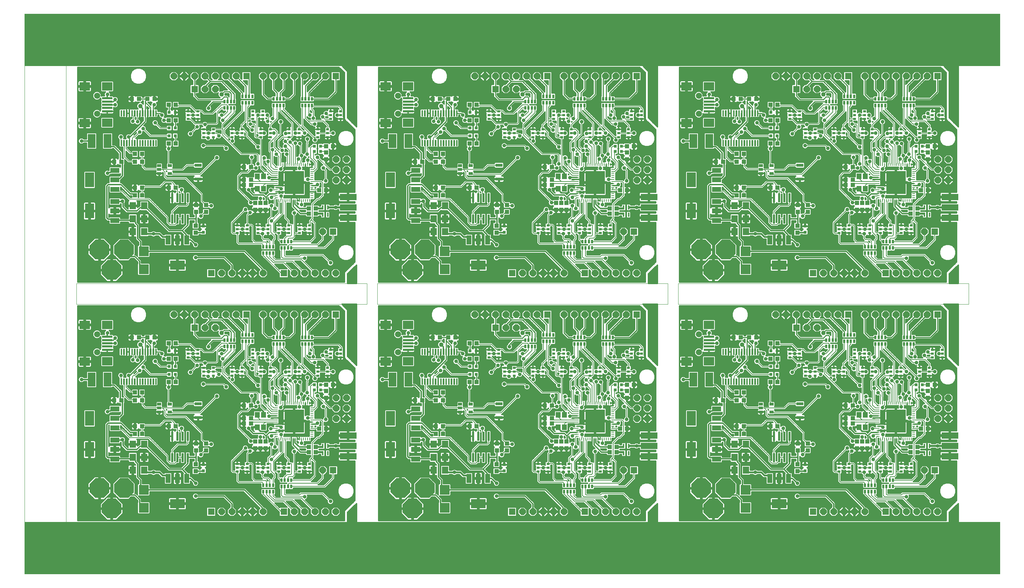
<source format=gtl>
G75*
G70*
%OFA0B0*%
%FSLAX25Y25*%
%IPPOS*%
%LPD*%
%AMOC8*
5,1,8,0,0,1.08239X$1,22.5*
%
%ADD10C,0.00020*%
%ADD100C,0.01600*%
%ADD107R,0.06690X0.03150*%
%ADD108C,0.04360*%
%ADD109R,0.04800X0.08800*%
%ADD117R,0.08800X0.04800*%
%ADD122R,0.09450X0.09450*%
%ADD125C,0.00000*%
%ADD129OC8,0.19000*%
%ADD135R,0.16000X0.06000*%
%ADD136R,0.08660X0.14170*%
%ADD138C,0.01000*%
%ADD141R,0.02360X0.08660*%
%ADD142R,0.03150X0.03150*%
%ADD143R,0.03150X0.02170*%
%ADD145R,0.03900X0.02720*%
%ADD147R,0.09840X0.07870*%
%ADD150C,0.05940*%
%ADD16R,0.06300X0.07090*%
%ADD17C,0.02000*%
%ADD21C,0.00700*%
%ADD24R,9.40000X0.50000*%
%ADD27R,0.06400X0.06400*%
%ADD28R,0.04330X0.03940*%
%ADD30C,0.01200*%
%ADD37C,0.00300*%
%ADD38R,0.03940X0.04330*%
%ADD44OC8,0.06400*%
%ADD45R,0.00980X0.02760*%
%ADD49R,0.01970X0.03540*%
%ADD55R,0.01380X0.03940*%
%ADD56R,0.14170X0.08660*%
%ADD65R,0.04530X0.05510*%
%ADD72C,0.03500*%
%ADD73R,0.02760X0.00980*%
%ADD76R,0.09840X0.01970*%
%ADD80R,0.07480X0.13390*%
%ADD93R,0.18700X0.22240*%
X0010000Y0010000D02*
G75*
%LPD*%
D125*
X0010000Y0010000D02*
X0010000Y0060000D01*
X0950000Y0060000D01*
X0950000Y0010000D01*
X0010000Y0010000D01*
X0029490Y0035000D02*
X0029510Y0035470D01*
X0029570Y0035930D01*
X0029670Y0036390D01*
X0029800Y0036840D01*
X0029980Y0037270D01*
X0030190Y0037690D01*
X0030430Y0038090D01*
X0030710Y0038460D01*
X0031020Y0038810D01*
X0031360Y0039140D01*
X0031720Y0039430D01*
X0032110Y0039690D01*
X0032520Y0039920D01*
X0032950Y0040110D01*
X0033390Y0040270D01*
X0033840Y0040390D01*
X0034300Y0040470D01*
X0034770Y0040510D01*
X0035230Y0040510D01*
X0035700Y0040470D01*
X0036160Y0040390D01*
X0036610Y0040270D01*
X0037050Y0040110D01*
X0037480Y0039920D01*
X0037890Y0039690D01*
X0038280Y0039430D01*
X0038640Y0039140D01*
X0038980Y0038810D01*
X0039290Y0038460D01*
X0039570Y0038090D01*
X0039810Y0037690D01*
X0040020Y0037270D01*
X0040200Y0036840D01*
X0040330Y0036390D01*
X0040430Y0035930D01*
X0040490Y0035470D01*
X0040510Y0035000D01*
X0040490Y0034530D01*
X0040430Y0034070D01*
X0040330Y0033610D01*
X0040200Y0033160D01*
X0040020Y0032730D01*
X0039810Y0032310D01*
X0039570Y0031910D01*
X0039290Y0031540D01*
X0038980Y0031190D01*
X0038640Y0030860D01*
X0038280Y0030570D01*
X0037890Y0030310D01*
X0037480Y0030080D01*
X0037050Y0029890D01*
X0036610Y0029730D01*
X0036160Y0029610D01*
X0035700Y0029530D01*
X0035230Y0029490D01*
X0034770Y0029490D01*
X0034300Y0029530D01*
X0033840Y0029610D01*
X0033390Y0029730D01*
X0032950Y0029890D01*
X0032520Y0030080D01*
X0032110Y0030310D01*
X0031720Y0030570D01*
X0031360Y0030860D01*
X0031020Y0031190D01*
X0030710Y0031540D01*
X0030430Y0031910D01*
X0030190Y0032310D01*
X0029980Y0032730D01*
X0029800Y0033160D01*
X0029670Y0033610D01*
X0029570Y0034070D01*
X0029510Y0034530D01*
X0029490Y0035000D01*
X0919490Y0035000D02*
X0919510Y0035470D01*
X0919570Y0035930D01*
X0919670Y0036390D01*
X0919800Y0036840D01*
X0919980Y0037270D01*
X0920190Y0037690D01*
X0920430Y0038090D01*
X0920710Y0038460D01*
X0921020Y0038810D01*
X0921360Y0039140D01*
X0921720Y0039430D01*
X0922110Y0039690D01*
X0922520Y0039920D01*
X0922950Y0040110D01*
X0923390Y0040270D01*
X0923840Y0040390D01*
X0924300Y0040470D01*
X0924770Y0040510D01*
X0925230Y0040510D01*
X0925700Y0040470D01*
X0926160Y0040390D01*
X0926610Y0040270D01*
X0927050Y0040110D01*
X0927480Y0039920D01*
X0927890Y0039690D01*
X0928280Y0039430D01*
X0928640Y0039140D01*
X0928980Y0038810D01*
X0929290Y0038460D01*
X0929570Y0038090D01*
X0929810Y0037690D01*
X0930020Y0037270D01*
X0930200Y0036840D01*
X0930330Y0036390D01*
X0930430Y0035930D01*
X0930490Y0035470D01*
X0930510Y0035000D01*
X0930490Y0034530D01*
X0930430Y0034070D01*
X0930330Y0033610D01*
X0930200Y0033160D01*
X0930020Y0032730D01*
X0929810Y0032310D01*
X0929570Y0031910D01*
X0929290Y0031540D01*
X0928980Y0031190D01*
X0928640Y0030860D01*
X0928280Y0030570D01*
X0927890Y0030310D01*
X0927480Y0030080D01*
X0927050Y0029890D01*
X0926610Y0029730D01*
X0926160Y0029610D01*
X0925700Y0029530D01*
X0925230Y0029490D01*
X0924770Y0029490D01*
X0924300Y0029530D01*
X0923840Y0029610D01*
X0923390Y0029730D01*
X0922950Y0029890D01*
X0922520Y0030080D01*
X0922110Y0030310D01*
X0921720Y0030570D01*
X0921360Y0030860D01*
X0921020Y0031190D01*
X0920710Y0031540D01*
X0920430Y0031910D01*
X0920190Y0032310D01*
X0919980Y0032730D01*
X0919800Y0033160D01*
X0919670Y0033610D01*
X0919570Y0034070D01*
X0919510Y0034530D01*
X0919490Y0035000D01*
D24*
X0480000Y0035000D03*
X0010000Y0060000D02*
G75*
%LPD*%
D125*
X0010000Y0060000D02*
X0010000Y0500000D01*
X0050000Y0500000D01*
X0050000Y0060000D01*
X0010000Y0060000D01*
X0060000Y0060000D02*
G75*
%LPD*%
D44*
X0200000Y0070000D03*
X0210000Y0070000D03*
X0220000Y0070000D03*
X0230000Y0070000D03*
X0240000Y0070000D03*
X0270000Y0070000D03*
X0280000Y0070000D03*
X0290000Y0070000D03*
X0300000Y0070000D03*
X0310000Y0070000D03*
X0297500Y0110000D03*
X0310550Y0159810D03*
X0320550Y0159810D03*
X0320550Y0169810D03*
X0310550Y0169810D03*
X0310550Y0179810D03*
X0320550Y0179810D03*
X0300000Y0260000D03*
X0290000Y0260000D03*
X0280000Y0260000D03*
X0270000Y0260000D03*
X0260000Y0260000D03*
X0250000Y0260000D03*
X0240000Y0260000D03*
X0214000Y0260000D03*
X0204000Y0260000D03*
X0194000Y0260000D03*
X0184000Y0260000D03*
X0174000Y0260000D03*
X0164000Y0260000D03*
X0154000Y0260000D03*
X0184000Y0247500D03*
X0194000Y0247500D03*
D28*
X0135340Y0238000D03*
X0128650Y0238000D03*
X0120340Y0238000D03*
X0113650Y0238000D03*
X0116650Y0177500D03*
X0123340Y0177500D03*
X0103340Y0177500D03*
X0096650Y0177500D03*
X0149150Y0152500D03*
X0155840Y0152500D03*
X0185000Y0135850D03*
X0185000Y0129160D03*
X0175000Y0115850D03*
X0175000Y0109160D03*
X0221650Y0155000D03*
X0221650Y0160000D03*
X0228340Y0160000D03*
X0228340Y0155000D03*
X0228340Y0172500D03*
X0221650Y0172500D03*
X0284150Y0132500D03*
X0290840Y0132500D03*
X0290840Y0127500D03*
X0284150Y0127500D03*
X0294150Y0150000D03*
X0300840Y0150000D03*
X0300800Y0179860D03*
X0300800Y0186550D03*
D27*
X0310000Y0260000D03*
X0224000Y0260000D03*
X0174000Y0247500D03*
X0307500Y0110000D03*
X0260000Y0070000D03*
X0190000Y0070000D03*
D16*
X0125510Y0110000D03*
X0114480Y0110000D03*
X0114480Y0122500D03*
X0125510Y0122500D03*
X0125510Y0135000D03*
X0114480Y0135000D03*
D38*
X0116650Y0145000D03*
X0123340Y0145000D03*
X0123340Y0152500D03*
X0116650Y0152500D03*
X0116650Y0185000D03*
X0123340Y0185000D03*
X0149150Y0195000D03*
X0155840Y0195000D03*
X0155840Y0217500D03*
X0149150Y0217500D03*
X0149150Y0232500D03*
X0155840Y0232500D03*
X0232500Y0137850D03*
X0237500Y0137850D03*
X0242500Y0137850D03*
X0242500Y0131160D03*
X0237500Y0131160D03*
X0232500Y0131160D03*
X0175500Y0129160D03*
X0175500Y0135850D03*
X0300750Y0192400D03*
X0307440Y0192400D03*
D142*
X0295450Y0192500D03*
X0295450Y0187500D03*
X0289540Y0187500D03*
X0289540Y0192500D03*
X0182500Y0115460D03*
X0182500Y0109550D03*
X0155450Y0202500D03*
X0149540Y0202500D03*
X0149540Y0210000D03*
X0155450Y0210000D03*
X0155450Y0225000D03*
X0149540Y0225000D03*
D122*
X0125000Y0091170D03*
X0125000Y0073840D03*
D129*
X0106000Y0092700D03*
X0094200Y0073000D03*
X0082400Y0092700D03*
D37*
X0102760Y0192930D02*
X0103960Y0192930D01*
X0102760Y0192930D02*
X0102760Y0198530D01*
X0103960Y0198530D01*
X0103960Y0192930D01*
X0103960Y0193220D02*
X0102760Y0193220D01*
X0102760Y0193510D02*
X0103960Y0193510D01*
X0103960Y0193800D02*
X0102760Y0193800D01*
X0102760Y0194090D02*
X0103960Y0194090D01*
X0103960Y0194380D02*
X0102760Y0194380D01*
X0102760Y0194670D02*
X0103960Y0194670D01*
X0103960Y0194960D02*
X0102760Y0194960D01*
X0102760Y0195250D02*
X0103960Y0195250D01*
X0103960Y0195540D02*
X0102760Y0195540D01*
X0102760Y0195830D02*
X0103960Y0195830D01*
X0103960Y0196120D02*
X0102760Y0196120D01*
X0102760Y0196410D02*
X0103960Y0196410D01*
X0103960Y0196700D02*
X0102760Y0196700D01*
X0102760Y0196990D02*
X0103960Y0196990D01*
X0103960Y0197280D02*
X0102760Y0197280D01*
X0102760Y0197570D02*
X0103960Y0197570D01*
X0103960Y0197860D02*
X0102760Y0197860D01*
X0102760Y0198150D02*
X0103960Y0198150D01*
X0103960Y0198440D02*
X0102760Y0198440D01*
X0105320Y0192930D02*
X0106520Y0192930D01*
X0105320Y0192930D02*
X0105320Y0198530D01*
X0106520Y0198530D01*
X0106520Y0192930D01*
X0106520Y0193220D02*
X0105320Y0193220D01*
X0105320Y0193510D02*
X0106520Y0193510D01*
X0106520Y0193800D02*
X0105320Y0193800D01*
X0105320Y0194090D02*
X0106520Y0194090D01*
X0106520Y0194380D02*
X0105320Y0194380D01*
X0105320Y0194670D02*
X0106520Y0194670D01*
X0106520Y0194960D02*
X0105320Y0194960D01*
X0105320Y0195250D02*
X0106520Y0195250D01*
X0106520Y0195540D02*
X0105320Y0195540D01*
X0105320Y0195830D02*
X0106520Y0195830D01*
X0106520Y0196120D02*
X0105320Y0196120D01*
X0105320Y0196410D02*
X0106520Y0196410D01*
X0106520Y0196700D02*
X0105320Y0196700D01*
X0105320Y0196990D02*
X0106520Y0196990D01*
X0106520Y0197280D02*
X0105320Y0197280D01*
X0105320Y0197570D02*
X0106520Y0197570D01*
X0106520Y0197860D02*
X0105320Y0197860D01*
X0105320Y0198150D02*
X0106520Y0198150D01*
X0106520Y0198440D02*
X0105320Y0198440D01*
X0107880Y0192930D02*
X0109080Y0192930D01*
X0107880Y0192930D02*
X0107880Y0198530D01*
X0109080Y0198530D01*
X0109080Y0192930D01*
X0109080Y0193220D02*
X0107880Y0193220D01*
X0107880Y0193510D02*
X0109080Y0193510D01*
X0109080Y0193800D02*
X0107880Y0193800D01*
X0107880Y0194090D02*
X0109080Y0194090D01*
X0109080Y0194380D02*
X0107880Y0194380D01*
X0107880Y0194670D02*
X0109080Y0194670D01*
X0109080Y0194960D02*
X0107880Y0194960D01*
X0107880Y0195250D02*
X0109080Y0195250D01*
X0109080Y0195540D02*
X0107880Y0195540D01*
X0107880Y0195830D02*
X0109080Y0195830D01*
X0109080Y0196120D02*
X0107880Y0196120D01*
X0107880Y0196410D02*
X0109080Y0196410D01*
X0109080Y0196700D02*
X0107880Y0196700D01*
X0107880Y0196990D02*
X0109080Y0196990D01*
X0109080Y0197280D02*
X0107880Y0197280D01*
X0107880Y0197570D02*
X0109080Y0197570D01*
X0109080Y0197860D02*
X0107880Y0197860D01*
X0107880Y0198150D02*
X0109080Y0198150D01*
X0109080Y0198440D02*
X0107880Y0198440D01*
X0110440Y0192930D02*
X0111640Y0192930D01*
X0110440Y0192930D02*
X0110440Y0198530D01*
X0111640Y0198530D01*
X0111640Y0192930D01*
X0111640Y0193220D02*
X0110440Y0193220D01*
X0110440Y0193510D02*
X0111640Y0193510D01*
X0111640Y0193800D02*
X0110440Y0193800D01*
X0110440Y0194090D02*
X0111640Y0194090D01*
X0111640Y0194380D02*
X0110440Y0194380D01*
X0110440Y0194670D02*
X0111640Y0194670D01*
X0111640Y0194960D02*
X0110440Y0194960D01*
X0110440Y0195250D02*
X0111640Y0195250D01*
X0111640Y0195540D02*
X0110440Y0195540D01*
X0110440Y0195830D02*
X0111640Y0195830D01*
X0111640Y0196120D02*
X0110440Y0196120D01*
X0110440Y0196410D02*
X0111640Y0196410D01*
X0111640Y0196700D02*
X0110440Y0196700D01*
X0110440Y0196990D02*
X0111640Y0196990D01*
X0111640Y0197280D02*
X0110440Y0197280D01*
X0110440Y0197570D02*
X0111640Y0197570D01*
X0111640Y0197860D02*
X0110440Y0197860D01*
X0110440Y0198150D02*
X0111640Y0198150D01*
X0111640Y0198440D02*
X0110440Y0198440D01*
X0113000Y0192930D02*
X0114200Y0192930D01*
X0113000Y0192930D02*
X0113000Y0198530D01*
X0114200Y0198530D01*
X0114200Y0192930D01*
X0114200Y0193220D02*
X0113000Y0193220D01*
X0113000Y0193510D02*
X0114200Y0193510D01*
X0114200Y0193800D02*
X0113000Y0193800D01*
X0113000Y0194090D02*
X0114200Y0194090D01*
X0114200Y0194380D02*
X0113000Y0194380D01*
X0113000Y0194670D02*
X0114200Y0194670D01*
X0114200Y0194960D02*
X0113000Y0194960D01*
X0113000Y0195250D02*
X0114200Y0195250D01*
X0114200Y0195540D02*
X0113000Y0195540D01*
X0113000Y0195830D02*
X0114200Y0195830D01*
X0114200Y0196120D02*
X0113000Y0196120D01*
X0113000Y0196410D02*
X0114200Y0196410D01*
X0114200Y0196700D02*
X0113000Y0196700D01*
X0113000Y0196990D02*
X0114200Y0196990D01*
X0114200Y0197280D02*
X0113000Y0197280D01*
X0113000Y0197570D02*
X0114200Y0197570D01*
X0114200Y0197860D02*
X0113000Y0197860D01*
X0113000Y0198150D02*
X0114200Y0198150D01*
X0114200Y0198440D02*
X0113000Y0198440D01*
X0115560Y0192930D02*
X0116760Y0192930D01*
X0115560Y0192930D02*
X0115560Y0198530D01*
X0116760Y0198530D01*
X0116760Y0192930D01*
X0116760Y0193220D02*
X0115560Y0193220D01*
X0115560Y0193510D02*
X0116760Y0193510D01*
X0116760Y0193800D02*
X0115560Y0193800D01*
X0115560Y0194090D02*
X0116760Y0194090D01*
X0116760Y0194380D02*
X0115560Y0194380D01*
X0115560Y0194670D02*
X0116760Y0194670D01*
X0116760Y0194960D02*
X0115560Y0194960D01*
X0115560Y0195250D02*
X0116760Y0195250D01*
X0116760Y0195540D02*
X0115560Y0195540D01*
X0115560Y0195830D02*
X0116760Y0195830D01*
X0116760Y0196120D02*
X0115560Y0196120D01*
X0115560Y0196410D02*
X0116760Y0196410D01*
X0116760Y0196700D02*
X0115560Y0196700D01*
X0115560Y0196990D02*
X0116760Y0196990D01*
X0116760Y0197280D02*
X0115560Y0197280D01*
X0115560Y0197570D02*
X0116760Y0197570D01*
X0116760Y0197860D02*
X0115560Y0197860D01*
X0115560Y0198150D02*
X0116760Y0198150D01*
X0116760Y0198440D02*
X0115560Y0198440D01*
X0118120Y0192930D02*
X0119320Y0192930D01*
X0118120Y0192930D02*
X0118120Y0198530D01*
X0119320Y0198530D01*
X0119320Y0192930D01*
X0119320Y0193220D02*
X0118120Y0193220D01*
X0118120Y0193510D02*
X0119320Y0193510D01*
X0119320Y0193800D02*
X0118120Y0193800D01*
X0118120Y0194090D02*
X0119320Y0194090D01*
X0119320Y0194380D02*
X0118120Y0194380D01*
X0118120Y0194670D02*
X0119320Y0194670D01*
X0119320Y0194960D02*
X0118120Y0194960D01*
X0118120Y0195250D02*
X0119320Y0195250D01*
X0119320Y0195540D02*
X0118120Y0195540D01*
X0118120Y0195830D02*
X0119320Y0195830D01*
X0119320Y0196120D02*
X0118120Y0196120D01*
X0118120Y0196410D02*
X0119320Y0196410D01*
X0119320Y0196700D02*
X0118120Y0196700D01*
X0118120Y0196990D02*
X0119320Y0196990D01*
X0119320Y0197280D02*
X0118120Y0197280D01*
X0118120Y0197570D02*
X0119320Y0197570D01*
X0119320Y0197860D02*
X0118120Y0197860D01*
X0118120Y0198150D02*
X0119320Y0198150D01*
X0119320Y0198440D02*
X0118120Y0198440D01*
X0120680Y0192930D02*
X0121880Y0192930D01*
X0120680Y0192930D02*
X0120680Y0198530D01*
X0121880Y0198530D01*
X0121880Y0192930D01*
X0121880Y0193220D02*
X0120680Y0193220D01*
X0120680Y0193510D02*
X0121880Y0193510D01*
X0121880Y0193800D02*
X0120680Y0193800D01*
X0120680Y0194090D02*
X0121880Y0194090D01*
X0121880Y0194380D02*
X0120680Y0194380D01*
X0120680Y0194670D02*
X0121880Y0194670D01*
X0121880Y0194960D02*
X0120680Y0194960D01*
X0120680Y0195250D02*
X0121880Y0195250D01*
X0121880Y0195540D02*
X0120680Y0195540D01*
X0120680Y0195830D02*
X0121880Y0195830D01*
X0121880Y0196120D02*
X0120680Y0196120D01*
X0120680Y0196410D02*
X0121880Y0196410D01*
X0121880Y0196700D02*
X0120680Y0196700D01*
X0120680Y0196990D02*
X0121880Y0196990D01*
X0121880Y0197280D02*
X0120680Y0197280D01*
X0120680Y0197570D02*
X0121880Y0197570D01*
X0121880Y0197860D02*
X0120680Y0197860D01*
X0120680Y0198150D02*
X0121880Y0198150D01*
X0121880Y0198440D02*
X0120680Y0198440D01*
X0123230Y0192930D02*
X0124430Y0192930D01*
X0123230Y0192930D02*
X0123230Y0198530D01*
X0124430Y0198530D01*
X0124430Y0192930D01*
X0124430Y0193220D02*
X0123230Y0193220D01*
X0123230Y0193510D02*
X0124430Y0193510D01*
X0124430Y0193800D02*
X0123230Y0193800D01*
X0123230Y0194090D02*
X0124430Y0194090D01*
X0124430Y0194380D02*
X0123230Y0194380D01*
X0123230Y0194670D02*
X0124430Y0194670D01*
X0124430Y0194960D02*
X0123230Y0194960D01*
X0123230Y0195250D02*
X0124430Y0195250D01*
X0124430Y0195540D02*
X0123230Y0195540D01*
X0123230Y0195830D02*
X0124430Y0195830D01*
X0124430Y0196120D02*
X0123230Y0196120D01*
X0123230Y0196410D02*
X0124430Y0196410D01*
X0124430Y0196700D02*
X0123230Y0196700D01*
X0123230Y0196990D02*
X0124430Y0196990D01*
X0124430Y0197280D02*
X0123230Y0197280D01*
X0123230Y0197570D02*
X0124430Y0197570D01*
X0124430Y0197860D02*
X0123230Y0197860D01*
X0123230Y0198150D02*
X0124430Y0198150D01*
X0124430Y0198440D02*
X0123230Y0198440D01*
X0125790Y0192930D02*
X0126990Y0192930D01*
X0125790Y0192930D02*
X0125790Y0198530D01*
X0126990Y0198530D01*
X0126990Y0192930D01*
X0126990Y0193220D02*
X0125790Y0193220D01*
X0125790Y0193510D02*
X0126990Y0193510D01*
X0126990Y0193800D02*
X0125790Y0193800D01*
X0125790Y0194090D02*
X0126990Y0194090D01*
X0126990Y0194380D02*
X0125790Y0194380D01*
X0125790Y0194670D02*
X0126990Y0194670D01*
X0126990Y0194960D02*
X0125790Y0194960D01*
X0125790Y0195250D02*
X0126990Y0195250D01*
X0126990Y0195540D02*
X0125790Y0195540D01*
X0125790Y0195830D02*
X0126990Y0195830D01*
X0126990Y0196120D02*
X0125790Y0196120D01*
X0125790Y0196410D02*
X0126990Y0196410D01*
X0126990Y0196700D02*
X0125790Y0196700D01*
X0125790Y0196990D02*
X0126990Y0196990D01*
X0126990Y0197280D02*
X0125790Y0197280D01*
X0125790Y0197570D02*
X0126990Y0197570D01*
X0126990Y0197860D02*
X0125790Y0197860D01*
X0125790Y0198150D02*
X0126990Y0198150D01*
X0126990Y0198440D02*
X0125790Y0198440D01*
X0128350Y0192930D02*
X0129550Y0192930D01*
X0128350Y0192930D02*
X0128350Y0198530D01*
X0129550Y0198530D01*
X0129550Y0192930D01*
X0129550Y0193220D02*
X0128350Y0193220D01*
X0128350Y0193510D02*
X0129550Y0193510D01*
X0129550Y0193800D02*
X0128350Y0193800D01*
X0128350Y0194090D02*
X0129550Y0194090D01*
X0129550Y0194380D02*
X0128350Y0194380D01*
X0128350Y0194670D02*
X0129550Y0194670D01*
X0129550Y0194960D02*
X0128350Y0194960D01*
X0128350Y0195250D02*
X0129550Y0195250D01*
X0129550Y0195540D02*
X0128350Y0195540D01*
X0128350Y0195830D02*
X0129550Y0195830D01*
X0129550Y0196120D02*
X0128350Y0196120D01*
X0128350Y0196410D02*
X0129550Y0196410D01*
X0129550Y0196700D02*
X0128350Y0196700D01*
X0128350Y0196990D02*
X0129550Y0196990D01*
X0129550Y0197280D02*
X0128350Y0197280D01*
X0128350Y0197570D02*
X0129550Y0197570D01*
X0129550Y0197860D02*
X0128350Y0197860D01*
X0128350Y0198150D02*
X0129550Y0198150D01*
X0129550Y0198440D02*
X0128350Y0198440D01*
X0130910Y0192930D02*
X0132110Y0192930D01*
X0130910Y0192930D02*
X0130910Y0198530D01*
X0132110Y0198530D01*
X0132110Y0192930D01*
X0132110Y0193220D02*
X0130910Y0193220D01*
X0130910Y0193510D02*
X0132110Y0193510D01*
X0132110Y0193800D02*
X0130910Y0193800D01*
X0130910Y0194090D02*
X0132110Y0194090D01*
X0132110Y0194380D02*
X0130910Y0194380D01*
X0130910Y0194670D02*
X0132110Y0194670D01*
X0132110Y0194960D02*
X0130910Y0194960D01*
X0130910Y0195250D02*
X0132110Y0195250D01*
X0132110Y0195540D02*
X0130910Y0195540D01*
X0130910Y0195830D02*
X0132110Y0195830D01*
X0132110Y0196120D02*
X0130910Y0196120D01*
X0130910Y0196410D02*
X0132110Y0196410D01*
X0132110Y0196700D02*
X0130910Y0196700D01*
X0130910Y0196990D02*
X0132110Y0196990D01*
X0132110Y0197280D02*
X0130910Y0197280D01*
X0130910Y0197570D02*
X0132110Y0197570D01*
X0132110Y0197860D02*
X0130910Y0197860D01*
X0130910Y0198150D02*
X0132110Y0198150D01*
X0132110Y0198440D02*
X0130910Y0198440D01*
X0133470Y0192930D02*
X0134670Y0192930D01*
X0133470Y0192930D02*
X0133470Y0198530D01*
X0134670Y0198530D01*
X0134670Y0192930D01*
X0134670Y0193220D02*
X0133470Y0193220D01*
X0133470Y0193510D02*
X0134670Y0193510D01*
X0134670Y0193800D02*
X0133470Y0193800D01*
X0133470Y0194090D02*
X0134670Y0194090D01*
X0134670Y0194380D02*
X0133470Y0194380D01*
X0133470Y0194670D02*
X0134670Y0194670D01*
X0134670Y0194960D02*
X0133470Y0194960D01*
X0133470Y0195250D02*
X0134670Y0195250D01*
X0134670Y0195540D02*
X0133470Y0195540D01*
X0133470Y0195830D02*
X0134670Y0195830D01*
X0134670Y0196120D02*
X0133470Y0196120D01*
X0133470Y0196410D02*
X0134670Y0196410D01*
X0134670Y0196700D02*
X0133470Y0196700D01*
X0133470Y0196990D02*
X0134670Y0196990D01*
X0134670Y0197280D02*
X0133470Y0197280D01*
X0133470Y0197570D02*
X0134670Y0197570D01*
X0134670Y0197860D02*
X0133470Y0197860D01*
X0133470Y0198150D02*
X0134670Y0198150D01*
X0134670Y0198440D02*
X0133470Y0198440D01*
X0136030Y0192930D02*
X0137230Y0192930D01*
X0136030Y0192930D02*
X0136030Y0198530D01*
X0137230Y0198530D01*
X0137230Y0192930D01*
X0137230Y0193220D02*
X0136030Y0193220D01*
X0136030Y0193510D02*
X0137230Y0193510D01*
X0137230Y0193800D02*
X0136030Y0193800D01*
X0136030Y0194090D02*
X0137230Y0194090D01*
X0137230Y0194380D02*
X0136030Y0194380D01*
X0136030Y0194670D02*
X0137230Y0194670D01*
X0137230Y0194960D02*
X0136030Y0194960D01*
X0136030Y0195250D02*
X0137230Y0195250D01*
X0137230Y0195540D02*
X0136030Y0195540D01*
X0136030Y0195830D02*
X0137230Y0195830D01*
X0137230Y0196120D02*
X0136030Y0196120D01*
X0136030Y0196410D02*
X0137230Y0196410D01*
X0137230Y0196700D02*
X0136030Y0196700D01*
X0136030Y0196990D02*
X0137230Y0196990D01*
X0137230Y0197280D02*
X0136030Y0197280D01*
X0136030Y0197570D02*
X0137230Y0197570D01*
X0137230Y0197860D02*
X0136030Y0197860D01*
X0136030Y0198150D02*
X0137230Y0198150D01*
X0137230Y0198440D02*
X0136030Y0198440D01*
X0136030Y0221480D02*
X0137230Y0221480D01*
X0136030Y0221480D02*
X0136030Y0227080D01*
X0137230Y0227080D01*
X0137230Y0221480D01*
X0137230Y0221770D02*
X0136030Y0221770D01*
X0136030Y0222060D02*
X0137230Y0222060D01*
X0137230Y0222350D02*
X0136030Y0222350D01*
X0136030Y0222640D02*
X0137230Y0222640D01*
X0137230Y0222930D02*
X0136030Y0222930D01*
X0136030Y0223220D02*
X0137230Y0223220D01*
X0137230Y0223510D02*
X0136030Y0223510D01*
X0136030Y0223800D02*
X0137230Y0223800D01*
X0137230Y0224090D02*
X0136030Y0224090D01*
X0136030Y0224380D02*
X0137230Y0224380D01*
X0137230Y0224670D02*
X0136030Y0224670D01*
X0136030Y0224960D02*
X0137230Y0224960D01*
X0137230Y0225250D02*
X0136030Y0225250D01*
X0136030Y0225540D02*
X0137230Y0225540D01*
X0137230Y0225830D02*
X0136030Y0225830D01*
X0136030Y0226120D02*
X0137230Y0226120D01*
X0137230Y0226410D02*
X0136030Y0226410D01*
X0136030Y0226700D02*
X0137230Y0226700D01*
X0137230Y0226990D02*
X0136030Y0226990D01*
X0134670Y0221480D02*
X0133470Y0221480D01*
X0133470Y0227080D01*
X0134670Y0227080D01*
X0134670Y0221480D01*
X0134670Y0221770D02*
X0133470Y0221770D01*
X0133470Y0222060D02*
X0134670Y0222060D01*
X0134670Y0222350D02*
X0133470Y0222350D01*
X0133470Y0222640D02*
X0134670Y0222640D01*
X0134670Y0222930D02*
X0133470Y0222930D01*
X0133470Y0223220D02*
X0134670Y0223220D01*
X0134670Y0223510D02*
X0133470Y0223510D01*
X0133470Y0223800D02*
X0134670Y0223800D01*
X0134670Y0224090D02*
X0133470Y0224090D01*
X0133470Y0224380D02*
X0134670Y0224380D01*
X0134670Y0224670D02*
X0133470Y0224670D01*
X0133470Y0224960D02*
X0134670Y0224960D01*
X0134670Y0225250D02*
X0133470Y0225250D01*
X0133470Y0225540D02*
X0134670Y0225540D01*
X0134670Y0225830D02*
X0133470Y0225830D01*
X0133470Y0226120D02*
X0134670Y0226120D01*
X0134670Y0226410D02*
X0133470Y0226410D01*
X0133470Y0226700D02*
X0134670Y0226700D01*
X0134670Y0226990D02*
X0133470Y0226990D01*
X0132110Y0221480D02*
X0130910Y0221480D01*
X0130910Y0227080D01*
X0132110Y0227080D01*
X0132110Y0221480D01*
X0132110Y0221770D02*
X0130910Y0221770D01*
X0130910Y0222060D02*
X0132110Y0222060D01*
X0132110Y0222350D02*
X0130910Y0222350D01*
X0130910Y0222640D02*
X0132110Y0222640D01*
X0132110Y0222930D02*
X0130910Y0222930D01*
X0130910Y0223220D02*
X0132110Y0223220D01*
X0132110Y0223510D02*
X0130910Y0223510D01*
X0130910Y0223800D02*
X0132110Y0223800D01*
X0132110Y0224090D02*
X0130910Y0224090D01*
X0130910Y0224380D02*
X0132110Y0224380D01*
X0132110Y0224670D02*
X0130910Y0224670D01*
X0130910Y0224960D02*
X0132110Y0224960D01*
X0132110Y0225250D02*
X0130910Y0225250D01*
X0130910Y0225540D02*
X0132110Y0225540D01*
X0132110Y0225830D02*
X0130910Y0225830D01*
X0130910Y0226120D02*
X0132110Y0226120D01*
X0132110Y0226410D02*
X0130910Y0226410D01*
X0130910Y0226700D02*
X0132110Y0226700D01*
X0132110Y0226990D02*
X0130910Y0226990D01*
X0129550Y0221480D02*
X0128350Y0221480D01*
X0128350Y0227080D01*
X0129550Y0227080D01*
X0129550Y0221480D01*
X0129550Y0221770D02*
X0128350Y0221770D01*
X0128350Y0222060D02*
X0129550Y0222060D01*
X0129550Y0222350D02*
X0128350Y0222350D01*
X0128350Y0222640D02*
X0129550Y0222640D01*
X0129550Y0222930D02*
X0128350Y0222930D01*
X0128350Y0223220D02*
X0129550Y0223220D01*
X0129550Y0223510D02*
X0128350Y0223510D01*
X0128350Y0223800D02*
X0129550Y0223800D01*
X0129550Y0224090D02*
X0128350Y0224090D01*
X0128350Y0224380D02*
X0129550Y0224380D01*
X0129550Y0224670D02*
X0128350Y0224670D01*
X0128350Y0224960D02*
X0129550Y0224960D01*
X0129550Y0225250D02*
X0128350Y0225250D01*
X0128350Y0225540D02*
X0129550Y0225540D01*
X0129550Y0225830D02*
X0128350Y0225830D01*
X0128350Y0226120D02*
X0129550Y0226120D01*
X0129550Y0226410D02*
X0128350Y0226410D01*
X0128350Y0226700D02*
X0129550Y0226700D01*
X0129550Y0226990D02*
X0128350Y0226990D01*
X0126990Y0221480D02*
X0125790Y0221480D01*
X0125790Y0227080D01*
X0126990Y0227080D01*
X0126990Y0221480D01*
X0126990Y0221770D02*
X0125790Y0221770D01*
X0125790Y0222060D02*
X0126990Y0222060D01*
X0126990Y0222350D02*
X0125790Y0222350D01*
X0125790Y0222640D02*
X0126990Y0222640D01*
X0126990Y0222930D02*
X0125790Y0222930D01*
X0125790Y0223220D02*
X0126990Y0223220D01*
X0126990Y0223510D02*
X0125790Y0223510D01*
X0125790Y0223800D02*
X0126990Y0223800D01*
X0126990Y0224090D02*
X0125790Y0224090D01*
X0125790Y0224380D02*
X0126990Y0224380D01*
X0126990Y0224670D02*
X0125790Y0224670D01*
X0125790Y0224960D02*
X0126990Y0224960D01*
X0126990Y0225250D02*
X0125790Y0225250D01*
X0125790Y0225540D02*
X0126990Y0225540D01*
X0126990Y0225830D02*
X0125790Y0225830D01*
X0125790Y0226120D02*
X0126990Y0226120D01*
X0126990Y0226410D02*
X0125790Y0226410D01*
X0125790Y0226700D02*
X0126990Y0226700D01*
X0126990Y0226990D02*
X0125790Y0226990D01*
X0124430Y0221480D02*
X0123230Y0221480D01*
X0123230Y0227080D01*
X0124430Y0227080D01*
X0124430Y0221480D01*
X0124430Y0221770D02*
X0123230Y0221770D01*
X0123230Y0222060D02*
X0124430Y0222060D01*
X0124430Y0222350D02*
X0123230Y0222350D01*
X0123230Y0222640D02*
X0124430Y0222640D01*
X0124430Y0222930D02*
X0123230Y0222930D01*
X0123230Y0223220D02*
X0124430Y0223220D01*
X0124430Y0223510D02*
X0123230Y0223510D01*
X0123230Y0223800D02*
X0124430Y0223800D01*
X0124430Y0224090D02*
X0123230Y0224090D01*
X0123230Y0224380D02*
X0124430Y0224380D01*
X0124430Y0224670D02*
X0123230Y0224670D01*
X0123230Y0224960D02*
X0124430Y0224960D01*
X0124430Y0225250D02*
X0123230Y0225250D01*
X0123230Y0225540D02*
X0124430Y0225540D01*
X0124430Y0225830D02*
X0123230Y0225830D01*
X0123230Y0226120D02*
X0124430Y0226120D01*
X0124430Y0226410D02*
X0123230Y0226410D01*
X0123230Y0226700D02*
X0124430Y0226700D01*
X0124430Y0226990D02*
X0123230Y0226990D01*
X0121880Y0221480D02*
X0120680Y0221480D01*
X0120680Y0227080D01*
X0121880Y0227080D01*
X0121880Y0221480D01*
X0121880Y0221770D02*
X0120680Y0221770D01*
X0120680Y0222060D02*
X0121880Y0222060D01*
X0121880Y0222350D02*
X0120680Y0222350D01*
X0120680Y0222640D02*
X0121880Y0222640D01*
X0121880Y0222930D02*
X0120680Y0222930D01*
X0120680Y0223220D02*
X0121880Y0223220D01*
X0121880Y0223510D02*
X0120680Y0223510D01*
X0120680Y0223800D02*
X0121880Y0223800D01*
X0121880Y0224090D02*
X0120680Y0224090D01*
X0120680Y0224380D02*
X0121880Y0224380D01*
X0121880Y0224670D02*
X0120680Y0224670D01*
X0120680Y0224960D02*
X0121880Y0224960D01*
X0121880Y0225250D02*
X0120680Y0225250D01*
X0120680Y0225540D02*
X0121880Y0225540D01*
X0121880Y0225830D02*
X0120680Y0225830D01*
X0120680Y0226120D02*
X0121880Y0226120D01*
X0121880Y0226410D02*
X0120680Y0226410D01*
X0120680Y0226700D02*
X0121880Y0226700D01*
X0121880Y0226990D02*
X0120680Y0226990D01*
X0119320Y0221480D02*
X0118120Y0221480D01*
X0118120Y0227080D01*
X0119320Y0227080D01*
X0119320Y0221480D01*
X0119320Y0221770D02*
X0118120Y0221770D01*
X0118120Y0222060D02*
X0119320Y0222060D01*
X0119320Y0222350D02*
X0118120Y0222350D01*
X0118120Y0222640D02*
X0119320Y0222640D01*
X0119320Y0222930D02*
X0118120Y0222930D01*
X0118120Y0223220D02*
X0119320Y0223220D01*
X0119320Y0223510D02*
X0118120Y0223510D01*
X0118120Y0223800D02*
X0119320Y0223800D01*
X0119320Y0224090D02*
X0118120Y0224090D01*
X0118120Y0224380D02*
X0119320Y0224380D01*
X0119320Y0224670D02*
X0118120Y0224670D01*
X0118120Y0224960D02*
X0119320Y0224960D01*
X0119320Y0225250D02*
X0118120Y0225250D01*
X0118120Y0225540D02*
X0119320Y0225540D01*
X0119320Y0225830D02*
X0118120Y0225830D01*
X0118120Y0226120D02*
X0119320Y0226120D01*
X0119320Y0226410D02*
X0118120Y0226410D01*
X0118120Y0226700D02*
X0119320Y0226700D01*
X0119320Y0226990D02*
X0118120Y0226990D01*
X0116760Y0221480D02*
X0115560Y0221480D01*
X0115560Y0227080D01*
X0116760Y0227080D01*
X0116760Y0221480D01*
X0116760Y0221770D02*
X0115560Y0221770D01*
X0115560Y0222060D02*
X0116760Y0222060D01*
X0116760Y0222350D02*
X0115560Y0222350D01*
X0115560Y0222640D02*
X0116760Y0222640D01*
X0116760Y0222930D02*
X0115560Y0222930D01*
X0115560Y0223220D02*
X0116760Y0223220D01*
X0116760Y0223510D02*
X0115560Y0223510D01*
X0115560Y0223800D02*
X0116760Y0223800D01*
X0116760Y0224090D02*
X0115560Y0224090D01*
X0115560Y0224380D02*
X0116760Y0224380D01*
X0116760Y0224670D02*
X0115560Y0224670D01*
X0115560Y0224960D02*
X0116760Y0224960D01*
X0116760Y0225250D02*
X0115560Y0225250D01*
X0115560Y0225540D02*
X0116760Y0225540D01*
X0116760Y0225830D02*
X0115560Y0225830D01*
X0115560Y0226120D02*
X0116760Y0226120D01*
X0116760Y0226410D02*
X0115560Y0226410D01*
X0115560Y0226700D02*
X0116760Y0226700D01*
X0116760Y0226990D02*
X0115560Y0226990D01*
X0114200Y0221480D02*
X0113000Y0221480D01*
X0113000Y0227080D01*
X0114200Y0227080D01*
X0114200Y0221480D01*
X0114200Y0221770D02*
X0113000Y0221770D01*
X0113000Y0222060D02*
X0114200Y0222060D01*
X0114200Y0222350D02*
X0113000Y0222350D01*
X0113000Y0222640D02*
X0114200Y0222640D01*
X0114200Y0222930D02*
X0113000Y0222930D01*
X0113000Y0223220D02*
X0114200Y0223220D01*
X0114200Y0223510D02*
X0113000Y0223510D01*
X0113000Y0223800D02*
X0114200Y0223800D01*
X0114200Y0224090D02*
X0113000Y0224090D01*
X0113000Y0224380D02*
X0114200Y0224380D01*
X0114200Y0224670D02*
X0113000Y0224670D01*
X0113000Y0224960D02*
X0114200Y0224960D01*
X0114200Y0225250D02*
X0113000Y0225250D01*
X0113000Y0225540D02*
X0114200Y0225540D01*
X0114200Y0225830D02*
X0113000Y0225830D01*
X0113000Y0226120D02*
X0114200Y0226120D01*
X0114200Y0226410D02*
X0113000Y0226410D01*
X0113000Y0226700D02*
X0114200Y0226700D01*
X0114200Y0226990D02*
X0113000Y0226990D01*
X0111640Y0221480D02*
X0110440Y0221480D01*
X0110440Y0227080D01*
X0111640Y0227080D01*
X0111640Y0221480D01*
X0111640Y0221770D02*
X0110440Y0221770D01*
X0110440Y0222060D02*
X0111640Y0222060D01*
X0111640Y0222350D02*
X0110440Y0222350D01*
X0110440Y0222640D02*
X0111640Y0222640D01*
X0111640Y0222930D02*
X0110440Y0222930D01*
X0110440Y0223220D02*
X0111640Y0223220D01*
X0111640Y0223510D02*
X0110440Y0223510D01*
X0110440Y0223800D02*
X0111640Y0223800D01*
X0111640Y0224090D02*
X0110440Y0224090D01*
X0110440Y0224380D02*
X0111640Y0224380D01*
X0111640Y0224670D02*
X0110440Y0224670D01*
X0110440Y0224960D02*
X0111640Y0224960D01*
X0111640Y0225250D02*
X0110440Y0225250D01*
X0110440Y0225540D02*
X0111640Y0225540D01*
X0111640Y0225830D02*
X0110440Y0225830D01*
X0110440Y0226120D02*
X0111640Y0226120D01*
X0111640Y0226410D02*
X0110440Y0226410D01*
X0110440Y0226700D02*
X0111640Y0226700D01*
X0111640Y0226990D02*
X0110440Y0226990D01*
X0109080Y0221480D02*
X0107880Y0221480D01*
X0107880Y0227080D01*
X0109080Y0227080D01*
X0109080Y0221480D01*
X0109080Y0221770D02*
X0107880Y0221770D01*
X0107880Y0222060D02*
X0109080Y0222060D01*
X0109080Y0222350D02*
X0107880Y0222350D01*
X0107880Y0222640D02*
X0109080Y0222640D01*
X0109080Y0222930D02*
X0107880Y0222930D01*
X0107880Y0223220D02*
X0109080Y0223220D01*
X0109080Y0223510D02*
X0107880Y0223510D01*
X0107880Y0223800D02*
X0109080Y0223800D01*
X0109080Y0224090D02*
X0107880Y0224090D01*
X0107880Y0224380D02*
X0109080Y0224380D01*
X0109080Y0224670D02*
X0107880Y0224670D01*
X0107880Y0224960D02*
X0109080Y0224960D01*
X0109080Y0225250D02*
X0107880Y0225250D01*
X0107880Y0225540D02*
X0109080Y0225540D01*
X0109080Y0225830D02*
X0107880Y0225830D01*
X0107880Y0226120D02*
X0109080Y0226120D01*
X0109080Y0226410D02*
X0107880Y0226410D01*
X0107880Y0226700D02*
X0109080Y0226700D01*
X0109080Y0226990D02*
X0107880Y0226990D01*
X0106520Y0221480D02*
X0105320Y0221480D01*
X0105320Y0227080D01*
X0106520Y0227080D01*
X0106520Y0221480D01*
X0106520Y0221770D02*
X0105320Y0221770D01*
X0105320Y0222060D02*
X0106520Y0222060D01*
X0106520Y0222350D02*
X0105320Y0222350D01*
X0105320Y0222640D02*
X0106520Y0222640D01*
X0106520Y0222930D02*
X0105320Y0222930D01*
X0105320Y0223220D02*
X0106520Y0223220D01*
X0106520Y0223510D02*
X0105320Y0223510D01*
X0105320Y0223800D02*
X0106520Y0223800D01*
X0106520Y0224090D02*
X0105320Y0224090D01*
X0105320Y0224380D02*
X0106520Y0224380D01*
X0106520Y0224670D02*
X0105320Y0224670D01*
X0105320Y0224960D02*
X0106520Y0224960D01*
X0106520Y0225250D02*
X0105320Y0225250D01*
X0105320Y0225540D02*
X0106520Y0225540D01*
X0106520Y0225830D02*
X0105320Y0225830D01*
X0105320Y0226120D02*
X0106520Y0226120D01*
X0106520Y0226410D02*
X0105320Y0226410D01*
X0105320Y0226700D02*
X0106520Y0226700D01*
X0106520Y0226990D02*
X0105320Y0226990D01*
X0103960Y0221480D02*
X0102760Y0221480D01*
X0102760Y0227080D01*
X0103960Y0227080D01*
X0103960Y0221480D01*
X0103960Y0221770D02*
X0102760Y0221770D01*
X0102760Y0222060D02*
X0103960Y0222060D01*
X0103960Y0222350D02*
X0102760Y0222350D01*
X0102760Y0222640D02*
X0103960Y0222640D01*
X0103960Y0222930D02*
X0102760Y0222930D01*
X0102760Y0223220D02*
X0103960Y0223220D01*
X0103960Y0223510D02*
X0102760Y0223510D01*
X0102760Y0223800D02*
X0103960Y0223800D01*
X0103960Y0224090D02*
X0102760Y0224090D01*
X0102760Y0224380D02*
X0103960Y0224380D01*
X0103960Y0224670D02*
X0102760Y0224670D01*
X0102760Y0224960D02*
X0103960Y0224960D01*
X0103960Y0225250D02*
X0102760Y0225250D01*
X0102760Y0225540D02*
X0103960Y0225540D01*
X0103960Y0225830D02*
X0102760Y0225830D01*
X0102760Y0226120D02*
X0103960Y0226120D01*
X0103960Y0226410D02*
X0102760Y0226410D01*
X0102760Y0226700D02*
X0103960Y0226700D01*
X0103960Y0226990D02*
X0102760Y0226990D01*
D80*
X0090170Y0197500D03*
X0074820Y0197500D03*
D117*
X0097200Y0169100D03*
X0097200Y0160000D03*
X0097200Y0150900D03*
D136*
X0072800Y0160000D03*
X0072800Y0130000D03*
D141*
X0152500Y0122270D03*
X0157500Y0122270D03*
X0162500Y0122270D03*
X0167500Y0122270D03*
X0167500Y0142740D03*
X0162500Y0142740D03*
X0157500Y0142740D03*
X0152500Y0142740D03*
D117*
X0097200Y0139100D03*
X0097200Y0130000D03*
X0097200Y0120910D03*
D109*
X0148400Y0102210D03*
X0157500Y0102210D03*
X0166590Y0102210D03*
D56*
X0157500Y0077800D03*
D45*
X0255230Y0140180D03*
X0257200Y0140180D03*
X0259170Y0140180D03*
X0261140Y0140180D03*
X0263110Y0140180D03*
X0265070Y0140180D03*
X0267040Y0140180D03*
X0269010Y0140180D03*
X0270980Y0140180D03*
X0272950Y0140180D03*
X0274920Y0140180D03*
X0276890Y0140180D03*
X0278850Y0140180D03*
X0280820Y0140180D03*
X0282790Y0140180D03*
X0284760Y0140180D03*
X0284760Y0174830D03*
X0282790Y0174830D03*
X0280820Y0174830D03*
X0278850Y0174830D03*
X0276890Y0174830D03*
X0274920Y0174830D03*
X0272950Y0174830D03*
X0270980Y0174830D03*
X0269010Y0174830D03*
X0267040Y0174830D03*
X0265070Y0174830D03*
X0263110Y0174830D03*
X0261140Y0174830D03*
X0259170Y0174830D03*
X0257200Y0174830D03*
X0255230Y0174830D03*
D73*
X0252670Y0172270D03*
X0252670Y0170300D03*
X0252670Y0168330D03*
X0252670Y0166360D03*
X0252670Y0164390D03*
X0252670Y0162430D03*
X0252670Y0160460D03*
X0252670Y0158490D03*
X0252670Y0156520D03*
X0252670Y0154550D03*
X0252670Y0152580D03*
X0252670Y0150610D03*
X0252670Y0148650D03*
X0252670Y0146680D03*
X0252670Y0144710D03*
X0252670Y0142740D03*
X0287320Y0142740D03*
X0287320Y0144710D03*
X0287320Y0146680D03*
X0287320Y0148650D03*
X0287320Y0150610D03*
X0287320Y0152580D03*
X0287320Y0154550D03*
X0287320Y0156520D03*
X0287320Y0158490D03*
X0287320Y0160460D03*
X0287320Y0162430D03*
X0287320Y0164390D03*
X0287320Y0166360D03*
X0287320Y0168330D03*
X0287320Y0170300D03*
X0287320Y0172270D03*
D93*
X0270000Y0157500D03*
D55*
X0297440Y0133550D03*
X0300000Y0133550D03*
X0302560Y0133550D03*
X0302560Y0126460D03*
X0300000Y0126460D03*
X0297440Y0126460D03*
D135*
X0322000Y0123500D03*
X0322000Y0133500D03*
X0322000Y0143500D03*
D65*
X0240650Y0151600D03*
X0234350Y0151600D03*
X0234350Y0163410D03*
X0240650Y0163410D03*
D147*
X0089840Y0215180D03*
X0068190Y0214790D03*
X0068190Y0250220D03*
X0089840Y0250220D03*
D76*
X0089840Y0238800D03*
X0089840Y0235650D03*
X0089840Y0232500D03*
X0089840Y0229360D03*
X0089840Y0226210D03*
D150*
X0080000Y0223840D03*
X0080000Y0241170D03*
D143*
X0167770Y0226240D03*
X0167770Y0222500D03*
X0167770Y0218760D03*
X0177220Y0218760D03*
X0177220Y0222500D03*
X0177220Y0226240D03*
X0182770Y0208740D03*
X0182770Y0205000D03*
X0182770Y0201260D03*
X0192220Y0201260D03*
X0192220Y0205000D03*
X0192220Y0208740D03*
X0210270Y0208740D03*
X0210270Y0205000D03*
X0210270Y0201260D03*
X0219720Y0201260D03*
X0219720Y0205000D03*
X0219720Y0208740D03*
X0230270Y0218760D03*
X0230270Y0222500D03*
X0230270Y0226240D03*
X0239720Y0226240D03*
X0239720Y0222500D03*
X0239720Y0218760D03*
X0237770Y0208740D03*
X0237770Y0205000D03*
X0237770Y0201260D03*
X0247220Y0201260D03*
X0247220Y0205000D03*
X0247220Y0208740D03*
X0265270Y0208740D03*
X0265270Y0205000D03*
X0265270Y0201260D03*
X0274720Y0201260D03*
X0274720Y0205000D03*
X0274720Y0208740D03*
X0292770Y0208740D03*
X0292770Y0205000D03*
X0292770Y0201260D03*
X0302220Y0201260D03*
X0302220Y0205000D03*
X0302220Y0208740D03*
X0305270Y0218760D03*
X0305270Y0222500D03*
X0305270Y0226240D03*
X0314720Y0226240D03*
X0314720Y0222500D03*
X0314720Y0218760D03*
X0284720Y0116240D03*
X0284720Y0112500D03*
X0284720Y0108760D03*
X0275270Y0108760D03*
X0275270Y0112500D03*
X0275270Y0116240D03*
X0264720Y0116240D03*
X0264720Y0112500D03*
X0264720Y0108760D03*
X0255270Y0108760D03*
X0255270Y0112500D03*
X0255270Y0116240D03*
X0244720Y0116240D03*
X0244720Y0112500D03*
X0244720Y0108760D03*
X0235270Y0108760D03*
X0235270Y0112500D03*
X0235270Y0116240D03*
X0224720Y0116240D03*
X0224720Y0112500D03*
X0224720Y0108760D03*
X0215270Y0108760D03*
X0215270Y0112500D03*
X0215270Y0116240D03*
D145*
X0150110Y0166260D03*
X0150110Y0173740D03*
X0139920Y0173740D03*
X0139920Y0170000D03*
X0139920Y0166260D03*
D107*
X0177500Y0160810D03*
X0177500Y0174200D03*
D49*
X0202770Y0229360D03*
X0205920Y0229360D03*
X0209070Y0229360D03*
X0212220Y0229360D03*
X0212220Y0235650D03*
X0209070Y0235650D03*
X0205920Y0235650D03*
X0202770Y0235650D03*
X0220270Y0234360D03*
X0223420Y0234360D03*
X0226570Y0234360D03*
X0229720Y0234360D03*
X0229720Y0240650D03*
X0226570Y0240650D03*
X0223420Y0240650D03*
X0220270Y0240650D03*
X0250270Y0238150D03*
X0253420Y0238150D03*
X0256570Y0238150D03*
X0259720Y0238150D03*
X0259720Y0231860D03*
X0256570Y0231860D03*
X0253420Y0231860D03*
X0250270Y0231860D03*
X0277770Y0231860D03*
X0280920Y0231860D03*
X0284070Y0231860D03*
X0287220Y0231860D03*
X0287220Y0238150D03*
X0284070Y0238150D03*
X0280920Y0238150D03*
X0277770Y0238150D03*
X0267220Y0100650D03*
X0264070Y0100650D03*
X0260920Y0100650D03*
X0257770Y0100650D03*
X0257770Y0094360D03*
X0260920Y0094360D03*
X0264070Y0094360D03*
X0267220Y0094360D03*
X0249720Y0095650D03*
X0246570Y0095650D03*
X0243420Y0095650D03*
X0240270Y0095650D03*
X0240270Y0089360D03*
X0243420Y0089360D03*
X0246570Y0089360D03*
X0249720Y0089360D03*
D30*
X0252000Y0089640D02*
X0256120Y0089640D01*
X0256120Y0088460D02*
X0252000Y0088460D01*
X0252000Y0087270D02*
X0256120Y0087270D01*
X0256120Y0086490D02*
X0256120Y0085120D01*
X0256590Y0084650D01*
X0252680Y0084650D01*
X0251370Y0085960D01*
X0251370Y0086410D01*
X0252000Y0087040D01*
X0252000Y0091660D01*
X0251240Y0092430D01*
X0248200Y0092430D01*
X0248150Y0092370D01*
X0248090Y0092430D01*
X0245050Y0092430D01*
X0245000Y0092370D01*
X0244940Y0092430D01*
X0241900Y0092430D01*
X0241850Y0092370D01*
X0241790Y0092430D01*
X0238750Y0092430D01*
X0237990Y0091660D01*
X0237990Y0087040D01*
X0238750Y0086280D01*
X0238880Y0086280D01*
X0255500Y0069670D01*
X0255500Y0066270D01*
X0256260Y0065500D01*
X0263730Y0065500D01*
X0264500Y0066270D01*
X0264500Y0073170D01*
X0265650Y0072020D01*
X0265500Y0071870D01*
X0265500Y0068140D01*
X0268130Y0065500D01*
X0271860Y0065500D01*
X0274500Y0068140D01*
X0274500Y0071870D01*
X0271860Y0074500D01*
X0268130Y0074500D01*
X0267980Y0074350D01*
X0262480Y0079850D01*
X0267810Y0079850D01*
X0275650Y0072020D01*
X0275500Y0071870D01*
X0275500Y0068140D01*
X0278130Y0065500D01*
X0281860Y0065500D01*
X0284500Y0068140D01*
X0284500Y0071870D01*
X0281860Y0074500D01*
X0278130Y0074500D01*
X0277980Y0074350D01*
X0270980Y0081350D01*
X0276310Y0081350D01*
X0285650Y0072020D01*
X0285500Y0071870D01*
X0285500Y0068140D01*
X0288130Y0065500D01*
X0291860Y0065500D01*
X0294500Y0068140D01*
X0294500Y0071870D01*
X0291860Y0074500D01*
X0288130Y0074500D01*
X0287980Y0074350D01*
X0280800Y0081540D01*
X0281720Y0081920D01*
X0282580Y0082780D01*
X0283050Y0083900D01*
X0283050Y0085110D01*
X0282740Y0085850D01*
X0296810Y0085850D01*
X0301980Y0080690D01*
X0301950Y0080610D01*
X0301950Y0079400D01*
X0302410Y0078280D01*
X0303270Y0077420D01*
X0304390Y0076950D01*
X0305600Y0076950D01*
X0306720Y0077420D01*
X0307580Y0078280D01*
X0308050Y0079400D01*
X0308050Y0080610D01*
X0307580Y0081730D01*
X0306720Y0082590D01*
X0305600Y0083050D01*
X0304390Y0083050D01*
X0304310Y0083020D01*
X0299150Y0088190D01*
X0298180Y0089150D01*
X0275710Y0089150D01*
X0274750Y0088190D01*
X0274410Y0087850D01*
X0262570Y0087850D01*
X0262570Y0091280D01*
X0265590Y0091280D01*
X0265650Y0091340D01*
X0265700Y0091280D01*
X0268740Y0091280D01*
X0269500Y0092040D01*
X0269500Y0092710D01*
X0298660Y0092710D01*
X0300030Y0092710D01*
X0300680Y0093350D01*
X0306650Y0099320D01*
X0309150Y0101820D01*
X0309150Y0103190D01*
X0309150Y0105500D01*
X0311230Y0105500D01*
X0312000Y0106270D01*
X0312000Y0113740D01*
X0311230Y0114500D01*
X0303760Y0114500D01*
X0303000Y0113740D01*
X0303000Y0106270D01*
X0303760Y0105500D01*
X0305850Y0105500D01*
X0305850Y0103190D01*
X0304310Y0101650D01*
X0298660Y0096000D01*
X0293330Y0096000D01*
X0294150Y0096820D01*
X0299150Y0101820D01*
X0299150Y0103190D01*
X0299150Y0105500D01*
X0299360Y0105500D01*
X0302000Y0108140D01*
X0302000Y0111870D01*
X0299360Y0114500D01*
X0295630Y0114500D01*
X0293000Y0111870D01*
X0293000Y0108140D01*
X0295630Y0105500D01*
X0295850Y0105500D01*
X0295850Y0103190D01*
X0291810Y0099150D01*
X0286730Y0099150D01*
X0287550Y0099970D01*
X0290680Y0103100D01*
X0291650Y0104070D01*
X0291650Y0117320D01*
X0291650Y0118690D01*
X0288830Y0121500D01*
X0289150Y0121820D01*
X0289150Y0123190D01*
X0289150Y0124240D01*
X0293550Y0124240D01*
X0294310Y0125000D01*
X0294310Y0125200D01*
X0295450Y0125200D01*
X0295450Y0123950D01*
X0296210Y0123190D01*
X0298360Y0123190D01*
X0298690Y0123000D01*
X0299100Y0122890D01*
X0299990Y0122890D01*
X0299990Y0126460D01*
X0300000Y0126460D01*
X0300000Y0122890D01*
X0300900Y0122890D01*
X0301300Y0123000D01*
X0301630Y0123190D01*
X0303780Y0123190D01*
X0304540Y0123950D01*
X0304540Y0128970D01*
X0303780Y0129730D01*
X0301630Y0129730D01*
X0301300Y0129920D01*
X0300990Y0130000D01*
X0301300Y0130090D01*
X0301630Y0130280D01*
X0303780Y0130280D01*
X0304540Y0131040D01*
X0304540Y0131200D01*
X0306540Y0131200D01*
X0307980Y0131200D01*
X0308270Y0130920D01*
X0309390Y0130450D01*
X0310600Y0130450D01*
X0311720Y0130920D01*
X0312010Y0131200D01*
X0312700Y0131200D01*
X0312700Y0129970D01*
X0313460Y0129200D01*
X0328400Y0129200D01*
X0328400Y0128100D01*
X0322590Y0128100D01*
X0322590Y0124110D01*
X0321400Y0124110D01*
X0321400Y0128100D01*
X0313790Y0128100D01*
X0313380Y0128000D01*
X0313010Y0127780D01*
X0312720Y0127490D01*
X0312510Y0127120D01*
X0312400Y0126720D01*
X0312400Y0124100D01*
X0321390Y0124100D01*
X0321390Y0122910D01*
X0312400Y0122910D01*
X0312400Y0120290D01*
X0312510Y0119890D01*
X0312720Y0119520D01*
X0313010Y0119220D01*
X0313380Y0119010D01*
X0313790Y0118900D01*
X0321400Y0118900D01*
X0321400Y0122900D01*
X0322590Y0122900D01*
X0322590Y0118900D01*
X0328400Y0118900D01*
X0328400Y0080670D01*
X0319330Y0071600D01*
X0318400Y0070670D01*
X0314500Y0070670D01*
X0314500Y0069490D02*
X0318400Y0069490D01*
X0318400Y0070670D02*
X0318400Y0061600D01*
X0061600Y0061600D01*
X0061600Y0268400D01*
X0313330Y0268400D01*
X0318400Y0263340D01*
X0318400Y0218340D01*
X0319330Y0217400D01*
X0319330Y0217400D01*
X0328400Y0208340D01*
X0328400Y0148100D01*
X0322590Y0148100D01*
X0322590Y0144110D01*
X0321400Y0144110D01*
X0321400Y0148100D01*
X0313790Y0148100D01*
X0313380Y0148000D01*
X0313010Y0147780D01*
X0312720Y0147490D01*
X0312510Y0147120D01*
X0312400Y0146720D01*
X0312400Y0144100D01*
X0321390Y0144100D01*
X0321390Y0142910D01*
X0312400Y0142910D01*
X0312400Y0140290D01*
X0312510Y0139890D01*
X0312720Y0139520D01*
X0313010Y0139220D01*
X0313380Y0139010D01*
X0313790Y0138900D01*
X0321400Y0138900D01*
X0321400Y0142900D01*
X0322590Y0142900D01*
X0322590Y0138900D01*
X0328400Y0138900D01*
X0328400Y0137800D01*
X0313460Y0137800D01*
X0312700Y0137040D01*
X0312700Y0135800D01*
X0312010Y0135800D01*
X0311720Y0136090D01*
X0310600Y0136550D01*
X0309390Y0136550D01*
X0308270Y0136090D01*
X0307980Y0135800D01*
X0306540Y0135800D01*
X0304540Y0135800D01*
X0304540Y0136050D01*
X0303780Y0136820D01*
X0301630Y0136820D01*
X0301300Y0137010D01*
X0300900Y0137120D01*
X0300000Y0137120D01*
X0300000Y0133550D01*
X0299990Y0133550D01*
X0299990Y0137120D01*
X0299100Y0137120D01*
X0298690Y0137010D01*
X0298360Y0136820D01*
X0296210Y0136820D01*
X0295450Y0136050D01*
X0295450Y0134800D01*
X0294310Y0134800D01*
X0294310Y0135010D01*
X0293550Y0135770D01*
X0289150Y0135770D01*
X0289150Y0135820D01*
X0293180Y0139850D01*
X0294680Y0139850D01*
X0295650Y0140820D01*
X0299150Y0144320D01*
X0299150Y0145690D01*
X0299150Y0146440D01*
X0300460Y0146440D01*
X0300460Y0149620D01*
X0301230Y0149620D01*
X0301230Y0150390D01*
X0304610Y0150390D01*
X0304610Y0152180D01*
X0304500Y0152590D01*
X0304290Y0152960D01*
X0303990Y0153250D01*
X0303630Y0153460D01*
X0303220Y0153570D01*
X0301230Y0153570D01*
X0301230Y0150390D01*
X0300460Y0150390D01*
X0300460Y0153570D01*
X0299150Y0153570D01*
X0299150Y0156260D01*
X0299890Y0155950D01*
X0301100Y0155950D01*
X0302220Y0156420D01*
X0303080Y0157280D01*
X0303550Y0158400D01*
X0303550Y0159610D01*
X0303080Y0160730D01*
X0302220Y0161590D01*
X0302150Y0161620D01*
X0302150Y0168320D01*
X0302150Y0169690D01*
X0301010Y0170820D01*
X0301050Y0170900D01*
X0301050Y0171120D01*
X0302850Y0169320D01*
X0303810Y0168350D01*
X0306050Y0168350D01*
X0306050Y0167940D01*
X0308680Y0165310D01*
X0312410Y0165310D01*
X0315050Y0167940D01*
X0315050Y0171670D01*
X0312410Y0174310D01*
X0308680Y0174310D01*
X0306050Y0171670D01*
X0306050Y0171650D01*
X0305180Y0171650D01*
X0300410Y0176420D01*
X0300410Y0179470D01*
X0301180Y0179470D01*
X0301180Y0176290D01*
X0303170Y0176290D01*
X0303580Y0176400D01*
X0303940Y0176610D01*
X0304240Y0176910D01*
X0304450Y0177270D01*
X0304560Y0177680D01*
X0304560Y0179470D01*
X0301180Y0179470D01*
X0301180Y0180240D01*
X0304560Y0180240D01*
X0304560Y0182040D01*
X0304450Y0182440D01*
X0304240Y0182810D01*
X0303940Y0183110D01*
X0303580Y0183320D01*
X0303540Y0183330D01*
X0304260Y0184040D01*
X0304260Y0189060D01*
X0303820Y0189500D01*
X0303970Y0189660D01*
X0303980Y0189620D01*
X0304190Y0189260D01*
X0304490Y0188960D01*
X0304860Y0188750D01*
X0305260Y0188640D01*
X0307060Y0188640D01*
X0307060Y0192020D01*
X0307830Y0192020D01*
X0307830Y0192790D01*
X0311010Y0192790D01*
X0311010Y0194780D01*
X0310900Y0195190D01*
X0310690Y0195550D01*
X0310390Y0195850D01*
X0310030Y0196060D01*
X0309620Y0196170D01*
X0307830Y0196170D01*
X0307830Y0192790D01*
X0307060Y0192790D01*
X0307060Y0196170D01*
X0305260Y0196170D01*
X0304860Y0196060D01*
X0304490Y0195850D01*
X0304190Y0195550D01*
X0303980Y0195190D01*
X0303970Y0195150D01*
X0303260Y0195870D01*
X0298240Y0195870D01*
X0297660Y0195280D01*
X0297560Y0195380D01*
X0293340Y0195380D01*
X0292570Y0194620D01*
X0292570Y0190390D01*
X0292960Y0190000D01*
X0292570Y0189620D01*
X0292570Y0185390D01*
X0293010Y0184950D01*
X0291990Y0184950D01*
X0291970Y0184950D01*
X0292420Y0185390D01*
X0292420Y0189620D01*
X0292030Y0190000D01*
X0292420Y0190390D01*
X0292420Y0194620D01*
X0291660Y0195380D01*
X0287430Y0195380D01*
X0286670Y0194620D01*
X0286670Y0194150D01*
X0286410Y0194150D01*
X0285450Y0193190D01*
X0284150Y0191890D01*
X0284150Y0194320D01*
X0284550Y0194720D01*
X0284550Y0196090D01*
X0284550Y0196890D01*
X0284620Y0196920D01*
X0285480Y0197780D01*
X0285950Y0198900D01*
X0285950Y0200110D01*
X0285480Y0201230D01*
X0284620Y0202090D01*
X0283500Y0202550D01*
X0282290Y0202550D01*
X0281170Y0202090D01*
X0280310Y0201230D01*
X0279850Y0200110D01*
X0279850Y0198900D01*
X0280310Y0197780D01*
X0281170Y0196920D01*
X0281250Y0196890D01*
X0281250Y0196090D01*
X0280850Y0195690D01*
X0280850Y0194320D01*
X0280850Y0187320D01*
X0280770Y0187290D01*
X0279910Y0186430D01*
X0279460Y0185350D01*
X0278720Y0186090D01*
X0278150Y0186330D01*
X0278150Y0193430D01*
X0278550Y0194400D01*
X0278550Y0195610D01*
X0278080Y0196730D01*
X0277220Y0197590D01*
X0276100Y0198050D01*
X0274890Y0198050D01*
X0273770Y0197590D01*
X0273500Y0197320D01*
X0272720Y0198090D01*
X0271600Y0198550D01*
X0270390Y0198550D01*
X0269270Y0198090D01*
X0268820Y0197650D01*
X0268580Y0198230D01*
X0267720Y0199090D01*
X0267630Y0199130D01*
X0268150Y0199640D01*
X0268150Y0199920D01*
X0268780Y0200550D01*
X0269750Y0201520D01*
X0269750Y0202300D01*
X0270590Y0201950D01*
X0271550Y0201950D01*
X0271550Y0201270D01*
X0274720Y0201270D01*
X0277890Y0201270D01*
X0277890Y0202560D01*
X0277810Y0202880D01*
X0278270Y0202420D01*
X0279390Y0201950D01*
X0280600Y0201950D01*
X0281720Y0202420D01*
X0282580Y0203280D01*
X0283050Y0204400D01*
X0283050Y0204620D01*
X0287090Y0200580D01*
X0287420Y0200240D01*
X0287410Y0200230D01*
X0286950Y0199110D01*
X0286950Y0197900D01*
X0287410Y0196780D01*
X0288270Y0195920D01*
X0289390Y0195450D01*
X0290600Y0195450D01*
X0291720Y0195920D01*
X0292580Y0196780D01*
X0293050Y0197900D01*
X0293050Y0198880D01*
X0294880Y0198880D01*
X0295650Y0199640D01*
X0295650Y0202890D01*
X0295400Y0203130D01*
X0295620Y0203350D01*
X0299370Y0203350D01*
X0299380Y0203350D01*
X0299370Y0203330D01*
X0299150Y0202960D01*
X0299050Y0202560D01*
X0299050Y0201270D01*
X0302220Y0201270D01*
X0305390Y0201270D01*
X0305390Y0202560D01*
X0305310Y0202880D01*
X0305770Y0202420D01*
X0306890Y0201950D01*
X0308100Y0201950D01*
X0309220Y0202420D01*
X0310080Y0203280D01*
X0310550Y0204400D01*
X0310550Y0205610D01*
X0310080Y0206730D01*
X0309220Y0207590D01*
X0308100Y0208050D01*
X0306890Y0208050D01*
X0305770Y0207590D01*
X0304950Y0206770D01*
X0304850Y0206870D01*
X0305090Y0207120D01*
X0305090Y0210370D01*
X0304330Y0211130D01*
X0304150Y0211130D01*
X0304150Y0213190D01*
X0303180Y0214150D01*
X0300480Y0216850D01*
X0302690Y0216850D01*
X0303160Y0216380D01*
X0307380Y0216380D01*
X0308150Y0217140D01*
X0308150Y0220390D01*
X0307900Y0220630D01*
X0308150Y0220880D01*
X0308150Y0224130D01*
X0308110Y0224160D01*
X0308130Y0224180D01*
X0308340Y0224540D01*
X0308450Y0224950D01*
X0308450Y0226240D01*
X0305280Y0226240D01*
X0305280Y0226250D01*
X0308450Y0226250D01*
X0308450Y0227540D01*
X0308340Y0227940D01*
X0308130Y0228310D01*
X0307830Y0228610D01*
X0307460Y0228820D01*
X0307060Y0228930D01*
X0305270Y0228930D01*
X0303490Y0228930D01*
X0303080Y0228820D01*
X0302710Y0228610D01*
X0302420Y0228310D01*
X0302210Y0227940D01*
X0302100Y0227540D01*
X0302100Y0226770D01*
X0301400Y0227050D01*
X0300190Y0227050D01*
X0299070Y0226590D01*
X0298210Y0225730D01*
X0297750Y0224610D01*
X0297750Y0223950D01*
X0296890Y0223950D01*
X0295770Y0223490D01*
X0294910Y0222630D01*
X0294450Y0221510D01*
X0294450Y0220300D01*
X0294910Y0219180D01*
X0295730Y0218350D01*
X0291320Y0218350D01*
X0291550Y0218900D01*
X0291550Y0220110D01*
X0291080Y0221230D01*
X0290220Y0222090D01*
X0290150Y0222120D01*
X0290150Y0225820D01*
X0290150Y0227190D01*
X0288870Y0228460D01*
X0288870Y0228910D01*
X0289310Y0229350D01*
X0303180Y0229350D01*
X0312310Y0229350D01*
X0313040Y0228630D01*
X0312610Y0228630D01*
X0311850Y0227870D01*
X0311850Y0226680D01*
X0311740Y0226180D01*
X0311850Y0226020D01*
X0311850Y0225550D01*
X0310790Y0225550D01*
X0309670Y0225090D01*
X0308810Y0224230D01*
X0308350Y0223110D01*
X0308350Y0221900D01*
X0308810Y0220780D01*
X0309670Y0219920D01*
X0310790Y0219450D01*
X0311550Y0219450D01*
X0311550Y0218770D01*
X0314720Y0218770D01*
X0317890Y0218770D01*
X0317890Y0220060D01*
X0317790Y0220460D01*
X0317580Y0220830D01*
X0317560Y0220850D01*
X0317590Y0220880D01*
X0317590Y0224130D01*
X0317350Y0224370D01*
X0317590Y0224620D01*
X0317590Y0227870D01*
X0317150Y0228310D01*
X0317150Y0229190D01*
X0313680Y0232650D01*
X0312310Y0232650D01*
X0303180Y0232650D01*
X0289500Y0232650D01*
X0289500Y0234160D01*
X0288740Y0234930D01*
X0285700Y0234930D01*
X0285650Y0234870D01*
X0285590Y0234930D01*
X0282550Y0234930D01*
X0282500Y0234870D01*
X0282440Y0234930D01*
X0279400Y0234930D01*
X0279350Y0234870D01*
X0279290Y0234930D01*
X0276250Y0234930D01*
X0275490Y0234160D01*
X0275490Y0229540D01*
X0276120Y0228910D01*
X0276120Y0213710D01*
X0261370Y0228460D01*
X0261370Y0228910D01*
X0262000Y0229540D01*
X0262000Y0234160D01*
X0261240Y0234930D01*
X0258200Y0234930D01*
X0258150Y0234870D01*
X0258090Y0234930D01*
X0255050Y0234930D01*
X0255000Y0234870D01*
X0254940Y0234930D01*
X0251900Y0234930D01*
X0251850Y0234870D01*
X0251790Y0234930D01*
X0248750Y0234930D01*
X0247990Y0234160D01*
X0247990Y0229540D01*
X0248620Y0228910D01*
X0248620Y0222050D01*
X0248390Y0222050D01*
X0247270Y0221590D01*
X0246670Y0220990D01*
X0247050Y0221900D01*
X0247050Y0223110D01*
X0246580Y0224230D01*
X0245720Y0225090D01*
X0244600Y0225550D01*
X0243390Y0225550D01*
X0242590Y0225230D01*
X0242590Y0227870D01*
X0241830Y0228630D01*
X0237610Y0228630D01*
X0236850Y0227870D01*
X0236850Y0224970D01*
X0236720Y0225090D01*
X0235600Y0225550D01*
X0234390Y0225550D01*
X0233270Y0225090D01*
X0233150Y0224970D01*
X0233150Y0227870D01*
X0232380Y0228630D01*
X0228160Y0228630D01*
X0227400Y0227870D01*
X0227400Y0224620D01*
X0227650Y0224370D01*
X0227400Y0224130D01*
X0227400Y0220880D01*
X0227650Y0220630D01*
X0227430Y0220410D01*
X0226920Y0220410D01*
X0226650Y0220690D01*
X0226650Y0229320D01*
X0228220Y0230900D01*
X0228220Y0231280D01*
X0231240Y0231280D01*
X0232000Y0232040D01*
X0232000Y0236660D01*
X0231240Y0237430D01*
X0228200Y0237430D01*
X0228150Y0237370D01*
X0228090Y0237430D01*
X0225050Y0237430D01*
X0225000Y0237370D01*
X0224940Y0237430D01*
X0221900Y0237430D01*
X0221850Y0237370D01*
X0221790Y0237430D01*
X0218750Y0237430D01*
X0217990Y0236660D01*
X0217990Y0232040D01*
X0218620Y0231410D01*
X0218620Y0226960D01*
X0202650Y0210990D01*
X0202650Y0212820D01*
X0213870Y0224050D01*
X0213870Y0225410D01*
X0213870Y0226410D01*
X0214500Y0227040D01*
X0214500Y0231660D01*
X0213740Y0232430D01*
X0210700Y0232430D01*
X0210650Y0232370D01*
X0210590Y0232430D01*
X0207550Y0232430D01*
X0207500Y0232370D01*
X0207440Y0232430D01*
X0207410Y0232430D01*
X0207250Y0232580D01*
X0207440Y0232580D01*
X0207500Y0232640D01*
X0207550Y0232580D01*
X0210590Y0232580D01*
X0210650Y0232640D01*
X0210700Y0232580D01*
X0213740Y0232580D01*
X0214500Y0233340D01*
X0214500Y0237960D01*
X0214020Y0238450D01*
X0214020Y0242030D01*
X0214020Y0243530D01*
X0200740Y0256800D01*
X0199250Y0256800D01*
X0197160Y0256800D01*
X0198500Y0258140D01*
X0198500Y0261870D01*
X0195860Y0264500D01*
X0192130Y0264500D01*
X0189500Y0261870D01*
X0189500Y0258140D01*
X0190830Y0256800D01*
X0189740Y0256800D01*
X0188450Y0258100D01*
X0188500Y0258140D01*
X0188500Y0261870D01*
X0185860Y0264500D01*
X0182130Y0264500D01*
X0179500Y0261870D01*
X0179500Y0258140D01*
X0182130Y0255500D01*
X0185860Y0255500D01*
X0185910Y0255550D01*
X0186450Y0255000D01*
X0183450Y0252000D01*
X0182130Y0252000D01*
X0179500Y0249370D01*
X0179500Y0245640D01*
X0182130Y0243000D01*
X0185860Y0243000D01*
X0188500Y0245640D01*
X0188500Y0249370D01*
X0187200Y0250660D01*
X0189740Y0253200D01*
X0199250Y0253200D01*
X0205650Y0246800D01*
X0203240Y0246800D01*
X0201750Y0246800D01*
X0200860Y0245910D01*
X0200690Y0245990D01*
X0199300Y0245990D01*
X0198500Y0245650D01*
X0198500Y0249370D01*
X0195860Y0252000D01*
X0192130Y0252000D01*
X0189500Y0249370D01*
X0189500Y0245640D01*
X0192130Y0243000D01*
X0195860Y0243000D01*
X0196840Y0243990D01*
X0196520Y0243200D01*
X0196520Y0241810D01*
X0197040Y0240530D01*
X0198020Y0239550D01*
X0198630Y0239300D01*
X0178240Y0239300D01*
X0175800Y0241750D01*
X0175800Y0243000D01*
X0177730Y0243000D01*
X0178500Y0243770D01*
X0178500Y0251240D01*
X0177730Y0252000D01*
X0175800Y0252000D01*
X0175800Y0255500D01*
X0175860Y0255500D01*
X0178500Y0258140D01*
X0178500Y0261870D01*
X0175860Y0264500D01*
X0172130Y0264500D01*
X0169500Y0261870D01*
X0169500Y0258140D01*
X0172130Y0255500D01*
X0172200Y0255500D01*
X0172200Y0252000D01*
X0170260Y0252000D01*
X0169500Y0251240D01*
X0169500Y0243770D01*
X0170260Y0243000D01*
X0172200Y0243000D01*
X0172200Y0240260D01*
X0173250Y0239200D01*
X0175700Y0236760D01*
X0176750Y0235700D01*
X0189400Y0235700D01*
X0185700Y0232000D01*
X0185700Y0231520D01*
X0184910Y0230730D01*
X0184450Y0229610D01*
X0184450Y0228400D01*
X0184910Y0227280D01*
X0185770Y0226420D01*
X0186890Y0225950D01*
X0188100Y0225950D01*
X0189220Y0226420D01*
X0190080Y0227280D01*
X0190550Y0228400D01*
X0190550Y0229610D01*
X0190080Y0230730D01*
X0189800Y0231010D01*
X0192640Y0233850D01*
X0199010Y0233850D01*
X0190810Y0225650D01*
X0183930Y0225650D01*
X0181430Y0228150D01*
X0180060Y0228150D01*
X0179810Y0228150D01*
X0179330Y0228630D01*
X0175210Y0228630D01*
X0171650Y0232190D01*
X0170680Y0233150D01*
X0159110Y0233150D01*
X0159110Y0235210D01*
X0158350Y0235970D01*
X0153340Y0235970D01*
X0152570Y0235210D01*
X0152570Y0229800D01*
X0153340Y0229040D01*
X0158350Y0229040D01*
X0159110Y0229800D01*
X0159110Y0229850D01*
X0169310Y0229850D01*
X0173970Y0225190D01*
X0173100Y0225550D01*
X0171890Y0225550D01*
X0170950Y0225160D01*
X0170950Y0226240D01*
X0167780Y0226240D01*
X0167780Y0226250D01*
X0170950Y0226250D01*
X0170950Y0227540D01*
X0170840Y0227940D01*
X0170630Y0228310D01*
X0170330Y0228610D01*
X0169960Y0228820D01*
X0169560Y0228930D01*
X0167770Y0228930D01*
X0165990Y0228930D01*
X0165580Y0228820D01*
X0165210Y0228610D01*
X0164920Y0228310D01*
X0164710Y0227940D01*
X0164600Y0227540D01*
X0164600Y0226250D01*
X0167770Y0226250D01*
X0167770Y0228930D01*
X0167770Y0226250D01*
X0167770Y0226250D01*
X0167770Y0226240D01*
X0164600Y0226240D01*
X0164600Y0224950D01*
X0164710Y0224540D01*
X0164920Y0224180D01*
X0164930Y0224160D01*
X0164900Y0224130D01*
X0164900Y0220880D01*
X0165150Y0220630D01*
X0164900Y0220390D01*
X0164900Y0217140D01*
X0165660Y0216380D01*
X0169790Y0216380D01*
X0172850Y0213320D01*
X0173770Y0212400D01*
X0173450Y0211610D01*
X0173450Y0210400D01*
X0173480Y0210320D01*
X0170680Y0207520D01*
X0170600Y0207550D01*
X0169390Y0207550D01*
X0168270Y0207090D01*
X0167410Y0206230D01*
X0166950Y0205110D01*
X0166950Y0203900D01*
X0167410Y0202780D01*
X0168270Y0201920D01*
X0169390Y0201450D01*
X0170600Y0201450D01*
X0171720Y0201920D01*
X0172580Y0202780D01*
X0173050Y0203900D01*
X0173050Y0205110D01*
X0173010Y0205190D01*
X0175810Y0207990D01*
X0175890Y0207950D01*
X0177100Y0207950D01*
X0178220Y0208420D01*
X0179080Y0209280D01*
X0179550Y0210400D01*
X0179550Y0211610D01*
X0179240Y0212350D01*
X0181170Y0212350D01*
X0181410Y0211780D01*
X0181760Y0211430D01*
X0180990Y0211430D01*
X0180580Y0211320D01*
X0180210Y0211110D01*
X0179920Y0210810D01*
X0179710Y0210440D01*
X0179600Y0210040D01*
X0179600Y0208750D01*
X0182770Y0208750D01*
X0182770Y0208740D01*
X0179600Y0208740D01*
X0179600Y0207450D01*
X0179710Y0207040D01*
X0179920Y0206680D01*
X0179930Y0206660D01*
X0179900Y0206630D01*
X0179900Y0203380D01*
X0180150Y0203130D01*
X0179900Y0202890D01*
X0179900Y0199640D01*
X0180660Y0198880D01*
X0184370Y0198880D01*
X0184410Y0198780D01*
X0185270Y0197920D01*
X0186390Y0197450D01*
X0187600Y0197450D01*
X0188720Y0197920D01*
X0189580Y0198780D01*
X0189640Y0198920D01*
X0189660Y0198900D01*
X0190030Y0198690D01*
X0190430Y0198580D01*
X0192220Y0198580D01*
X0194010Y0198580D01*
X0194410Y0198690D01*
X0194780Y0198900D01*
X0195080Y0199200D01*
X0195290Y0199560D01*
X0195390Y0199970D01*
X0195390Y0200290D01*
X0195770Y0199920D01*
X0196890Y0199450D01*
X0198100Y0199450D01*
X0199220Y0199920D01*
X0200080Y0200780D01*
X0200320Y0201350D01*
X0217350Y0184320D01*
X0218310Y0183350D01*
X0226340Y0183350D01*
X0225950Y0182410D01*
X0225950Y0181200D01*
X0226410Y0180080D01*
X0227270Y0179220D01*
X0227350Y0179190D01*
X0227350Y0175770D01*
X0225640Y0175770D01*
X0225180Y0175310D01*
X0225090Y0175460D01*
X0224800Y0175750D01*
X0224430Y0175960D01*
X0224030Y0176070D01*
X0222030Y0176070D01*
X0222030Y0172890D01*
X0221260Y0172890D01*
X0221260Y0172120D01*
X0217880Y0172120D01*
X0217880Y0170330D01*
X0217990Y0169920D01*
X0218200Y0169550D01*
X0218500Y0169260D01*
X0218870Y0169050D01*
X0219270Y0168940D01*
X0221260Y0168940D01*
X0221260Y0172120D01*
X0222030Y0172120D01*
X0222030Y0168940D01*
X0224030Y0168940D01*
X0224430Y0169050D01*
X0224800Y0169260D01*
X0225090Y0169550D01*
X0225180Y0169700D01*
X0225270Y0169610D01*
X0224310Y0168650D01*
X0218810Y0168650D01*
X0217850Y0167690D01*
X0215310Y0165150D01*
X0214350Y0164190D01*
X0214350Y0150320D01*
X0215310Y0149350D01*
X0225270Y0139400D01*
X0224950Y0138610D01*
X0224950Y0137400D01*
X0225410Y0136280D01*
X0226270Y0135420D01*
X0227390Y0134950D01*
X0228600Y0134950D01*
X0229230Y0135210D01*
X0229230Y0135150D01*
X0229690Y0134690D01*
X0193050Y0134690D01*
X0193050Y0134400D02*
X0193050Y0135610D01*
X0192580Y0136730D01*
X0191720Y0137590D01*
X0190600Y0138050D01*
X0189390Y0138050D01*
X0188460Y0137670D01*
X0188460Y0138360D01*
X0187700Y0139120D01*
X0183710Y0139120D01*
X0182650Y0140190D01*
X0182650Y0146690D01*
X0181680Y0147650D01*
X0166180Y0163150D01*
X0164810Y0163150D01*
X0147680Y0163150D01*
X0147150Y0163690D01*
X0147150Y0164090D01*
X0147630Y0163610D01*
X0152600Y0163610D01*
X0152850Y0163850D01*
X0173490Y0163850D01*
X0173170Y0163670D01*
X0172870Y0163370D01*
X0172660Y0163000D01*
X0172550Y0162600D01*
X0172550Y0161000D01*
X0177310Y0161000D01*
X0177310Y0160620D01*
X0177680Y0160620D01*
X0177680Y0157640D01*
X0181050Y0157640D01*
X0181460Y0157750D01*
X0181820Y0157960D01*
X0182120Y0158250D01*
X0182330Y0158620D01*
X0182440Y0159030D01*
X0182440Y0160620D01*
X0177690Y0160620D01*
X0177690Y0161000D01*
X0182440Y0161000D01*
X0182440Y0162600D01*
X0182330Y0163000D01*
X0182120Y0163370D01*
X0181820Y0163670D01*
X0181460Y0163880D01*
X0181050Y0163990D01*
X0180310Y0163990D01*
X0181150Y0164820D01*
X0194810Y0178490D01*
X0194890Y0178450D01*
X0196100Y0178450D01*
X0197220Y0178920D01*
X0198080Y0179780D01*
X0198550Y0180900D01*
X0198550Y0182110D01*
X0198080Y0183230D01*
X0197220Y0184090D01*
X0196100Y0184550D01*
X0194890Y0184550D01*
X0193770Y0184090D01*
X0192910Y0183230D01*
X0192450Y0182110D01*
X0192450Y0180900D01*
X0192480Y0180820D01*
X0178810Y0167150D01*
X0153360Y0167150D01*
X0153360Y0168160D01*
X0153170Y0168350D01*
X0161810Y0168350D01*
X0163180Y0168350D01*
X0167370Y0172550D01*
X0172850Y0172550D01*
X0172850Y0172080D01*
X0173610Y0171320D01*
X0181380Y0171320D01*
X0182140Y0172080D01*
X0182140Y0176310D01*
X0181380Y0177070D01*
X0173610Y0177070D01*
X0172850Y0176310D01*
X0172850Y0175850D01*
X0167370Y0175850D01*
X0166010Y0175850D01*
X0161810Y0171650D01*
X0153170Y0171650D01*
X0153360Y0171850D01*
X0153360Y0175640D01*
X0152600Y0176400D01*
X0150650Y0176400D01*
X0150650Y0187390D01*
X0150720Y0187420D01*
X0151580Y0188280D01*
X0152050Y0189400D01*
X0152050Y0190610D01*
X0151660Y0191540D01*
X0152420Y0192300D01*
X0152420Y0197710D01*
X0151660Y0198470D01*
X0146640Y0198470D01*
X0145880Y0197710D01*
X0145880Y0192300D01*
X0146430Y0191750D01*
X0146410Y0191730D01*
X0145950Y0190610D01*
X0145950Y0189400D01*
X0146410Y0188280D01*
X0147270Y0187420D01*
X0147350Y0187390D01*
X0147350Y0176120D01*
X0146870Y0175640D01*
X0146870Y0171850D01*
X0147060Y0171650D01*
X0143680Y0171650D01*
X0143170Y0171650D01*
X0143170Y0171900D01*
X0143170Y0175640D01*
X0142400Y0176400D01*
X0137430Y0176400D01*
X0136670Y0175640D01*
X0136670Y0172150D01*
X0127180Y0172150D01*
X0125650Y0173690D01*
X0125650Y0174240D01*
X0126050Y0174240D01*
X0126810Y0175000D01*
X0126810Y0180010D01*
X0126050Y0180770D01*
X0125150Y0180770D01*
X0125150Y0181540D01*
X0125850Y0181540D01*
X0126610Y0182300D01*
X0126610Y0187710D01*
X0125850Y0188470D01*
X0120840Y0188470D01*
X0120070Y0187710D01*
X0120070Y0182300D01*
X0120840Y0181540D01*
X0121850Y0181540D01*
X0121850Y0180770D01*
X0120640Y0180770D01*
X0120000Y0180130D01*
X0119350Y0180770D01*
X0113950Y0180770D01*
X0113180Y0180010D01*
X0113180Y0179650D01*
X0111180Y0179650D01*
X0108150Y0182690D01*
X0108150Y0187520D01*
X0111310Y0184350D01*
X0112680Y0184350D01*
X0113380Y0184350D01*
X0113380Y0182300D01*
X0114140Y0181540D01*
X0119160Y0181540D01*
X0119920Y0182300D01*
X0119920Y0187710D01*
X0119160Y0188470D01*
X0114140Y0188470D01*
X0113380Y0187710D01*
X0113380Y0187650D01*
X0112680Y0187650D01*
X0109650Y0190690D01*
X0109650Y0191480D01*
X0109680Y0191480D01*
X0109760Y0191560D01*
X0109840Y0191480D01*
X0112240Y0191480D01*
X0112320Y0191560D01*
X0112400Y0191480D01*
X0114800Y0191480D01*
X0114880Y0191560D01*
X0114960Y0191480D01*
X0117130Y0191480D01*
X0117440Y0191300D01*
X0117890Y0191180D01*
X0118710Y0191180D01*
X0118710Y0195730D01*
X0118720Y0195730D01*
X0118720Y0191180D01*
X0119550Y0191180D01*
X0119990Y0191300D01*
X0120300Y0191480D01*
X0122480Y0191480D01*
X0122560Y0191560D01*
X0122630Y0191480D01*
X0125040Y0191480D01*
X0125110Y0191560D01*
X0125190Y0191480D01*
X0127590Y0191480D01*
X0127670Y0191560D01*
X0127750Y0191480D01*
X0130150Y0191480D01*
X0130230Y0191560D01*
X0130310Y0191480D01*
X0132710Y0191480D01*
X0132790Y0191560D01*
X0132870Y0191480D01*
X0135270Y0191480D01*
X0135350Y0191560D01*
X0135430Y0191480D01*
X0137830Y0191480D01*
X0138680Y0192330D01*
X0138680Y0199130D01*
X0137830Y0199980D01*
X0135430Y0199980D01*
X0135350Y0199900D01*
X0135270Y0199980D01*
X0132870Y0199980D01*
X0132790Y0199900D01*
X0132710Y0199980D01*
X0130310Y0199980D01*
X0130230Y0199900D01*
X0130150Y0199980D01*
X0127750Y0199980D01*
X0127670Y0199900D01*
X0127590Y0199980D01*
X0125190Y0199980D01*
X0125110Y0199900D01*
X0125040Y0199980D01*
X0122630Y0199980D01*
X0122560Y0199900D01*
X0122480Y0199980D01*
X0120300Y0199980D01*
X0119990Y0200160D01*
X0119550Y0200280D01*
X0118720Y0200280D01*
X0118720Y0195740D01*
X0118710Y0195740D01*
X0118710Y0200280D01*
X0117890Y0200280D01*
X0117510Y0200180D01*
X0120310Y0202990D01*
X0120390Y0202950D01*
X0121600Y0202950D01*
X0122720Y0203420D01*
X0123580Y0204280D01*
X0124050Y0205400D01*
X0124050Y0206450D01*
X0125100Y0206450D01*
X0125180Y0206490D01*
X0129850Y0201820D01*
X0130810Y0200850D01*
X0146670Y0200850D01*
X0146670Y0200390D01*
X0147430Y0199630D01*
X0151660Y0199630D01*
X0152420Y0200390D01*
X0152420Y0204620D01*
X0151660Y0205380D01*
X0147430Y0205380D01*
X0146670Y0204620D01*
X0146670Y0204150D01*
X0132180Y0204150D01*
X0127510Y0208820D01*
X0127550Y0208900D01*
X0127550Y0210110D01*
X0127080Y0211230D01*
X0126220Y0212090D01*
X0125100Y0212550D01*
X0125090Y0212550D01*
X0128190Y0215660D01*
X0128190Y0217150D01*
X0128190Y0219730D01*
X0128950Y0219730D01*
X0128950Y0224270D01*
X0128950Y0224270D01*
X0128950Y0219730D01*
X0129780Y0219730D01*
X0130230Y0219850D01*
X0130540Y0220030D01*
X0132710Y0220030D01*
X0132790Y0220110D01*
X0132870Y0220030D01*
X0135270Y0220030D01*
X0135350Y0220110D01*
X0135430Y0220030D01*
X0137830Y0220030D01*
X0138680Y0220880D01*
X0138680Y0222480D01*
X0139450Y0222480D01*
X0139450Y0221900D01*
X0139910Y0220780D01*
X0140770Y0219920D01*
X0141890Y0219450D01*
X0142130Y0219450D01*
X0141910Y0219230D01*
X0141450Y0218110D01*
X0141450Y0216900D01*
X0141910Y0215780D01*
X0142770Y0214920D01*
X0143890Y0214450D01*
X0145100Y0214450D01*
X0145900Y0214780D01*
X0146640Y0214040D01*
X0151660Y0214040D01*
X0152420Y0214800D01*
X0152420Y0220210D01*
X0151660Y0220970D01*
X0146640Y0220970D01*
X0145900Y0220220D01*
X0145100Y0220550D01*
X0144860Y0220550D01*
X0145080Y0220780D01*
X0145550Y0221900D01*
X0145550Y0223110D01*
X0145080Y0224230D01*
X0144220Y0225090D01*
X0143100Y0225550D01*
X0141990Y0225550D01*
X0141470Y0226080D01*
X0139980Y0226080D01*
X0138680Y0226080D01*
X0138680Y0227680D01*
X0137830Y0228530D01*
X0135870Y0228530D01*
X0135870Y0229570D01*
X0136720Y0229920D01*
X0137580Y0230780D01*
X0138050Y0231900D01*
X0138050Y0233110D01*
X0137580Y0234230D01*
X0137380Y0234440D01*
X0137720Y0234440D01*
X0138130Y0234550D01*
X0138490Y0234760D01*
X0138790Y0235050D01*
X0139000Y0235420D01*
X0139110Y0235830D01*
X0139110Y0237620D01*
X0135730Y0237620D01*
X0135730Y0238390D01*
X0139110Y0238390D01*
X0139110Y0240180D01*
X0139000Y0240590D01*
X0138790Y0240960D01*
X0138490Y0241250D01*
X0138130Y0241460D01*
X0137720Y0241570D01*
X0135730Y0241570D01*
X0135730Y0238390D01*
X0134960Y0238390D01*
X0134960Y0241570D01*
X0132970Y0241570D01*
X0132560Y0241460D01*
X0132190Y0241250D01*
X0131900Y0240960D01*
X0131810Y0240810D01*
X0131350Y0241270D01*
X0125950Y0241270D01*
X0125180Y0240510D01*
X0125180Y0239800D01*
X0123810Y0239800D01*
X0123810Y0240510D01*
X0123050Y0241270D01*
X0117640Y0241270D01*
X0117180Y0240810D01*
X0117090Y0240960D01*
X0116800Y0241250D01*
X0116430Y0241460D01*
X0116030Y0241570D01*
X0114030Y0241570D01*
X0114030Y0238390D01*
X0113260Y0238390D01*
X0113260Y0237620D01*
X0109880Y0237620D01*
X0109880Y0235830D01*
X0109990Y0235420D01*
X0110200Y0235050D01*
X0110500Y0234760D01*
X0110870Y0234550D01*
X0111270Y0234440D01*
X0113260Y0234440D01*
X0113260Y0237620D01*
X0114030Y0237620D01*
X0114030Y0234440D01*
X0116030Y0234440D01*
X0116430Y0234550D01*
X0116800Y0234760D01*
X0117090Y0235050D01*
X0117180Y0235200D01*
X0117640Y0234740D01*
X0120890Y0234740D01*
X0119720Y0234260D01*
X0118740Y0233280D01*
X0118220Y0232000D01*
X0118220Y0230610D01*
X0118740Y0229330D01*
X0119550Y0228530D01*
X0117520Y0228530D01*
X0117440Y0228450D01*
X0117360Y0228530D01*
X0114960Y0228530D01*
X0114880Y0228450D01*
X0114800Y0228530D01*
X0112630Y0228530D01*
X0112310Y0228710D01*
X0111870Y0228830D01*
X0111040Y0228830D01*
X0111040Y0224280D01*
X0111040Y0224280D01*
X0111040Y0228830D01*
X0110210Y0228830D01*
X0109760Y0228710D01*
X0109760Y0228700D01*
X0109760Y0228710D01*
X0109310Y0228830D01*
X0108480Y0228830D01*
X0107650Y0228830D01*
X0107200Y0228710D01*
X0106890Y0228530D01*
X0104720Y0228530D01*
X0104640Y0228450D01*
X0104560Y0228530D01*
X0102160Y0228530D01*
X0101310Y0227680D01*
X0101310Y0220880D01*
X0102160Y0220030D01*
X0104560Y0220030D01*
X0104640Y0220110D01*
X0104720Y0220030D01*
X0106890Y0220030D01*
X0107200Y0219850D01*
X0107650Y0219730D01*
X0108480Y0219730D01*
X0109310Y0219730D01*
X0109760Y0219850D01*
X0109760Y0219850D01*
X0109760Y0219850D01*
X0110210Y0219730D01*
X0111040Y0219730D01*
X0111870Y0219730D01*
X0112310Y0219850D01*
X0112630Y0220030D01*
X0113850Y0220030D01*
X0113850Y0219540D01*
X0112770Y0219090D01*
X0111910Y0218230D01*
X0111450Y0217110D01*
X0111450Y0215900D01*
X0111910Y0214780D01*
X0112770Y0213920D01*
X0113890Y0213450D01*
X0115100Y0213450D01*
X0116220Y0213920D01*
X0116500Y0214190D01*
X0117270Y0213420D01*
X0118390Y0212950D01*
X0119600Y0212950D01*
X0120720Y0213420D01*
X0121580Y0214280D01*
X0122050Y0215400D01*
X0122050Y0216610D01*
X0121580Y0217730D01*
X0120720Y0218590D01*
X0120650Y0218620D01*
X0120650Y0219730D01*
X0121270Y0219730D01*
X0121270Y0224270D01*
X0121280Y0224270D01*
X0121280Y0219730D01*
X0122110Y0219730D01*
X0122550Y0219850D01*
X0122860Y0220030D01*
X0124590Y0220030D01*
X0124590Y0217150D01*
X0111740Y0204290D01*
X0111100Y0204550D01*
X0109890Y0204550D01*
X0108770Y0204090D01*
X0107910Y0203230D01*
X0107450Y0202110D01*
X0107450Y0200900D01*
X0107830Y0199980D01*
X0107280Y0199980D01*
X0107200Y0199900D01*
X0107120Y0199980D01*
X0105670Y0199980D01*
X0106050Y0200900D01*
X0106050Y0202110D01*
X0105580Y0203230D01*
X0104720Y0204090D01*
X0103600Y0204550D01*
X0102390Y0204550D01*
X0101270Y0204090D01*
X0100410Y0203230D01*
X0099950Y0202110D01*
X0099950Y0200900D01*
X0100410Y0199780D01*
X0101270Y0198920D01*
X0101280Y0198910D01*
X0101310Y0198650D01*
X0101310Y0192330D01*
X0102160Y0191480D01*
X0104560Y0191480D01*
X0104640Y0191560D01*
X0104720Y0191480D01*
X0104850Y0191480D01*
X0104850Y0182690D01*
X0104850Y0181320D01*
X0105390Y0180770D01*
X0104400Y0180770D01*
X0104400Y0185220D01*
X0104400Y0186790D01*
X0098400Y0192790D01*
X0097280Y0193900D01*
X0095210Y0193900D01*
X0095210Y0204740D01*
X0094450Y0205500D01*
X0085890Y0205500D01*
X0085130Y0204740D01*
X0085130Y0190270D01*
X0085890Y0189510D01*
X0094450Y0189510D01*
X0095040Y0190100D01*
X0095710Y0190100D01*
X0100600Y0185220D01*
X0100600Y0180730D01*
X0100180Y0180310D01*
X0100090Y0180460D01*
X0099800Y0180750D01*
X0099430Y0180960D01*
X0099030Y0181070D01*
X0097030Y0181070D01*
X0097030Y0177890D01*
X0096260Y0177890D01*
X0096260Y0177120D01*
X0092880Y0177120D01*
X0092880Y0175330D01*
X0092990Y0174920D01*
X0093200Y0174550D01*
X0093500Y0174260D01*
X0093870Y0174050D01*
X0094270Y0173940D01*
X0096260Y0173940D01*
X0096260Y0177120D01*
X0097030Y0177120D01*
X0097030Y0173940D01*
X0099030Y0173940D01*
X0099430Y0174050D01*
X0099800Y0174260D01*
X0100090Y0174550D01*
X0100180Y0174700D01*
X0100640Y0174240D01*
X0102600Y0174240D01*
X0102600Y0172340D01*
X0102130Y0172800D01*
X0092260Y0172800D01*
X0091500Y0172040D01*
X0091500Y0169180D01*
X0090600Y0169550D01*
X0089390Y0169550D01*
X0088270Y0169090D01*
X0087410Y0168230D01*
X0086950Y0167110D01*
X0086950Y0165900D01*
X0087410Y0164780D01*
X0088270Y0163920D01*
X0089390Y0163450D01*
X0090600Y0163450D01*
X0091720Y0163920D01*
X0092580Y0164780D01*
X0092710Y0165100D01*
X0093140Y0164950D01*
X0093440Y0165100D01*
X0093780Y0165100D01*
X0094080Y0165400D01*
X0102130Y0165400D01*
X0102600Y0165870D01*
X0102600Y0164790D01*
X0101510Y0163700D01*
X0092260Y0163700D01*
X0091500Y0162940D01*
X0091500Y0157400D01*
X0089960Y0157400D01*
X0088850Y0156290D01*
X0088710Y0156150D01*
X0087600Y0155040D01*
X0087600Y0124040D01*
X0087600Y0122470D01*
X0088850Y0121220D01*
X0089960Y0120100D01*
X0091500Y0120100D01*
X0091500Y0117970D01*
X0092260Y0117210D01*
X0102130Y0117210D01*
X0102900Y0117970D01*
X0102900Y0119100D01*
X0110030Y0119100D01*
X0110030Y0118420D01*
X0110800Y0117660D01*
X0115100Y0117660D01*
X0115100Y0117220D01*
X0117100Y0115220D01*
X0117100Y0115150D01*
X0115080Y0115150D01*
X0115080Y0110610D01*
X0113880Y0110610D01*
X0113880Y0115150D01*
X0111120Y0115150D01*
X0110720Y0115040D01*
X0110350Y0114830D01*
X0110050Y0114530D01*
X0109840Y0114170D01*
X0109730Y0113760D01*
X0109730Y0110600D01*
X0113880Y0110600D01*
X0113880Y0109410D01*
X0109730Y0109410D01*
X0109730Y0106250D01*
X0109840Y0105840D01*
X0110050Y0105480D01*
X0110350Y0105180D01*
X0110720Y0104970D01*
X0111120Y0104860D01*
X0113880Y0104860D01*
X0113880Y0109400D01*
X0115080Y0109400D01*
X0115080Y0104860D01*
X0117100Y0104860D01*
X0117100Y0102720D01*
X0118210Y0101600D01*
X0120100Y0099720D01*
X0120100Y0097190D01*
X0119730Y0097190D01*
X0118970Y0096430D01*
X0118970Y0086220D01*
X0118400Y0086790D01*
X0117280Y0087900D01*
X0116470Y0087900D01*
X0116800Y0088230D01*
X0116800Y0097180D01*
X0110470Y0103500D01*
X0101520Y0103500D01*
X0095200Y0097180D01*
X0095200Y0088230D01*
X0101520Y0081900D01*
X0110470Y0081900D01*
X0112670Y0084100D01*
X0113250Y0084090D01*
X0113270Y0084100D01*
X0115710Y0084100D01*
X0119100Y0080720D01*
X0119100Y0079230D01*
X0118970Y0079110D01*
X0118970Y0068580D01*
X0119730Y0067820D01*
X0130260Y0067820D01*
X0131020Y0068580D01*
X0131020Y0079110D01*
X0130260Y0079870D01*
X0122900Y0079870D01*
X0122900Y0080720D01*
X0122900Y0082290D01*
X0120050Y0085140D01*
X0130260Y0085140D01*
X0131020Y0085900D01*
X0131020Y0089100D01*
X0221210Y0089100D01*
X0236970Y0073340D01*
X0235500Y0071870D01*
X0235500Y0068140D01*
X0238130Y0065500D01*
X0241860Y0065500D01*
X0244500Y0068140D01*
X0244500Y0071870D01*
X0241860Y0074500D01*
X0240900Y0074500D01*
X0240900Y0074790D01*
X0240710Y0074980D01*
X0240650Y0075230D01*
X0240170Y0075510D01*
X0223900Y0091790D01*
X0222780Y0092900D01*
X0131020Y0092900D01*
X0131020Y0096430D01*
X0130260Y0097190D01*
X0123900Y0097190D01*
X0123900Y0099720D01*
X0123900Y0101290D01*
X0120900Y0104290D01*
X0120900Y0115220D01*
X0120900Y0116790D01*
X0118930Y0118750D01*
X0118930Y0119080D01*
X0119000Y0119470D01*
X0118930Y0119560D01*
X0118930Y0126590D01*
X0118170Y0127350D01*
X0110800Y0127350D01*
X0110030Y0126590D01*
X0110030Y0122900D01*
X0102900Y0122900D01*
X0102900Y0123840D01*
X0102130Y0124610D01*
X0092260Y0124610D01*
X0091560Y0123900D01*
X0091530Y0123900D01*
X0091400Y0124040D01*
X0091400Y0126830D01*
X0091520Y0126620D01*
X0091810Y0126320D01*
X0092180Y0126110D01*
X0092590Y0126010D01*
X0096600Y0126010D01*
X0096600Y0129400D01*
X0097800Y0129400D01*
X0097800Y0129410D02*
X0097800Y0130600D01*
X0103200Y0130600D01*
X0103200Y0132610D01*
X0103090Y0133020D01*
X0102880Y0133390D01*
X0102580Y0133680D01*
X0102210Y0133890D01*
X0101810Y0134000D01*
X0097800Y0134000D01*
X0097800Y0130610D01*
X0096600Y0130610D01*
X0096600Y0134000D01*
X0092590Y0134000D01*
X0092180Y0133890D01*
X0091810Y0133680D01*
X0091520Y0133390D01*
X0091400Y0133180D01*
X0091400Y0153470D01*
X0091500Y0153570D01*
X0091500Y0147970D01*
X0092260Y0147200D01*
X0102130Y0147200D01*
X0102280Y0147350D01*
X0103310Y0147350D01*
X0109850Y0140820D01*
X0110660Y0140010D01*
X0110350Y0139830D01*
X0110050Y0139530D01*
X0109840Y0139170D01*
X0109730Y0138760D01*
X0109730Y0135600D01*
X0113880Y0135600D01*
X0113880Y0134410D01*
X0109730Y0134410D01*
X0109730Y0131950D01*
X0106900Y0134790D01*
X0106900Y0137590D01*
X0107080Y0137780D01*
X0107550Y0138900D01*
X0107550Y0140110D01*
X0107080Y0141230D01*
X0106220Y0142090D01*
X0105100Y0142550D01*
X0103890Y0142550D01*
X0102820Y0142110D01*
X0102130Y0142800D01*
X0092260Y0142800D01*
X0091500Y0142040D01*
X0091500Y0136160D01*
X0092260Y0135400D01*
X0102130Y0135400D01*
X0102900Y0136160D01*
X0102900Y0136870D01*
X0103100Y0136780D01*
X0103100Y0134790D01*
X0103100Y0133220D01*
X0107100Y0129220D01*
X0108210Y0128100D01*
X0117710Y0128100D01*
X0119280Y0128100D01*
X0121580Y0130400D01*
X0121820Y0130160D01*
X0127660Y0130160D01*
X0148720Y0109100D01*
X0150290Y0109100D01*
X0161210Y0109100D01*
X0163030Y0107280D01*
X0162890Y0107140D01*
X0162890Y0097270D01*
X0163660Y0096510D01*
X0169530Y0096510D01*
X0170290Y0097270D01*
X0170290Y0099520D01*
X0171950Y0097870D01*
X0171950Y0096900D01*
X0172410Y0095780D01*
X0173270Y0094920D01*
X0174390Y0094450D01*
X0175600Y0094450D01*
X0176720Y0094920D01*
X0177580Y0095780D01*
X0178050Y0096900D01*
X0178050Y0098110D01*
X0177580Y0099230D01*
X0176720Y0100090D01*
X0175600Y0100550D01*
X0174630Y0100550D01*
X0171080Y0104110D01*
X0170290Y0104110D01*
X0170290Y0107140D01*
X0169530Y0107900D01*
X0167780Y0107900D01*
X0164680Y0111000D01*
X0169400Y0115720D01*
X0171530Y0115720D01*
X0171530Y0114530D02*
X0168210Y0114530D01*
X0167030Y0113350D02*
X0171530Y0113350D01*
X0171530Y0113340D02*
X0172290Y0112580D01*
X0177700Y0112580D01*
X0178460Y0113340D01*
X0178460Y0118360D01*
X0177700Y0119120D01*
X0177400Y0119120D01*
X0177400Y0121720D01*
X0177400Y0123290D01*
X0177400Y0123310D01*
X0177410Y0123280D01*
X0178270Y0122420D01*
X0179390Y0121950D01*
X0180600Y0121950D01*
X0181720Y0122420D01*
X0182580Y0123280D01*
X0183050Y0124400D01*
X0183050Y0125610D01*
X0183010Y0125690D01*
X0183210Y0125890D01*
X0187700Y0125890D01*
X0188460Y0126650D01*
X0188460Y0131660D01*
X0187700Y0132430D01*
X0182290Y0132430D01*
X0181530Y0131660D01*
X0181530Y0128870D01*
X0180680Y0128020D01*
X0180600Y0128050D01*
X0179390Y0128050D01*
X0178760Y0127800D01*
X0178760Y0131860D01*
X0178300Y0132320D01*
X0178450Y0132410D01*
X0178740Y0132700D01*
X0178960Y0133070D01*
X0179060Y0133470D01*
X0179060Y0135470D01*
X0175880Y0135470D01*
X0175880Y0136240D01*
X0175110Y0136240D01*
X0175110Y0139620D01*
X0173320Y0139620D01*
X0172910Y0139510D01*
X0172540Y0139300D01*
X0172250Y0139000D01*
X0172040Y0138630D01*
X0171930Y0138230D01*
X0171930Y0136240D01*
X0175110Y0136240D01*
X0175110Y0135470D01*
X0171930Y0135470D01*
X0171930Y0133470D01*
X0172040Y0133070D01*
X0172250Y0132700D01*
X0172540Y0132410D01*
X0172690Y0132320D01*
X0172230Y0131860D01*
X0172230Y0126450D01*
X0172990Y0125690D01*
X0173600Y0125690D01*
X0173600Y0124400D01*
X0169980Y0124400D01*
X0169980Y0127140D01*
X0169220Y0127900D01*
X0165780Y0127900D01*
X0165020Y0127140D01*
X0165020Y0117400D01*
X0165360Y0117060D01*
X0161210Y0112900D01*
X0150290Y0112900D01*
X0129960Y0133240D01*
X0129960Y0139090D01*
X0129200Y0139850D01*
X0121820Y0139850D01*
X0121060Y0139090D01*
X0121060Y0134900D01*
X0120710Y0134900D01*
X0119600Y0133790D01*
X0119230Y0133430D01*
X0119230Y0134410D01*
X0115090Y0134410D01*
X0115090Y0135600D01*
X0119230Y0135600D01*
X0119230Y0138760D01*
X0119120Y0139170D01*
X0118910Y0139530D01*
X0118620Y0139830D01*
X0118570Y0139850D01*
X0129310Y0139850D01*
X0146350Y0122820D01*
X0146350Y0119890D01*
X0146350Y0118520D01*
X0148850Y0116020D01*
X0149810Y0115050D01*
X0154310Y0115050D01*
X0155680Y0115050D01*
X0157260Y0116640D01*
X0159220Y0116640D01*
X0159980Y0117400D01*
X0159980Y0120850D01*
X0160020Y0120850D01*
X0160020Y0117400D01*
X0160780Y0116640D01*
X0164220Y0116640D01*
X0164980Y0117400D01*
X0164980Y0127140D01*
X0164220Y0127900D01*
X0160780Y0127900D01*
X0160020Y0127140D01*
X0160020Y0124150D01*
X0159980Y0124150D01*
X0159980Y0127140D01*
X0159220Y0127900D01*
X0155780Y0127900D01*
X0155020Y0127140D01*
X0155020Y0119060D01*
X0154980Y0119020D01*
X0154980Y0127140D01*
X0154220Y0127900D01*
X0154150Y0127900D01*
X0154150Y0128820D01*
X0158680Y0133350D01*
X0165560Y0133350D01*
X0166930Y0133350D01*
X0168180Y0134600D01*
X0169150Y0135570D01*
X0169150Y0137110D01*
X0169220Y0137110D01*
X0169980Y0137870D01*
X0169980Y0147610D01*
X0169220Y0148370D01*
X0165780Y0148370D01*
X0165020Y0147610D01*
X0165020Y0137870D01*
X0165780Y0137110D01*
X0165850Y0137110D01*
X0165850Y0136940D01*
X0165560Y0136650D01*
X0157310Y0136650D01*
X0156350Y0135690D01*
X0151810Y0131150D01*
X0150850Y0130190D01*
X0150850Y0127900D01*
X0150780Y0127900D01*
X0150020Y0127140D01*
X0150020Y0119520D01*
X0149650Y0119890D01*
X0149650Y0124190D01*
X0148680Y0125150D01*
X0130680Y0143150D01*
X0129310Y0143150D01*
X0126610Y0143150D01*
X0126610Y0147710D01*
X0125850Y0148470D01*
X0125150Y0148470D01*
X0125150Y0149040D01*
X0125850Y0149040D01*
X0126610Y0149800D01*
X0126610Y0151850D01*
X0140310Y0151850D01*
X0141680Y0151850D01*
X0146180Y0156350D01*
X0151310Y0156350D01*
X0151620Y0156050D01*
X0151530Y0156070D01*
X0149530Y0156070D01*
X0149530Y0152890D01*
X0148760Y0152890D01*
X0148760Y0152120D01*
X0145380Y0152120D01*
X0145380Y0150330D01*
X0145490Y0149920D01*
X0145700Y0149550D01*
X0146000Y0149260D01*
X0146370Y0149050D01*
X0146770Y0148940D01*
X0148760Y0148940D01*
X0148760Y0152120D01*
X0149530Y0152120D01*
X0149530Y0148940D01*
X0151530Y0148940D01*
X0151930Y0149050D01*
X0152300Y0149260D01*
X0152590Y0149550D01*
X0152680Y0149700D01*
X0153140Y0149240D01*
X0155850Y0149240D01*
X0155850Y0148370D01*
X0155780Y0148370D01*
X0155140Y0147740D01*
X0154960Y0148050D01*
X0154660Y0148350D01*
X0154290Y0148560D01*
X0153890Y0148670D01*
X0152500Y0148670D01*
X0152500Y0142740D01*
X0152500Y0136810D01*
X0153890Y0136810D01*
X0154290Y0136920D01*
X0154660Y0137130D01*
X0154960Y0137430D01*
X0155140Y0137750D01*
X0155780Y0137110D01*
X0159220Y0137110D01*
X0159980Y0137870D01*
X0159980Y0146190D01*
X0160000Y0146170D01*
X0160020Y0146090D01*
X0160020Y0137870D01*
X0160780Y0137110D01*
X0164220Y0137110D01*
X0164980Y0137870D01*
X0164980Y0147610D01*
X0164220Y0148370D01*
X0163680Y0148370D01*
X0164080Y0148780D01*
X0164550Y0149900D01*
X0164550Y0151110D01*
X0164080Y0152230D01*
X0163220Y0153090D01*
X0162100Y0153550D01*
X0160890Y0153550D01*
X0159770Y0153090D01*
X0159310Y0152630D01*
X0159310Y0155010D01*
X0158550Y0155770D01*
X0156150Y0155770D01*
X0156150Y0156190D01*
X0155180Y0157150D01*
X0152680Y0159650D01*
X0151310Y0159650D01*
X0144810Y0159650D01*
X0143850Y0158690D01*
X0140310Y0155150D01*
X0126610Y0155150D01*
X0126610Y0155210D01*
X0125850Y0155970D01*
X0120840Y0155970D01*
X0120120Y0155250D01*
X0120110Y0155290D01*
X0119900Y0155650D01*
X0119600Y0155950D01*
X0119240Y0156160D01*
X0118830Y0156270D01*
X0117030Y0156270D01*
X0117030Y0152890D01*
X0116260Y0152890D01*
X0116260Y0152120D01*
X0113080Y0152120D01*
X0113080Y0150130D01*
X0113190Y0149720D01*
X0113400Y0149360D01*
X0113700Y0149060D01*
X0114060Y0148850D01*
X0114470Y0148740D01*
X0116260Y0148740D01*
X0116260Y0152120D01*
X0117030Y0152120D01*
X0117030Y0148740D01*
X0118830Y0148740D01*
X0119240Y0148850D01*
X0119600Y0149060D01*
X0119900Y0149360D01*
X0120110Y0149720D01*
X0120120Y0149760D01*
X0120840Y0149040D01*
X0121850Y0149040D01*
X0121850Y0148470D01*
X0120840Y0148470D01*
X0120070Y0147710D01*
X0120070Y0143150D01*
X0119920Y0143150D01*
X0119920Y0147710D01*
X0119160Y0148470D01*
X0114140Y0148470D01*
X0114080Y0148400D01*
X0112780Y0148400D01*
X0104900Y0156290D01*
X0103780Y0157400D01*
X0102900Y0157400D01*
X0102900Y0159720D01*
X0105280Y0162100D01*
X0106400Y0163220D01*
X0106400Y0174590D01*
X0106810Y0175000D01*
X0106810Y0179360D01*
X0109810Y0176350D01*
X0111180Y0176350D01*
X0113180Y0176350D01*
X0113180Y0175000D01*
X0113950Y0174240D01*
X0119350Y0174240D01*
X0120000Y0174880D01*
X0120640Y0174240D01*
X0122350Y0174240D01*
X0122350Y0173690D01*
X0122350Y0172320D01*
X0124850Y0169820D01*
X0125810Y0168850D01*
X0136670Y0168850D01*
X0136670Y0168570D01*
X0136480Y0168240D01*
X0136370Y0167830D01*
X0136370Y0166340D01*
X0139840Y0166340D01*
X0139840Y0166180D01*
X0140000Y0166180D01*
X0140000Y0163310D01*
X0142080Y0163310D01*
X0142480Y0163420D01*
X0142850Y0163630D01*
X0143150Y0163920D01*
X0143360Y0164290D01*
X0143470Y0164700D01*
X0143470Y0166180D01*
X0140000Y0166180D01*
X0140000Y0166340D01*
X0143470Y0166340D01*
X0143470Y0167200D01*
X0143850Y0166820D01*
X0143850Y0162320D01*
X0144810Y0161350D01*
X0146310Y0159850D01*
X0147680Y0159850D01*
X0164810Y0159850D01*
X0179350Y0145320D01*
X0179350Y0138820D01*
X0180310Y0137850D01*
X0181410Y0136760D01*
X0181420Y0136670D01*
X0181530Y0136580D01*
X0181530Y0133340D01*
X0182290Y0132580D01*
X0187700Y0132580D01*
X0187900Y0132790D01*
X0188270Y0132420D01*
X0189390Y0131950D01*
X0190600Y0131950D01*
X0191720Y0132420D01*
X0192580Y0133280D01*
X0193050Y0134400D01*
X0192670Y0133500D02*
X0220680Y0133500D01*
X0220410Y0133230D02*
X0219950Y0132110D01*
X0219950Y0130900D01*
X0219980Y0130820D01*
X0209310Y0120150D01*
X0208350Y0119190D01*
X0208350Y0108820D01*
X0209310Y0107850D01*
X0209350Y0107820D01*
X0210310Y0106850D01*
X0212690Y0106850D01*
X0213160Y0106380D01*
X0213850Y0106380D01*
X0213850Y0099070D01*
X0214810Y0098100D01*
X0215100Y0097820D01*
X0216060Y0096850D01*
X0237990Y0096850D01*
X0237990Y0093340D01*
X0238750Y0092580D01*
X0241790Y0092580D01*
X0241850Y0092640D01*
X0241900Y0092580D01*
X0244940Y0092580D01*
X0245000Y0092640D01*
X0245050Y0092580D01*
X0248090Y0092580D01*
X0248150Y0092640D01*
X0248200Y0092580D01*
X0251240Y0092580D01*
X0252000Y0093340D01*
X0252000Y0097960D01*
X0251370Y0098600D01*
X0251370Y0101050D01*
X0252880Y0102550D01*
X0252880Y0103920D01*
X0252880Y0105090D01*
X0252880Y0106460D01*
X0251980Y0107350D01*
X0252400Y0107350D01*
X0252400Y0107140D01*
X0253160Y0106380D01*
X0253350Y0106380D01*
X0253350Y0101820D01*
X0254310Y0100850D01*
X0255490Y0099680D01*
X0255490Y0098340D01*
X0256250Y0097580D01*
X0259290Y0097580D01*
X0259350Y0097640D01*
X0259400Y0097580D01*
X0262440Y0097580D01*
X0262500Y0097640D01*
X0262550Y0097580D01*
X0262740Y0097580D01*
X0262580Y0097430D01*
X0262550Y0097430D01*
X0262500Y0097370D01*
X0262440Y0097430D01*
X0259400Y0097430D01*
X0259350Y0097370D01*
X0259290Y0097430D01*
X0256250Y0097430D01*
X0255490Y0096660D01*
X0255490Y0092040D01*
X0256120Y0091410D01*
X0256120Y0086490D01*
X0256120Y0086080D02*
X0251370Y0086080D01*
X0252440Y0084900D02*
X0256340Y0084900D01*
X0256120Y0090830D02*
X0252000Y0090830D01*
X0251660Y0092010D02*
X0255520Y0092010D01*
X0255490Y0093200D02*
X0251860Y0093200D01*
X0252000Y0094380D02*
X0255490Y0094380D01*
X0255490Y0095570D02*
X0252000Y0095570D01*
X0252000Y0096750D02*
X0255580Y0096750D01*
X0255890Y0097940D02*
X0252000Y0097940D01*
X0251370Y0099120D02*
X0255490Y0099120D01*
X0254860Y0100310D02*
X0251370Y0100310D01*
X0251820Y0101490D02*
X0253670Y0101490D01*
X0253350Y0102680D02*
X0252880Y0102680D01*
X0252880Y0103870D02*
X0253350Y0103870D01*
X0253350Y0105050D02*
X0252880Y0105050D01*
X0252880Y0106240D02*
X0253350Y0106240D01*
X0256650Y0106240D02*
X0261390Y0106240D01*
X0261550Y0106390D02*
X0259270Y0104110D01*
X0259270Y0103730D01*
X0256650Y0103730D01*
X0256650Y0106380D01*
X0257380Y0106380D01*
X0258150Y0107140D01*
X0258150Y0110040D01*
X0258270Y0109920D01*
X0259390Y0109450D01*
X0260600Y0109450D01*
X0261550Y0109850D01*
X0261550Y0108770D01*
X0264720Y0108770D01*
X0264720Y0108760D01*
X0261550Y0108760D01*
X0261550Y0107470D01*
X0261650Y0107060D01*
X0261860Y0106700D01*
X0261550Y0106390D01*
X0261560Y0107420D02*
X0258150Y0107420D01*
X0258150Y0108610D02*
X0261550Y0108610D01*
X0261420Y0109790D02*
X0261550Y0109790D01*
X0258570Y0109790D02*
X0258150Y0109790D01*
X0258450Y0115160D02*
X0258450Y0116240D01*
X0255280Y0116240D01*
X0255280Y0116250D01*
X0258450Y0116250D01*
X0258450Y0117540D01*
X0258340Y0117940D01*
X0258130Y0118310D01*
X0257830Y0118610D01*
X0257460Y0118820D01*
X0257060Y0118930D01*
X0255270Y0118930D01*
X0253490Y0118930D01*
X0253080Y0118820D01*
X0252710Y0118610D01*
X0252420Y0118310D01*
X0252210Y0117940D01*
X0252100Y0117540D01*
X0252100Y0116250D01*
X0255270Y0116250D01*
X0255270Y0118930D01*
X0255270Y0116250D01*
X0255270Y0116250D01*
X0255270Y0116240D01*
X0252100Y0116240D01*
X0252100Y0114950D01*
X0252210Y0114540D01*
X0252210Y0114530D02*
X0251650Y0114530D01*
X0252210Y0114540D02*
X0252420Y0114180D01*
X0252430Y0114160D01*
X0252400Y0114130D01*
X0252400Y0110880D01*
X0252630Y0110650D01*
X0251680Y0110650D01*
X0251650Y0110690D01*
X0251650Y0117820D01*
X0259850Y0126020D01*
X0259850Y0124190D01*
X0259850Y0122820D01*
X0262850Y0119820D01*
X0262850Y0118630D01*
X0262610Y0118630D01*
X0261850Y0117870D01*
X0261850Y0114970D01*
X0261720Y0115090D01*
X0260600Y0115550D01*
X0259390Y0115550D01*
X0258450Y0115160D01*
X0258450Y0115720D02*
X0261850Y0115720D01*
X0261850Y0116910D02*
X0258450Y0116910D01*
X0258250Y0118090D02*
X0262070Y0118090D01*
X0262850Y0119280D02*
X0253100Y0119280D01*
X0252290Y0118090D02*
X0251920Y0118090D01*
X0252100Y0116910D02*
X0251650Y0116910D01*
X0251650Y0115720D02*
X0252100Y0115720D01*
X0252400Y0113350D02*
X0251650Y0113350D01*
X0251650Y0112160D02*
X0252400Y0112160D01*
X0252400Y0110980D02*
X0251650Y0110980D01*
X0247720Y0106950D02*
X0249580Y0105090D01*
X0249580Y0103920D01*
X0248070Y0102410D01*
X0248070Y0101760D01*
X0246650Y0103190D01*
X0245680Y0104150D01*
X0241430Y0104150D01*
X0241150Y0104440D01*
X0241150Y0105390D01*
X0241220Y0105420D01*
X0242080Y0106280D01*
X0242140Y0106420D01*
X0242160Y0106400D01*
X0242530Y0106190D01*
X0242930Y0106080D01*
X0244720Y0106080D01*
X0246510Y0106080D01*
X0246910Y0106190D01*
X0247280Y0106400D01*
X0247580Y0106700D01*
X0247720Y0106950D01*
X0248430Y0106240D02*
X0246990Y0106240D01*
X0244720Y0106240D02*
X0244720Y0106240D01*
X0244720Y0106080D02*
X0244720Y0108760D01*
X0244720Y0108760D01*
X0244720Y0106080D01*
X0244720Y0107420D02*
X0244720Y0107420D01*
X0244720Y0108610D02*
X0244720Y0108610D01*
X0242450Y0106240D02*
X0242040Y0106240D01*
X0241150Y0105050D02*
X0249580Y0105050D01*
X0249520Y0103870D02*
X0245970Y0103870D01*
X0246650Y0103190D02*
X0246650Y0103190D01*
X0247150Y0102680D02*
X0248340Y0102680D01*
X0244920Y0100250D02*
X0244920Y0099910D01*
X0244150Y0100690D01*
X0243980Y0100850D01*
X0244310Y0100850D01*
X0244920Y0100250D01*
X0244860Y0100310D02*
X0244520Y0100310D01*
X0239260Y0101650D02*
X0232930Y0101650D01*
X0231650Y0102940D01*
X0231650Y0114820D01*
X0231650Y0116190D01*
X0230650Y0117190D01*
X0229680Y0118150D01*
X0227310Y0118150D01*
X0226830Y0118630D01*
X0226650Y0118630D01*
X0226650Y0125320D01*
X0226810Y0125490D01*
X0226890Y0125450D01*
X0228100Y0125450D01*
X0229220Y0125920D01*
X0230080Y0126780D01*
X0230340Y0127390D01*
X0232110Y0127390D01*
X0232110Y0130770D01*
X0232880Y0130770D01*
X0232880Y0127390D01*
X0234680Y0127390D01*
X0235000Y0127480D01*
X0235320Y0127390D01*
X0237110Y0127390D01*
X0237110Y0130770D01*
X0237880Y0130770D01*
X0237880Y0127390D01*
X0239680Y0127390D01*
X0240000Y0127480D01*
X0240320Y0127390D01*
X0242110Y0127390D01*
X0242110Y0130770D01*
X0242880Y0130770D01*
X0242880Y0127390D01*
X0244680Y0127390D01*
X0245080Y0127500D01*
X0245450Y0127710D01*
X0245740Y0128010D01*
X0245960Y0128380D01*
X0246060Y0128780D01*
X0246060Y0130770D01*
X0242880Y0130770D01*
X0242880Y0131540D01*
X0246060Y0131540D01*
X0246060Y0132620D01*
X0246270Y0132420D01*
X0246350Y0132390D01*
X0246350Y0125190D01*
X0244310Y0123150D01*
X0243350Y0122190D01*
X0243350Y0118630D01*
X0242610Y0118630D01*
X0241850Y0117870D01*
X0241850Y0114970D01*
X0241720Y0115090D01*
X0240600Y0115550D01*
X0239390Y0115550D01*
X0238450Y0115160D01*
X0238450Y0116240D01*
X0235280Y0116240D01*
X0235280Y0116250D01*
X0238450Y0116250D01*
X0238450Y0117540D01*
X0238340Y0117940D01*
X0238130Y0118310D01*
X0237830Y0118610D01*
X0237460Y0118820D01*
X0237060Y0118930D01*
X0235270Y0118930D01*
X0233490Y0118930D01*
X0233080Y0118820D01*
X0232710Y0118610D01*
X0232420Y0118310D01*
X0232210Y0117940D01*
X0232100Y0117540D01*
X0232100Y0116250D01*
X0235270Y0116250D01*
X0235270Y0118930D01*
X0235270Y0116250D01*
X0235270Y0116250D01*
X0235270Y0116240D01*
X0232100Y0116240D01*
X0232100Y0114950D01*
X0232210Y0114540D01*
X0232210Y0114530D02*
X0231650Y0114530D01*
X0232210Y0114540D02*
X0232420Y0114180D01*
X0232430Y0114160D01*
X0232400Y0114130D01*
X0232400Y0110880D01*
X0232650Y0110630D01*
X0232400Y0110390D01*
X0232400Y0107140D01*
X0233160Y0106380D01*
X0235790Y0106380D01*
X0235810Y0106350D01*
X0236030Y0106350D01*
X0236210Y0106240D01*
X0236690Y0106350D01*
X0236880Y0106350D01*
X0236910Y0106280D01*
X0237770Y0105420D01*
X0237850Y0105390D01*
X0237850Y0104440D01*
X0237850Y0103070D01*
X0239100Y0101820D01*
X0239260Y0101650D01*
X0238240Y0102680D02*
X0231900Y0102680D01*
X0231650Y0103870D02*
X0237850Y0103870D01*
X0237850Y0105050D02*
X0231650Y0105050D01*
X0231650Y0106240D02*
X0236950Y0106240D01*
X0232400Y0107420D02*
X0231650Y0107420D01*
X0231650Y0108610D02*
X0232400Y0108610D01*
X0232400Y0109790D02*
X0231650Y0109790D01*
X0231650Y0110980D02*
X0232400Y0110980D01*
X0232400Y0112160D02*
X0231650Y0112160D01*
X0231650Y0113350D02*
X0232400Y0113350D01*
X0232100Y0115720D02*
X0231650Y0115720D01*
X0232100Y0116910D02*
X0230930Y0116910D01*
X0229740Y0118090D02*
X0232290Y0118090D01*
X0235270Y0118090D02*
X0235270Y0118090D01*
X0235270Y0116910D02*
X0235270Y0116910D01*
X0235270Y0116240D02*
X0235270Y0119730D01*
X0235000Y0120000D01*
X0230000Y0120000D01*
X0226650Y0120460D02*
X0243350Y0120460D01*
X0243350Y0119280D02*
X0226650Y0119280D01*
X0226650Y0121650D02*
X0243350Y0121650D01*
X0243990Y0122830D02*
X0226650Y0122830D01*
X0226650Y0124020D02*
X0245180Y0124020D01*
X0246350Y0125200D02*
X0226650Y0125200D01*
X0229690Y0126390D02*
X0246350Y0126390D01*
X0246350Y0127570D02*
X0245210Y0127570D01*
X0246060Y0128760D02*
X0246350Y0128760D01*
X0246350Y0129950D02*
X0246060Y0129950D01*
X0246350Y0131130D02*
X0242880Y0131130D01*
X0242110Y0131130D02*
X0237880Y0131130D01*
X0237880Y0130770D02*
X0237880Y0131540D01*
X0241060Y0131540D01*
X0242110Y0131540D01*
X0242110Y0130770D01*
X0241060Y0130770D01*
X0237880Y0130770D01*
X0237110Y0130770D02*
X0233930Y0130770D01*
X0232880Y0130770D01*
X0232880Y0131540D01*
X0233930Y0131540D01*
X0237110Y0131540D01*
X0237110Y0130770D01*
X0237110Y0131130D02*
X0232880Y0131130D01*
X0232110Y0131130D02*
X0229130Y0131130D01*
X0229220Y0131090D02*
X0228100Y0131550D01*
X0226890Y0131550D01*
X0226050Y0131200D01*
X0226050Y0132110D01*
X0225580Y0133230D01*
X0224720Y0134090D01*
X0223600Y0134550D01*
X0222390Y0134550D01*
X0221270Y0134090D01*
X0220410Y0133230D01*
X0220030Y0132320D02*
X0191480Y0132320D01*
X0188520Y0132320D02*
X0187810Y0132320D01*
X0188460Y0131130D02*
X0219950Y0131130D01*
X0219100Y0129950D02*
X0188460Y0129950D01*
X0188460Y0128760D02*
X0217920Y0128760D01*
X0216730Y0127570D02*
X0188460Y0127570D01*
X0188200Y0126390D02*
X0215550Y0126390D01*
X0214360Y0125200D02*
X0183050Y0125200D01*
X0182890Y0124020D02*
X0213180Y0124020D01*
X0211990Y0122830D02*
X0182140Y0122830D01*
X0182310Y0118630D02*
X0180710Y0118630D01*
X0180300Y0118520D01*
X0179940Y0118310D01*
X0179640Y0118010D01*
X0179430Y0117650D01*
X0179320Y0117240D01*
X0179320Y0115640D01*
X0182310Y0115640D01*
X0182310Y0115270D01*
X0179320Y0115270D01*
X0179320Y0113670D01*
X0179430Y0113260D01*
X0179640Y0112900D01*
X0179940Y0112600D01*
X0180300Y0112390D01*
X0180340Y0112380D01*
X0179620Y0111660D01*
X0179620Y0111060D01*
X0178460Y0111060D01*
X0178460Y0111660D01*
X0177700Y0112430D01*
X0172290Y0112430D01*
X0171530Y0111660D01*
X0171530Y0106650D01*
X0172290Y0105890D01*
X0177700Y0105890D01*
X0178460Y0106650D01*
X0178460Y0107260D01*
X0179800Y0107260D01*
X0180380Y0106680D01*
X0184610Y0106680D01*
X0185370Y0107440D01*
X0185370Y0111660D01*
X0184650Y0112380D01*
X0184690Y0112390D01*
X0185050Y0112600D01*
X0185350Y0112900D01*
X0185560Y0113260D01*
X0185670Y0113670D01*
X0185670Y0115270D01*
X0182690Y0115270D01*
X0182690Y0115640D01*
X0185670Y0115640D01*
X0185670Y0117240D01*
X0185560Y0117650D01*
X0185350Y0118010D01*
X0185050Y0118310D01*
X0184690Y0118520D01*
X0184280Y0118630D01*
X0182680Y0118630D01*
X0182680Y0115650D01*
X0182310Y0115650D01*
X0182310Y0118630D01*
X0182310Y0118090D02*
X0182680Y0118090D01*
X0182680Y0116910D02*
X0182310Y0116910D01*
X0182310Y0115720D02*
X0182680Y0115720D01*
X0185670Y0115720D02*
X0208350Y0115720D01*
X0208350Y0114530D02*
X0185670Y0114530D01*
X0185580Y0113350D02*
X0208350Y0113350D01*
X0208350Y0112160D02*
X0184870Y0112160D01*
X0185370Y0110980D02*
X0208350Y0110980D01*
X0208350Y0109790D02*
X0185370Y0109790D01*
X0185370Y0108610D02*
X0208560Y0108610D01*
X0209310Y0107850D02*
X0209310Y0107850D01*
X0209350Y0107820D02*
X0209350Y0107820D01*
X0209740Y0107420D02*
X0185350Y0107420D01*
X0182500Y0109550D02*
X0182100Y0109160D01*
X0175000Y0109160D01*
X0171530Y0108610D02*
X0167080Y0108610D01*
X0165890Y0109790D02*
X0171530Y0109790D01*
X0171530Y0110980D02*
X0164710Y0110980D01*
X0165840Y0112160D02*
X0172030Y0112160D01*
X0171530Y0113340D02*
X0171530Y0118360D01*
X0172290Y0119120D01*
X0173600Y0119120D01*
X0173600Y0120600D01*
X0169980Y0120600D01*
X0169980Y0117400D01*
X0169400Y0116820D01*
X0169400Y0115720D01*
X0169480Y0116910D02*
X0171530Y0116910D01*
X0171530Y0118090D02*
X0169980Y0118090D01*
X0169980Y0119280D02*
X0173600Y0119280D01*
X0173600Y0120460D02*
X0169980Y0120460D01*
X0168500Y0122500D02*
X0167500Y0122270D01*
X0167500Y0116500D01*
X0162000Y0111000D01*
X0166590Y0106410D01*
X0166590Y0102210D01*
X0170300Y0102210D01*
X0175000Y0097500D01*
X0176190Y0100310D02*
X0213850Y0100310D01*
X0213850Y0101490D02*
X0173690Y0101490D01*
X0172510Y0102680D02*
X0213850Y0102680D01*
X0213850Y0103870D02*
X0171320Y0103870D01*
X0170290Y0105050D02*
X0213850Y0105050D01*
X0213850Y0106240D02*
X0178050Y0106240D01*
X0171950Y0106240D02*
X0170290Y0106240D01*
X0170020Y0107420D02*
X0171530Y0107420D01*
X0177960Y0112160D02*
X0180120Y0112160D01*
X0179410Y0113350D02*
X0178460Y0113350D01*
X0178460Y0114530D02*
X0179320Y0114530D01*
X0179320Y0115720D02*
X0178460Y0115720D01*
X0178460Y0116910D02*
X0179320Y0116910D01*
X0179720Y0118090D02*
X0178460Y0118090D01*
X0177400Y0119280D02*
X0208430Y0119280D01*
X0208350Y0118090D02*
X0185270Y0118090D01*
X0185670Y0116910D02*
X0208350Y0116910D01*
X0211650Y0116910D02*
X0212100Y0116910D01*
X0212100Y0117540D02*
X0212100Y0116250D01*
X0215270Y0116250D01*
X0215270Y0118930D01*
X0213490Y0118930D01*
X0213080Y0118820D01*
X0212710Y0118610D01*
X0212420Y0118310D01*
X0212210Y0117940D01*
X0212100Y0117540D01*
X0211650Y0117820D02*
X0222310Y0128490D01*
X0222390Y0128450D01*
X0223600Y0128450D01*
X0224450Y0128800D01*
X0224450Y0127900D01*
X0224480Y0127820D01*
X0224310Y0127650D01*
X0223350Y0126690D01*
X0223350Y0118630D01*
X0222610Y0118630D01*
X0221850Y0117870D01*
X0221850Y0114970D01*
X0221720Y0115090D01*
X0220600Y0115550D01*
X0219390Y0115550D01*
X0218450Y0115160D01*
X0218450Y0116240D01*
X0215280Y0116240D01*
X0215280Y0116250D01*
X0218450Y0116250D01*
X0218450Y0117540D01*
X0218340Y0117940D01*
X0218130Y0118310D01*
X0217830Y0118610D01*
X0217460Y0118820D01*
X0217060Y0118930D01*
X0215270Y0118930D01*
X0215270Y0116250D01*
X0215270Y0116250D01*
X0215270Y0116240D01*
X0212100Y0116240D01*
X0212100Y0114950D01*
X0212210Y0114540D01*
X0212210Y0114530D02*
X0211650Y0114530D01*
X0212210Y0114540D02*
X0212420Y0114180D01*
X0212430Y0114160D01*
X0212400Y0114130D01*
X0212400Y0110880D01*
X0212650Y0110630D01*
X0212400Y0110390D01*
X0212400Y0110150D01*
X0211680Y0110150D01*
X0211650Y0110190D01*
X0211650Y0117820D01*
X0211920Y0118090D02*
X0212290Y0118090D01*
X0213100Y0119280D02*
X0223350Y0119280D01*
X0223350Y0120460D02*
X0214290Y0120460D01*
X0215470Y0121650D02*
X0223350Y0121650D01*
X0223350Y0122830D02*
X0216660Y0122830D01*
X0217840Y0124020D02*
X0223350Y0124020D01*
X0223350Y0125200D02*
X0219030Y0125200D01*
X0220210Y0126390D02*
X0223350Y0126390D01*
X0224230Y0127570D02*
X0221400Y0127570D01*
X0224340Y0128760D02*
X0224450Y0128760D01*
X0225960Y0132320D02*
X0228930Y0132320D01*
X0228930Y0131540D02*
X0228930Y0133530D01*
X0229040Y0133940D01*
X0229250Y0134310D01*
X0229540Y0134600D01*
X0229690Y0134690D01*
X0228930Y0133500D02*
X0225310Y0133500D01*
X0225810Y0135870D02*
X0192940Y0135870D01*
X0192260Y0137060D02*
X0225090Y0137060D01*
X0224950Y0138240D02*
X0188460Y0138240D01*
X0183410Y0139430D02*
X0225240Y0139430D01*
X0224050Y0140610D02*
X0182650Y0140610D01*
X0182650Y0141800D02*
X0222870Y0141800D01*
X0221680Y0142990D02*
X0182650Y0142990D01*
X0182650Y0144170D02*
X0220500Y0144170D01*
X0219310Y0145360D02*
X0182650Y0145360D01*
X0182650Y0146540D02*
X0218130Y0146540D01*
X0216940Y0147730D02*
X0181610Y0147730D01*
X0181680Y0147650D02*
X0181680Y0147650D01*
X0180420Y0148910D02*
X0215750Y0148910D01*
X0214570Y0150100D02*
X0179240Y0150100D01*
X0178050Y0151280D02*
X0214350Y0151280D01*
X0214350Y0152470D02*
X0176870Y0152470D01*
X0175680Y0153650D02*
X0214350Y0153650D01*
X0214350Y0154840D02*
X0174490Y0154840D01*
X0173310Y0156020D02*
X0214350Y0156020D01*
X0214350Y0157210D02*
X0172120Y0157210D01*
X0172870Y0158250D02*
X0173170Y0157960D01*
X0173530Y0157750D01*
X0173940Y0157640D01*
X0177310Y0157640D01*
X0177310Y0160620D01*
X0172550Y0160620D01*
X0172550Y0159030D01*
X0172660Y0158620D01*
X0172870Y0158250D01*
X0172790Y0158400D02*
X0170940Y0158400D01*
X0169750Y0159580D02*
X0172550Y0159580D01*
X0172550Y0161950D02*
X0167380Y0161950D01*
X0166200Y0163140D02*
X0172740Y0163140D01*
X0168570Y0160770D02*
X0177310Y0160770D01*
X0177690Y0160770D02*
X0214350Y0160770D01*
X0214350Y0161950D02*
X0182440Y0161950D01*
X0182260Y0163140D02*
X0214350Y0163140D01*
X0214480Y0164320D02*
X0180650Y0164320D01*
X0181150Y0164820D02*
X0181150Y0164820D01*
X0181830Y0165510D02*
X0215670Y0165510D01*
X0215310Y0165150D02*
X0215310Y0165150D01*
X0216850Y0166690D02*
X0183020Y0166690D01*
X0184200Y0167880D02*
X0218040Y0167880D01*
X0217850Y0167690D02*
X0217850Y0167690D01*
X0218830Y0169060D02*
X0185390Y0169060D01*
X0186570Y0170250D02*
X0217900Y0170250D01*
X0217880Y0171440D02*
X0187760Y0171440D01*
X0188950Y0172620D02*
X0221260Y0172620D01*
X0221260Y0172890D02*
X0217880Y0172890D01*
X0217880Y0174680D01*
X0217990Y0175090D01*
X0218200Y0175460D01*
X0218500Y0175750D01*
X0218870Y0175960D01*
X0219270Y0176070D01*
X0221260Y0176070D01*
X0221260Y0172890D01*
X0221260Y0173810D02*
X0222030Y0173810D01*
X0222030Y0174990D02*
X0221260Y0174990D01*
X0217970Y0174990D02*
X0191320Y0174990D01*
X0192500Y0176180D02*
X0227350Y0176180D01*
X0227350Y0177360D02*
X0193690Y0177360D01*
X0196330Y0178550D02*
X0227350Y0178550D01*
X0226750Y0179730D02*
X0198040Y0179730D01*
X0198550Y0180920D02*
X0226060Y0180920D01*
X0225950Y0182100D02*
X0198550Y0182100D01*
X0198020Y0183290D02*
X0226310Y0183290D01*
X0231650Y0183350D02*
X0233060Y0183350D01*
X0233350Y0183070D01*
X0233350Y0178120D01*
X0233270Y0178090D01*
X0232410Y0177230D01*
X0231950Y0176110D01*
X0231950Y0174900D01*
X0232150Y0174410D01*
X0231810Y0174270D01*
X0231810Y0175010D01*
X0231050Y0175770D01*
X0230650Y0175770D01*
X0230650Y0179190D01*
X0230720Y0179220D01*
X0231580Y0180080D01*
X0232050Y0181200D01*
X0232050Y0182410D01*
X0231650Y0183350D01*
X0231680Y0183290D02*
X0233130Y0183290D01*
X0233350Y0182100D02*
X0232050Y0182100D01*
X0231930Y0180920D02*
X0233350Y0180920D01*
X0233350Y0179730D02*
X0231240Y0179730D01*
X0230650Y0178550D02*
X0233350Y0178550D01*
X0232540Y0177360D02*
X0230650Y0177360D01*
X0230650Y0176180D02*
X0231970Y0176180D01*
X0231950Y0174990D02*
X0231810Y0174990D01*
X0235940Y0172600D02*
X0236350Y0172760D01*
X0236350Y0170920D01*
X0237310Y0169950D01*
X0239500Y0167770D01*
X0238170Y0167770D01*
X0237760Y0167660D01*
X0237400Y0167450D01*
X0237280Y0167330D01*
X0237150Y0167470D01*
X0231540Y0167470D01*
X0230780Y0166700D01*
X0230780Y0163270D01*
X0225640Y0163270D01*
X0225180Y0162810D01*
X0225090Y0162960D01*
X0224800Y0163250D01*
X0224430Y0163460D01*
X0224030Y0163570D01*
X0222030Y0163570D01*
X0222030Y0160390D01*
X0221260Y0160390D01*
X0221260Y0159620D01*
X0217880Y0159620D01*
X0217880Y0157830D01*
X0217970Y0157500D01*
X0217880Y0157180D01*
X0217880Y0155390D01*
X0221260Y0155390D01*
X0221260Y0154620D01*
X0217880Y0154620D01*
X0217880Y0152830D01*
X0217990Y0152420D01*
X0218200Y0152050D01*
X0218500Y0151760D01*
X0218870Y0151550D01*
X0219270Y0151440D01*
X0221260Y0151440D01*
X0221260Y0154620D01*
X0222030Y0154620D01*
X0222030Y0151440D01*
X0223080Y0151440D01*
X0222950Y0151110D01*
X0222950Y0149900D01*
X0223410Y0148780D01*
X0224270Y0147920D01*
X0225390Y0147450D01*
X0225860Y0147450D01*
X0229710Y0143600D01*
X0231280Y0143600D01*
X0234860Y0143600D01*
X0234450Y0142610D01*
X0234450Y0141400D01*
X0234480Y0141320D01*
X0229990Y0141320D01*
X0229400Y0140720D01*
X0228600Y0141050D01*
X0228280Y0141050D01*
X0217650Y0151690D01*
X0217650Y0162820D01*
X0220180Y0165350D01*
X0224310Y0165350D01*
X0225680Y0165350D01*
X0228180Y0167850D01*
X0229150Y0168820D01*
X0229150Y0169240D01*
X0231050Y0169240D01*
X0231370Y0168920D01*
X0232490Y0168450D01*
X0233700Y0168450D01*
X0234820Y0168920D01*
X0235680Y0169780D01*
X0236150Y0170900D01*
X0236150Y0172110D01*
X0235940Y0172600D01*
X0236000Y0172620D02*
X0236350Y0172620D01*
X0236350Y0171440D02*
X0236150Y0171440D01*
X0235880Y0170250D02*
X0237020Y0170250D01*
X0238200Y0169060D02*
X0234970Y0169060D01*
X0231220Y0169060D02*
X0229150Y0169060D01*
X0228200Y0167880D02*
X0239390Y0167880D01*
X0241680Y0170250D02*
X0242420Y0170250D01*
X0242280Y0169650D02*
X0239650Y0172290D01*
X0239650Y0173020D01*
X0243010Y0169650D01*
X0242280Y0169650D01*
X0241230Y0171440D02*
X0240500Y0171440D01*
X0240050Y0172620D02*
X0239650Y0172620D01*
X0241650Y0175690D02*
X0243150Y0174190D01*
X0243150Y0175090D01*
X0243070Y0175120D01*
X0242210Y0175980D01*
X0241750Y0177100D01*
X0241750Y0178250D01*
X0241650Y0178250D01*
X0241650Y0175690D01*
X0241650Y0176180D02*
X0242130Y0176180D01*
X0242340Y0174990D02*
X0243150Y0174990D01*
X0241750Y0177360D02*
X0241650Y0177360D01*
X0244250Y0180750D02*
X0244250Y0181910D01*
X0243780Y0183030D01*
X0242920Y0183890D01*
X0241800Y0184350D01*
X0240590Y0184350D01*
X0239650Y0183960D01*
X0239650Y0198880D01*
X0239880Y0198880D01*
X0240650Y0199640D01*
X0240650Y0201950D01*
X0241700Y0201950D01*
X0242820Y0202420D01*
X0243680Y0203280D01*
X0244150Y0204400D01*
X0244150Y0205610D01*
X0243680Y0206730D01*
X0242820Y0207590D01*
X0241700Y0208050D01*
X0240950Y0208050D01*
X0240950Y0208740D01*
X0237780Y0208740D01*
X0237780Y0208750D01*
X0240950Y0208750D01*
X0240950Y0210040D01*
X0240840Y0210440D01*
X0240630Y0210810D01*
X0240330Y0211110D01*
X0239960Y0211320D01*
X0239560Y0211430D01*
X0237770Y0211430D01*
X0235990Y0211430D01*
X0235950Y0211420D01*
X0235950Y0219600D01*
X0236550Y0219850D01*
X0236550Y0218770D01*
X0239720Y0218770D01*
X0239720Y0218760D01*
X0239720Y0216080D01*
X0241450Y0216080D01*
X0241450Y0215900D01*
X0241910Y0214780D01*
X0242770Y0213920D01*
X0243890Y0213450D01*
X0245100Y0213450D01*
X0245570Y0213650D01*
X0245570Y0212450D01*
X0245570Y0211130D01*
X0245110Y0211130D01*
X0244350Y0210370D01*
X0244350Y0207120D01*
X0244590Y0206870D01*
X0244350Y0206630D01*
X0244350Y0203380D01*
X0244380Y0203350D01*
X0244370Y0203330D01*
X0244150Y0202960D01*
X0244050Y0202560D01*
X0244050Y0201270D01*
X0247220Y0201270D01*
X0247220Y0201260D01*
X0244050Y0201260D01*
X0244050Y0199970D01*
X0244150Y0199560D01*
X0244370Y0199200D01*
X0244660Y0198900D01*
X0245030Y0198690D01*
X0245430Y0198580D01*
X0246840Y0198580D01*
X0245710Y0197450D01*
X0244750Y0196490D01*
X0244750Y0187020D01*
X0245710Y0186050D01*
X0246000Y0185770D01*
X0246000Y0180510D01*
X0245400Y0180750D01*
X0244250Y0180750D01*
X0244250Y0180920D02*
X0246000Y0180920D01*
X0246000Y0182100D02*
X0244170Y0182100D01*
X0243520Y0183290D02*
X0246000Y0183290D01*
X0246000Y0184480D02*
X0239650Y0184480D01*
X0239650Y0185660D02*
X0246000Y0185660D01*
X0244920Y0186850D02*
X0239650Y0186850D01*
X0239650Y0188030D02*
X0244750Y0188030D01*
X0244750Y0189220D02*
X0239650Y0189220D01*
X0239650Y0190400D02*
X0244750Y0190400D01*
X0244750Y0191590D02*
X0239650Y0191590D01*
X0239650Y0192770D02*
X0244750Y0192770D01*
X0244750Y0193960D02*
X0239650Y0193960D01*
X0239650Y0195140D02*
X0244750Y0195140D01*
X0244750Y0196330D02*
X0239650Y0196330D01*
X0239650Y0197510D02*
X0245770Y0197510D01*
X0245010Y0198700D02*
X0239650Y0198700D01*
X0240650Y0199890D02*
X0244070Y0199890D01*
X0244050Y0201070D02*
X0240650Y0201070D01*
X0242430Y0202260D02*
X0244050Y0202260D01*
X0243750Y0203440D02*
X0244350Y0203440D01*
X0244350Y0204630D02*
X0244150Y0204630D01*
X0244060Y0205810D02*
X0244350Y0205810D01*
X0244470Y0207000D02*
X0243420Y0207000D01*
X0244350Y0208180D02*
X0240950Y0208180D01*
X0240950Y0209370D02*
X0244350Y0209370D01*
X0244530Y0210550D02*
X0240770Y0210550D01*
X0237770Y0210550D02*
X0237770Y0210550D01*
X0237770Y0211430D02*
X0237770Y0208750D01*
X0237770Y0208750D01*
X0237770Y0211430D01*
X0235950Y0211740D02*
X0245570Y0211740D01*
X0245570Y0212930D02*
X0235950Y0212930D01*
X0235950Y0214110D02*
X0242580Y0214110D01*
X0241690Y0215300D02*
X0235950Y0215300D01*
X0235950Y0216480D02*
X0237080Y0216480D01*
X0237160Y0216400D02*
X0237530Y0216190D01*
X0237930Y0216080D01*
X0239720Y0216080D01*
X0239720Y0218760D01*
X0239720Y0218760D01*
X0236550Y0218760D01*
X0236550Y0217470D01*
X0236650Y0217060D01*
X0236870Y0216700D01*
X0237160Y0216400D01*
X0236550Y0217670D02*
X0235950Y0217670D01*
X0235950Y0218850D02*
X0236550Y0218850D01*
X0239720Y0217670D02*
X0239720Y0217670D01*
X0239720Y0216480D02*
X0239720Y0216480D01*
X0242890Y0219140D02*
X0242890Y0219660D01*
X0243350Y0219470D01*
X0243350Y0219330D01*
X0242890Y0219140D01*
X0246770Y0221220D02*
X0246900Y0221220D01*
X0247050Y0222410D02*
X0248620Y0222410D01*
X0248620Y0223590D02*
X0246850Y0223590D01*
X0246030Y0224780D02*
X0248620Y0224780D01*
X0248620Y0225970D02*
X0242590Y0225970D01*
X0242590Y0227150D02*
X0248620Y0227150D01*
X0248620Y0228340D02*
X0242120Y0228340D01*
X0237320Y0228340D02*
X0232680Y0228340D01*
X0233150Y0227150D02*
X0236850Y0227150D01*
X0236850Y0225970D02*
X0233150Y0225970D01*
X0227400Y0225970D02*
X0226650Y0225970D01*
X0226650Y0227150D02*
X0227400Y0227150D01*
X0227870Y0228340D02*
X0226650Y0228340D01*
X0226850Y0229520D02*
X0248010Y0229520D01*
X0247990Y0230710D02*
X0228030Y0230710D01*
X0231850Y0231890D02*
X0247990Y0231890D01*
X0247990Y0233080D02*
X0232000Y0233080D01*
X0232000Y0234260D02*
X0248090Y0234260D01*
X0248750Y0235080D02*
X0251790Y0235080D01*
X0251850Y0235140D01*
X0251900Y0235080D01*
X0254940Y0235080D01*
X0255000Y0235140D01*
X0255050Y0235080D01*
X0258090Y0235080D01*
X0258150Y0235140D01*
X0258200Y0235080D01*
X0261240Y0235080D01*
X0262000Y0235840D01*
X0262000Y0236350D01*
X0264900Y0236350D01*
X0266390Y0236350D01*
X0270740Y0240700D01*
X0271800Y0241760D01*
X0271800Y0255500D01*
X0271860Y0255500D01*
X0274500Y0258140D01*
X0274500Y0261870D01*
X0271860Y0264500D01*
X0268130Y0264500D01*
X0265500Y0261870D01*
X0265500Y0258140D01*
X0268130Y0255500D01*
X0268200Y0255500D01*
X0268200Y0243250D01*
X0264900Y0239950D01*
X0262000Y0239950D01*
X0262000Y0240460D01*
X0261240Y0241230D01*
X0258370Y0241230D01*
X0258370Y0243330D01*
X0261800Y0246760D01*
X0261800Y0248250D01*
X0261800Y0255500D01*
X0261860Y0255500D01*
X0264500Y0258140D01*
X0264500Y0261870D01*
X0261860Y0264500D01*
X0258130Y0264500D01*
X0255500Y0261870D01*
X0255500Y0258140D01*
X0258130Y0255500D01*
X0258200Y0255500D01*
X0258200Y0248250D01*
X0255000Y0245050D01*
X0251800Y0248250D01*
X0251800Y0255500D01*
X0251860Y0255500D01*
X0254500Y0258140D01*
X0254500Y0261870D01*
X0251860Y0264500D01*
X0248130Y0264500D01*
X0245500Y0261870D01*
X0245500Y0258140D01*
X0248130Y0255500D01*
X0248200Y0255500D01*
X0248200Y0246760D01*
X0249250Y0245700D01*
X0251620Y0243330D01*
X0251620Y0241230D01*
X0248750Y0241230D01*
X0247990Y0240460D01*
X0247990Y0239950D01*
X0245090Y0239950D01*
X0241800Y0243250D01*
X0241800Y0255500D01*
X0241860Y0255500D01*
X0244500Y0258140D01*
X0244500Y0261870D01*
X0241860Y0264500D01*
X0238130Y0264500D01*
X0235500Y0261870D01*
X0235500Y0258140D01*
X0238130Y0255500D01*
X0238200Y0255500D01*
X0238200Y0241760D01*
X0239250Y0240700D01*
X0243600Y0236350D01*
X0245090Y0236350D01*
X0247990Y0236350D01*
X0247990Y0235840D01*
X0248750Y0235080D01*
X0248380Y0235450D02*
X0232000Y0235450D01*
X0232000Y0236630D02*
X0243320Y0236630D01*
X0242140Y0237820D02*
X0231480Y0237820D01*
X0231240Y0237580D02*
X0232000Y0238340D01*
X0232000Y0242960D01*
X0231240Y0243730D01*
X0228370Y0243730D01*
X0228370Y0256140D01*
X0228500Y0256270D01*
X0228500Y0263740D01*
X0227730Y0264500D01*
X0220260Y0264500D01*
X0219500Y0263740D01*
X0219500Y0257050D01*
X0218450Y0258100D01*
X0218500Y0258140D01*
X0218500Y0261870D01*
X0215860Y0264500D01*
X0212130Y0264500D01*
X0209500Y0261870D01*
X0209500Y0258140D01*
X0212130Y0255500D01*
X0215860Y0255500D01*
X0215910Y0255550D01*
X0221620Y0249830D01*
X0221620Y0244920D01*
X0208450Y0258100D01*
X0208500Y0258140D01*
X0208500Y0261870D01*
X0205860Y0264500D01*
X0202130Y0264500D01*
X0199500Y0261870D01*
X0199500Y0258140D01*
X0202130Y0255500D01*
X0205860Y0255500D01*
X0205910Y0255550D01*
X0218240Y0243220D01*
X0217990Y0242960D01*
X0217990Y0238340D01*
X0218750Y0237580D01*
X0221790Y0237580D01*
X0221850Y0237640D01*
X0221900Y0237580D01*
X0224940Y0237580D01*
X0225000Y0237640D01*
X0225050Y0237580D01*
X0228090Y0237580D01*
X0228150Y0237640D01*
X0228200Y0237580D01*
X0231240Y0237580D01*
X0232000Y0239010D02*
X0240950Y0239010D01*
X0239760Y0240190D02*
X0232000Y0240190D01*
X0232000Y0241380D02*
X0238580Y0241380D01*
X0238200Y0242560D02*
X0232000Y0242560D01*
X0228370Y0243750D02*
X0238200Y0243750D01*
X0238200Y0244930D02*
X0228370Y0244930D01*
X0228370Y0246120D02*
X0238200Y0246120D01*
X0238200Y0247300D02*
X0228370Y0247300D01*
X0228370Y0248490D02*
X0238200Y0248490D01*
X0238200Y0249670D02*
X0228370Y0249670D01*
X0228370Y0250860D02*
X0238200Y0250860D01*
X0238200Y0252040D02*
X0228370Y0252040D01*
X0228370Y0253230D02*
X0238200Y0253230D01*
X0238200Y0254420D02*
X0228370Y0254420D01*
X0228370Y0255600D02*
X0238040Y0255600D01*
X0236850Y0256790D02*
X0228500Y0256790D01*
X0228500Y0257970D02*
X0235660Y0257970D01*
X0235500Y0259160D02*
X0228500Y0259160D01*
X0228500Y0260340D02*
X0235500Y0260340D01*
X0235500Y0261530D02*
X0228500Y0261530D01*
X0228500Y0262710D02*
X0236340Y0262710D01*
X0237530Y0263900D02*
X0228340Y0263900D01*
X0219650Y0263900D02*
X0216470Y0263900D01*
X0217650Y0262710D02*
X0219500Y0262710D01*
X0219500Y0261530D02*
X0218500Y0261530D01*
X0218500Y0260340D02*
X0219500Y0260340D01*
X0219500Y0259160D02*
X0218500Y0259160D01*
X0218570Y0257970D02*
X0219500Y0257970D01*
X0221040Y0255500D02*
X0224770Y0251770D01*
X0224770Y0255500D01*
X0221040Y0255500D01*
X0222130Y0254420D02*
X0224770Y0254420D01*
X0224770Y0253230D02*
X0223320Y0253230D01*
X0224500Y0252040D02*
X0224770Y0252040D01*
X0221620Y0249670D02*
X0216870Y0249670D01*
X0218060Y0248490D02*
X0221620Y0248490D01*
X0221620Y0247300D02*
X0219240Y0247300D01*
X0220430Y0246120D02*
X0221620Y0246120D01*
X0221610Y0244930D02*
X0221620Y0244930D01*
X0217710Y0243750D02*
X0213800Y0243750D01*
X0214020Y0242560D02*
X0217990Y0242560D01*
X0217990Y0241380D02*
X0214020Y0241380D01*
X0214020Y0240190D02*
X0217990Y0240190D01*
X0217990Y0239010D02*
X0214020Y0239010D01*
X0214500Y0237820D02*
X0218510Y0237820D01*
X0217990Y0236630D02*
X0214500Y0236630D01*
X0214500Y0235450D02*
X0217990Y0235450D01*
X0217990Y0234260D02*
X0214500Y0234260D01*
X0214240Y0233080D02*
X0217990Y0233080D01*
X0218140Y0231890D02*
X0214280Y0231890D01*
X0214500Y0230710D02*
X0218620Y0230710D01*
X0218620Y0229520D02*
X0214500Y0229520D01*
X0214500Y0228340D02*
X0218620Y0228340D01*
X0218620Y0227150D02*
X0214500Y0227150D01*
X0213870Y0225970D02*
X0217620Y0225970D01*
X0216440Y0224780D02*
X0213870Y0224780D01*
X0213420Y0223590D02*
X0215250Y0223590D01*
X0214070Y0222410D02*
X0212230Y0222410D01*
X0212880Y0221220D02*
X0211050Y0221220D01*
X0211700Y0220040D02*
X0209860Y0220040D01*
X0210510Y0218850D02*
X0208680Y0218850D01*
X0209330Y0217670D02*
X0207490Y0217670D01*
X0208140Y0216480D02*
X0206310Y0216480D01*
X0206950Y0215300D02*
X0205120Y0215300D01*
X0205770Y0214110D02*
X0203940Y0214110D01*
X0204580Y0212930D02*
X0202750Y0212930D01*
X0202650Y0211740D02*
X0203400Y0211740D01*
X0205690Y0209370D02*
X0207100Y0209370D01*
X0207100Y0208750D02*
X0210270Y0208750D01*
X0210270Y0211430D01*
X0208490Y0211430D01*
X0208080Y0211320D01*
X0207710Y0211110D01*
X0207420Y0210810D01*
X0207210Y0210440D01*
X0207100Y0210040D01*
X0207100Y0208750D01*
X0207100Y0208740D02*
X0207100Y0207450D01*
X0207210Y0207040D01*
X0207420Y0206680D01*
X0207430Y0206660D01*
X0207400Y0206630D01*
X0207400Y0203380D01*
X0207650Y0203130D01*
X0207400Y0202890D01*
X0207400Y0202650D01*
X0206680Y0202650D01*
X0204150Y0205190D01*
X0204150Y0207820D01*
X0221770Y0225450D01*
X0221770Y0217610D01*
X0217850Y0213690D01*
X0217850Y0212320D01*
X0217850Y0211130D01*
X0217610Y0211130D01*
X0216850Y0210370D01*
X0216850Y0207470D01*
X0216720Y0207590D01*
X0215600Y0208050D01*
X0214390Y0208050D01*
X0213450Y0207660D01*
X0213450Y0208740D01*
X0210280Y0208740D01*
X0210280Y0208750D01*
X0213450Y0208750D01*
X0213450Y0210040D01*
X0213340Y0210440D01*
X0213130Y0210810D01*
X0212830Y0211110D01*
X0212460Y0211320D01*
X0212060Y0211430D01*
X0210270Y0211430D01*
X0210270Y0208750D01*
X0210270Y0208750D01*
X0210270Y0208740D01*
X0207100Y0208740D01*
X0207100Y0208180D02*
X0204510Y0208180D01*
X0204150Y0207000D02*
X0207230Y0207000D01*
X0207400Y0205810D02*
X0204150Y0205810D01*
X0204710Y0204630D02*
X0207400Y0204630D01*
X0207400Y0203440D02*
X0205890Y0203440D01*
X0206980Y0199350D02*
X0207670Y0198660D01*
X0207880Y0199160D01*
X0207690Y0199350D01*
X0206980Y0199350D01*
X0207630Y0198700D02*
X0207690Y0198700D01*
X0205340Y0196330D02*
X0159110Y0196330D01*
X0159110Y0197510D02*
X0186240Y0197510D01*
X0187750Y0197510D02*
X0204150Y0197510D01*
X0202970Y0198700D02*
X0194430Y0198700D01*
X0195370Y0199890D02*
X0195850Y0199890D01*
X0192220Y0199890D02*
X0192220Y0199890D01*
X0192220Y0201070D02*
X0192220Y0201070D01*
X0192220Y0201260D02*
X0192220Y0198580D01*
X0192220Y0201260D01*
X0192220Y0201260D01*
X0192220Y0198700D02*
X0192220Y0198700D01*
X0190010Y0198700D02*
X0189510Y0198700D01*
X0184490Y0198700D02*
X0157640Y0198700D01*
X0157640Y0198470D02*
X0157640Y0199710D01*
X0158320Y0200390D01*
X0158320Y0204620D01*
X0157560Y0205380D01*
X0153340Y0205380D01*
X0152570Y0204620D01*
X0152570Y0200390D01*
X0153340Y0199630D01*
X0154040Y0199630D01*
X0154040Y0198470D01*
X0153340Y0198470D01*
X0152570Y0197710D01*
X0152570Y0192300D01*
X0153340Y0191540D01*
X0158350Y0191540D01*
X0159110Y0192300D01*
X0159110Y0197710D01*
X0158350Y0198470D01*
X0157640Y0198470D01*
X0157820Y0199890D02*
X0179900Y0199890D01*
X0179900Y0201070D02*
X0158320Y0201070D01*
X0158320Y0202260D02*
X0167930Y0202260D01*
X0167130Y0203440D02*
X0158320Y0203440D01*
X0158310Y0204630D02*
X0166950Y0204630D01*
X0167240Y0205810D02*
X0130520Y0205810D01*
X0131710Y0204630D02*
X0146680Y0204630D01*
X0147430Y0207130D02*
X0151660Y0207130D01*
X0152420Y0207890D01*
X0152420Y0212120D01*
X0151660Y0212880D01*
X0147430Y0212880D01*
X0146670Y0212120D01*
X0146670Y0211650D01*
X0141680Y0211650D01*
X0139010Y0214320D01*
X0139050Y0214400D01*
X0139050Y0215610D01*
X0138580Y0216730D01*
X0137720Y0217590D01*
X0136600Y0218050D01*
X0135390Y0218050D01*
X0134270Y0217590D01*
X0133410Y0216730D01*
X0132950Y0215610D01*
X0132950Y0214400D01*
X0133410Y0213280D01*
X0134270Y0212420D01*
X0135390Y0211950D01*
X0136600Y0211950D01*
X0136680Y0211990D01*
X0139350Y0209320D01*
X0140310Y0208350D01*
X0146670Y0208350D01*
X0146670Y0207890D01*
X0147430Y0207130D01*
X0146670Y0208180D02*
X0128150Y0208180D01*
X0127550Y0209370D02*
X0139300Y0209370D01*
X0138110Y0210550D02*
X0127360Y0210550D01*
X0126570Y0211740D02*
X0136930Y0211740D01*
X0139220Y0214110D02*
X0146570Y0214110D01*
X0146670Y0211740D02*
X0141590Y0211740D01*
X0140410Y0212930D02*
X0153650Y0212930D01*
X0153650Y0212880D02*
X0153340Y0212880D01*
X0152570Y0212120D01*
X0152570Y0207890D01*
X0153340Y0207130D01*
X0157560Y0207130D01*
X0158320Y0207890D01*
X0158320Y0212120D01*
X0157560Y0212880D01*
X0157250Y0212880D01*
X0157250Y0214040D01*
X0158350Y0214040D01*
X0159110Y0214800D01*
X0159110Y0220210D01*
X0158350Y0220970D01*
X0153340Y0220970D01*
X0152570Y0220210D01*
X0152570Y0214800D01*
X0153340Y0214040D01*
X0153650Y0214040D01*
X0153650Y0212880D01*
X0153260Y0214110D02*
X0151730Y0214110D01*
X0152420Y0215300D02*
X0152570Y0215300D01*
X0152420Y0216480D02*
X0152570Y0216480D01*
X0152420Y0217670D02*
X0152570Y0217670D01*
X0152420Y0218850D02*
X0152570Y0218850D01*
X0152420Y0220040D02*
X0152570Y0220040D01*
X0153260Y0221940D02*
X0153660Y0221830D01*
X0155260Y0221830D01*
X0155260Y0224810D01*
X0155640Y0224810D01*
X0155640Y0221830D01*
X0157230Y0221830D01*
X0157640Y0221940D01*
X0158010Y0222150D01*
X0158300Y0222450D01*
X0158510Y0222810D01*
X0158620Y0223220D01*
X0158620Y0224820D01*
X0155640Y0224820D01*
X0155640Y0225190D01*
X0158620Y0225190D01*
X0158620Y0226790D01*
X0158510Y0227200D01*
X0158300Y0227560D01*
X0158010Y0227860D01*
X0157640Y0228070D01*
X0157230Y0228180D01*
X0155640Y0228180D01*
X0155640Y0225190D01*
X0155260Y0225190D01*
X0155260Y0228180D01*
X0153660Y0228180D01*
X0153260Y0228070D01*
X0152890Y0227860D01*
X0152590Y0227560D01*
X0152380Y0227200D01*
X0152370Y0227160D01*
X0151660Y0227880D01*
X0151340Y0227880D01*
X0151340Y0229040D01*
X0151660Y0229040D01*
X0152420Y0229800D01*
X0152420Y0235210D01*
X0151660Y0235970D01*
X0146640Y0235970D01*
X0145880Y0235210D01*
X0145880Y0229800D01*
X0146640Y0229040D01*
X0147740Y0229040D01*
X0147740Y0227880D01*
X0147430Y0227880D01*
X0146670Y0227120D01*
X0146670Y0222890D01*
X0147430Y0222130D01*
X0151660Y0222130D01*
X0152370Y0222850D01*
X0152380Y0222810D01*
X0152590Y0222450D01*
X0152890Y0222150D01*
X0153260Y0221940D01*
X0152630Y0222410D02*
X0151940Y0222410D01*
X0155260Y0222410D02*
X0155640Y0222410D01*
X0155640Y0223590D02*
X0155260Y0223590D01*
X0155260Y0224780D02*
X0155640Y0224780D01*
X0155640Y0225970D02*
X0155260Y0225970D01*
X0155260Y0227150D02*
X0155640Y0227150D01*
X0158530Y0227150D02*
X0164600Y0227150D01*
X0164600Y0225970D02*
X0158620Y0225970D01*
X0158620Y0224780D02*
X0164640Y0224780D01*
X0164900Y0223590D02*
X0158620Y0223590D01*
X0158270Y0222410D02*
X0164900Y0222410D01*
X0164900Y0221220D02*
X0145270Y0221220D01*
X0145550Y0222410D02*
X0147150Y0222410D01*
X0146670Y0223590D02*
X0145350Y0223590D01*
X0144530Y0224780D02*
X0146670Y0224780D01*
X0146670Y0225970D02*
X0141580Y0225970D01*
X0138680Y0227150D02*
X0146700Y0227150D01*
X0147740Y0228340D02*
X0138020Y0228340D01*
X0137510Y0230710D02*
X0145880Y0230710D01*
X0145880Y0231890D02*
X0138040Y0231890D01*
X0138050Y0233080D02*
X0145880Y0233080D01*
X0145880Y0234260D02*
X0137550Y0234260D01*
X0139010Y0235450D02*
X0146120Y0235450D01*
X0146160Y0229520D02*
X0135870Y0229520D01*
X0131950Y0232000D02*
X0129210Y0234740D01*
X0131350Y0234740D01*
X0131810Y0235200D01*
X0131900Y0235050D01*
X0132190Y0234760D01*
X0132560Y0234550D01*
X0132690Y0234510D01*
X0132410Y0234230D01*
X0131950Y0233110D01*
X0131950Y0232000D01*
X0131950Y0233080D02*
X0130870Y0233080D01*
X0129680Y0234260D02*
X0132440Y0234260D01*
X0135730Y0237820D02*
X0174640Y0237820D01*
X0175820Y0236630D02*
X0139110Y0236630D01*
X0139110Y0239010D02*
X0173450Y0239010D01*
X0172260Y0240190D02*
X0139110Y0240190D01*
X0138280Y0241380D02*
X0172200Y0241380D01*
X0172200Y0242560D02*
X0093050Y0242560D01*
X0093050Y0243110D02*
X0092580Y0244230D01*
X0091830Y0244980D01*
X0095300Y0244980D01*
X0096060Y0245750D01*
X0096060Y0254700D01*
X0095300Y0255460D01*
X0084380Y0255460D01*
X0083620Y0254700D01*
X0083620Y0245750D01*
X0084380Y0244980D01*
X0088160Y0244980D01*
X0087410Y0244230D01*
X0086950Y0243110D01*
X0086950Y0241900D01*
X0087280Y0241090D01*
X0084380Y0241090D01*
X0084270Y0240980D01*
X0084270Y0242020D01*
X0083620Y0243590D01*
X0082420Y0244790D01*
X0080850Y0245440D01*
X0079150Y0245440D01*
X0077580Y0244790D01*
X0076370Y0243590D01*
X0075720Y0242020D01*
X0075720Y0240320D01*
X0076370Y0238750D01*
X0077580Y0237540D01*
X0079150Y0236890D01*
X0080850Y0236890D01*
X0082420Y0237540D01*
X0083620Y0238750D01*
X0083620Y0237280D01*
X0083670Y0237230D01*
X0083620Y0237180D01*
X0083620Y0234130D01*
X0083670Y0234080D01*
X0083620Y0234030D01*
X0083620Y0230980D01*
X0083670Y0230930D01*
X0083620Y0230880D01*
X0083620Y0228140D01*
X0083430Y0227810D01*
X0083320Y0227400D01*
X0083320Y0226560D01*
X0082420Y0227460D01*
X0080850Y0228110D01*
X0079150Y0228110D01*
X0077580Y0227460D01*
X0076370Y0226260D01*
X0075720Y0224690D01*
X0075720Y0222990D01*
X0076370Y0221420D01*
X0077580Y0220220D01*
X0079150Y0219570D01*
X0080850Y0219570D01*
X0082420Y0220220D01*
X0083620Y0221420D01*
X0084270Y0222990D01*
X0084270Y0223750D01*
X0084300Y0223730D01*
X0084710Y0223620D01*
X0089840Y0223620D01*
X0094970Y0223620D01*
X0095380Y0223730D01*
X0095740Y0223940D01*
X0096040Y0224240D01*
X0096250Y0224600D01*
X0096360Y0225010D01*
X0096360Y0226200D01*
X0089840Y0226200D01*
X0089840Y0223620D01*
X0089840Y0226200D01*
X0089840Y0226200D01*
X0089840Y0226210D01*
X0096360Y0226210D01*
X0096360Y0227400D01*
X0096250Y0227810D01*
X0096060Y0228140D01*
X0096060Y0229800D01*
X0096890Y0229450D01*
X0098100Y0229450D01*
X0099220Y0229920D01*
X0100080Y0230780D01*
X0100550Y0231900D01*
X0100550Y0233110D01*
X0100080Y0234230D01*
X0099310Y0235000D01*
X0100080Y0235780D01*
X0100550Y0236900D01*
X0100550Y0238110D01*
X0100080Y0239230D01*
X0099220Y0240090D01*
X0098100Y0240550D01*
X0096890Y0240550D01*
X0096060Y0240210D01*
X0096060Y0240330D01*
X0095300Y0241090D01*
X0092710Y0241090D01*
X0093050Y0241900D01*
X0093050Y0243110D01*
X0092780Y0243750D02*
X0169520Y0243750D01*
X0169500Y0244930D02*
X0091880Y0244930D01*
X0090000Y0242500D02*
X0089840Y0242350D01*
X0089840Y0238800D01*
X0087160Y0241380D02*
X0084270Y0241380D01*
X0084040Y0242560D02*
X0086950Y0242560D01*
X0087210Y0243750D02*
X0083460Y0243750D01*
X0082070Y0244930D02*
X0088110Y0244930D01*
X0083620Y0246120D02*
X0074710Y0246120D01*
X0074710Y0246070D02*
X0074710Y0249620D01*
X0068790Y0249620D01*
X0068790Y0250820D01*
X0074710Y0250820D01*
X0074710Y0254370D01*
X0074600Y0254780D01*
X0074390Y0255140D01*
X0074090Y0255440D01*
X0073720Y0255650D01*
X0073320Y0255760D01*
X0068780Y0255760D01*
X0068780Y0250820D01*
X0067590Y0250820D01*
X0067590Y0255760D01*
X0063050Y0255760D01*
X0062650Y0255650D01*
X0062280Y0255440D01*
X0061980Y0255140D01*
X0061770Y0254780D01*
X0061660Y0254370D01*
X0061660Y0250820D01*
X0067580Y0250820D01*
X0067580Y0249620D01*
X0061660Y0249620D01*
X0061660Y0246070D01*
X0061770Y0245670D01*
X0061980Y0245300D01*
X0062280Y0245000D01*
X0062650Y0244790D01*
X0063050Y0244680D01*
X0067590Y0244680D01*
X0067590Y0249620D01*
X0068780Y0249620D01*
X0068780Y0244680D01*
X0073320Y0244680D01*
X0073720Y0244790D01*
X0074090Y0245000D01*
X0074390Y0245300D01*
X0074600Y0245670D01*
X0074710Y0246070D01*
X0074710Y0247300D02*
X0083620Y0247300D01*
X0083620Y0248490D02*
X0074710Y0248490D01*
X0074710Y0250860D02*
X0083620Y0250860D01*
X0083620Y0252040D02*
X0074710Y0252040D01*
X0074710Y0253230D02*
X0083620Y0253230D01*
X0083620Y0254420D02*
X0074690Y0254420D01*
X0073810Y0255600D02*
X0113270Y0255600D01*
X0113300Y0255530D02*
X0115520Y0253310D01*
X0118420Y0252110D01*
X0121570Y0252110D01*
X0124470Y0253310D01*
X0126690Y0255530D01*
X0127890Y0258430D01*
X0127890Y0261580D01*
X0126690Y0264480D01*
X0124470Y0266700D01*
X0121570Y0267900D01*
X0118420Y0267900D01*
X0115520Y0266700D01*
X0113300Y0264480D01*
X0112100Y0261580D01*
X0112100Y0258430D01*
X0113300Y0255530D01*
X0112780Y0256790D02*
X0061600Y0256790D01*
X0061600Y0257970D02*
X0112290Y0257970D01*
X0112100Y0259160D02*
X0061600Y0259160D01*
X0061600Y0260340D02*
X0112100Y0260340D01*
X0112100Y0261530D02*
X0061600Y0261530D01*
X0061600Y0262710D02*
X0112570Y0262710D01*
X0113060Y0263900D02*
X0061600Y0263900D01*
X0061600Y0265080D02*
X0113900Y0265080D01*
X0115090Y0266270D02*
X0061600Y0266270D01*
X0061600Y0267460D02*
X0117340Y0267460D01*
X0122650Y0267460D02*
X0314280Y0267460D01*
X0315470Y0266270D02*
X0124900Y0266270D01*
X0126090Y0265080D02*
X0316650Y0265080D01*
X0317840Y0263900D02*
X0314340Y0263900D01*
X0314500Y0263740D02*
X0313730Y0264500D01*
X0306260Y0264500D01*
X0305500Y0263740D01*
X0305500Y0256270D01*
X0306260Y0255500D01*
X0308200Y0255500D01*
X0308200Y0245750D01*
X0302400Y0239950D01*
X0289500Y0239950D01*
X0289500Y0240460D01*
X0288740Y0241230D01*
X0285870Y0241230D01*
X0285870Y0243330D01*
X0298090Y0255550D01*
X0298130Y0255500D01*
X0301860Y0255500D01*
X0304500Y0258140D01*
X0304500Y0261870D01*
X0301860Y0264500D01*
X0298130Y0264500D01*
X0295500Y0261870D01*
X0295500Y0258140D01*
X0295540Y0258100D01*
X0282720Y0245270D01*
X0282720Y0250180D01*
X0288090Y0255550D01*
X0288130Y0255500D01*
X0291860Y0255500D01*
X0294500Y0258140D01*
X0294500Y0261870D01*
X0291860Y0264500D01*
X0288130Y0264500D01*
X0285500Y0261870D01*
X0285500Y0258140D01*
X0285540Y0258100D01*
X0279570Y0252120D01*
X0279570Y0255500D01*
X0281860Y0255500D01*
X0284500Y0258140D01*
X0284500Y0261870D01*
X0281860Y0264500D01*
X0278130Y0264500D01*
X0275500Y0261870D01*
X0275500Y0258140D01*
X0275970Y0257660D01*
X0275970Y0257030D01*
X0275970Y0240950D01*
X0275490Y0240460D01*
X0275490Y0235840D01*
X0276250Y0235080D01*
X0279290Y0235080D01*
X0279350Y0235140D01*
X0279400Y0235080D01*
X0282440Y0235080D01*
X0282500Y0235140D01*
X0282550Y0235080D01*
X0285590Y0235080D01*
X0285650Y0235140D01*
X0285700Y0235080D01*
X0288740Y0235080D01*
X0289500Y0235840D01*
X0289500Y0236350D01*
X0302400Y0236350D01*
X0303890Y0236350D01*
X0310740Y0243200D01*
X0311800Y0244260D01*
X0311800Y0255500D01*
X0313730Y0255500D01*
X0314500Y0256270D01*
X0314500Y0263740D01*
X0314500Y0262710D02*
X0318400Y0262710D01*
X0318400Y0261530D02*
X0314500Y0261530D01*
X0314500Y0260340D02*
X0318400Y0260340D01*
X0318400Y0259160D02*
X0314500Y0259160D01*
X0314500Y0257970D02*
X0318400Y0257970D01*
X0318400Y0256790D02*
X0314500Y0256790D01*
X0313830Y0255600D02*
X0318400Y0255600D01*
X0318400Y0254420D02*
X0311800Y0254420D01*
X0311800Y0253230D02*
X0318400Y0253230D01*
X0318400Y0252040D02*
X0311800Y0252040D01*
X0311800Y0250860D02*
X0318400Y0250860D01*
X0318400Y0249670D02*
X0311800Y0249670D01*
X0311800Y0248490D02*
X0318400Y0248490D01*
X0318400Y0247300D02*
X0311800Y0247300D01*
X0311800Y0246120D02*
X0318400Y0246120D01*
X0318400Y0244930D02*
X0311800Y0244930D01*
X0311280Y0243750D02*
X0318400Y0243750D01*
X0318400Y0242560D02*
X0310100Y0242560D01*
X0308910Y0241380D02*
X0318400Y0241380D01*
X0318400Y0240190D02*
X0307730Y0240190D01*
X0306540Y0239010D02*
X0318400Y0239010D01*
X0318400Y0237820D02*
X0305360Y0237820D01*
X0304170Y0236630D02*
X0318400Y0236630D01*
X0318400Y0235450D02*
X0289110Y0235450D01*
X0289410Y0234260D02*
X0318400Y0234260D01*
X0318400Y0233080D02*
X0289500Y0233080D01*
X0289000Y0228340D02*
X0302440Y0228340D01*
X0302100Y0227150D02*
X0290150Y0227150D01*
X0290150Y0225970D02*
X0298440Y0225970D01*
X0297820Y0224780D02*
X0290150Y0224780D01*
X0290150Y0223590D02*
X0296020Y0223590D01*
X0294820Y0222410D02*
X0290150Y0222410D01*
X0291090Y0221220D02*
X0294450Y0221220D01*
X0294550Y0220040D02*
X0291550Y0220040D01*
X0291530Y0218850D02*
X0295230Y0218850D01*
X0297610Y0215050D02*
X0292720Y0215050D01*
X0292950Y0214510D01*
X0292950Y0213300D01*
X0292480Y0212180D01*
X0291730Y0211430D01*
X0292770Y0211430D01*
X0292770Y0208750D01*
X0292770Y0208750D01*
X0292770Y0211430D01*
X0294560Y0211430D01*
X0294960Y0211320D01*
X0295330Y0211110D01*
X0295630Y0210810D01*
X0295840Y0210440D01*
X0295950Y0210040D01*
X0295950Y0208750D01*
X0292780Y0208750D01*
X0292780Y0208740D01*
X0295950Y0208740D01*
X0295950Y0207450D01*
X0295840Y0207040D01*
X0295630Y0206680D01*
X0295610Y0206660D01*
X0295620Y0206650D01*
X0299370Y0206650D01*
X0299590Y0206870D01*
X0299350Y0207120D01*
X0299350Y0210370D01*
X0300110Y0211130D01*
X0300850Y0211130D01*
X0300850Y0211820D01*
X0297610Y0215050D01*
X0298560Y0214110D02*
X0292950Y0214110D01*
X0292790Y0212930D02*
X0299740Y0212930D01*
X0300850Y0211740D02*
X0292040Y0211740D01*
X0292770Y0210550D02*
X0292770Y0210550D01*
X0292770Y0209370D02*
X0292770Y0209370D01*
X0292770Y0208750D02*
X0292770Y0208740D01*
X0289600Y0208740D01*
X0289600Y0207450D01*
X0289710Y0207040D01*
X0289920Y0206680D01*
X0289930Y0206660D01*
X0289900Y0206630D01*
X0289900Y0203380D01*
X0290150Y0203130D01*
X0289930Y0202910D01*
X0289420Y0202910D01*
X0280720Y0211610D01*
X0279420Y0212910D01*
X0279420Y0218550D01*
X0281040Y0216930D01*
X0281850Y0216060D01*
X0281850Y0216020D01*
X0281860Y0216010D01*
X0281860Y0215990D01*
X0282320Y0215550D01*
X0282750Y0215080D01*
X0282790Y0215080D01*
X0282810Y0215050D01*
X0282830Y0215050D01*
X0285240Y0212730D01*
X0285710Y0212250D01*
X0285730Y0212250D01*
X0285740Y0212240D01*
X0286410Y0212250D01*
X0287280Y0212250D01*
X0287310Y0212180D01*
X0288170Y0211320D01*
X0289290Y0210850D01*
X0289960Y0210850D01*
X0289920Y0210810D01*
X0289710Y0210440D01*
X0289600Y0210040D01*
X0289600Y0208750D01*
X0292770Y0208750D01*
X0295950Y0208180D02*
X0299350Y0208180D01*
X0299470Y0207000D02*
X0295810Y0207000D01*
X0295950Y0209370D02*
X0299350Y0209370D01*
X0299530Y0210550D02*
X0295770Y0210550D01*
X0289770Y0210550D02*
X0281780Y0210550D01*
X0282960Y0209370D02*
X0289600Y0209370D01*
X0289600Y0208180D02*
X0284150Y0208180D01*
X0285340Y0207000D02*
X0289730Y0207000D01*
X0289900Y0205810D02*
X0286520Y0205810D01*
X0287710Y0204630D02*
X0289900Y0204630D01*
X0289900Y0203440D02*
X0288890Y0203440D01*
X0286600Y0201070D02*
X0285550Y0201070D01*
X0285410Y0202260D02*
X0284220Y0202260D01*
X0284220Y0203440D02*
X0282650Y0203440D01*
X0281570Y0202260D02*
X0281330Y0202260D01*
X0280240Y0201070D02*
X0277890Y0201070D01*
X0277890Y0201260D02*
X0274720Y0201260D01*
X0274720Y0198580D01*
X0276510Y0198580D01*
X0276910Y0198690D01*
X0277280Y0198900D01*
X0277580Y0199200D01*
X0277790Y0199560D01*
X0277890Y0199970D01*
X0277890Y0201260D01*
X0277890Y0202260D02*
X0278660Y0202260D01*
X0277870Y0199890D02*
X0279850Y0199890D01*
X0279930Y0198700D02*
X0276930Y0198700D01*
X0277300Y0197510D02*
X0280570Y0197510D01*
X0281250Y0196330D02*
X0278250Y0196330D01*
X0278550Y0195140D02*
X0280850Y0195140D01*
X0280850Y0193960D02*
X0278360Y0193960D01*
X0278150Y0192770D02*
X0280850Y0192770D01*
X0280850Y0191590D02*
X0278150Y0191590D01*
X0278150Y0190400D02*
X0280850Y0190400D01*
X0280850Y0189220D02*
X0278150Y0189220D01*
X0278150Y0188030D02*
X0280850Y0188030D01*
X0280320Y0186850D02*
X0278150Y0186850D01*
X0279150Y0185660D02*
X0279590Y0185660D01*
X0280030Y0182860D02*
X0280770Y0182120D01*
X0281660Y0181750D01*
X0281270Y0181590D01*
X0280410Y0180730D01*
X0279950Y0179610D01*
X0279950Y0178400D01*
X0280190Y0177810D01*
X0280120Y0177810D01*
X0279710Y0177700D01*
X0279380Y0177510D01*
X0278150Y0177510D01*
X0278150Y0177820D01*
X0278650Y0178320D01*
X0278650Y0179690D01*
X0278650Y0180890D01*
X0278720Y0180920D01*
X0280600Y0180920D01*
X0280800Y0182100D02*
X0279720Y0182100D01*
X0279580Y0181780D02*
X0280030Y0182860D01*
X0279580Y0181780D02*
X0278720Y0180920D01*
X0278650Y0179730D02*
X0280000Y0179730D01*
X0279950Y0178550D02*
X0278650Y0178550D01*
X0280820Y0174820D02*
X0280820Y0174820D01*
X0280820Y0171850D01*
X0280120Y0171850D01*
X0279710Y0171960D01*
X0279380Y0172150D01*
X0278210Y0172150D01*
X0278350Y0171810D01*
X0278350Y0170600D01*
X0278190Y0170230D01*
X0279560Y0170230D01*
X0279960Y0170120D01*
X0280330Y0169910D01*
X0280630Y0169610D01*
X0280840Y0169240D01*
X0280950Y0168840D01*
X0280950Y0162770D01*
X0281270Y0163090D01*
X0282390Y0163550D01*
X0283600Y0163550D01*
X0284640Y0163120D01*
X0284640Y0163360D01*
X0284640Y0165330D01*
X0284640Y0167300D01*
X0284640Y0169270D01*
X0284640Y0170830D01*
X0284450Y0171160D01*
X0284340Y0171570D01*
X0284340Y0171850D01*
X0284060Y0171850D01*
X0283650Y0171960D01*
X0283320Y0172150D01*
X0282260Y0172150D01*
X0281930Y0171960D01*
X0281530Y0171850D01*
X0280820Y0171850D01*
X0280820Y0174820D01*
X0280820Y0173810D02*
X0280820Y0173810D01*
X0280820Y0172620D02*
X0280820Y0172620D01*
X0278350Y0171440D02*
X0284380Y0171440D01*
X0284760Y0172270D02*
X0284760Y0172270D01*
X0284760Y0172270D01*
X0284760Y0172270D01*
X0284760Y0172270D01*
X0285060Y0172070D02*
X0282500Y0170000D01*
X0280890Y0169060D02*
X0284640Y0169060D01*
X0284640Y0167880D02*
X0280950Y0167880D01*
X0280950Y0166690D02*
X0284640Y0166690D01*
X0284640Y0165510D02*
X0280950Y0165510D01*
X0280950Y0164320D02*
X0284640Y0164320D01*
X0284610Y0163140D02*
X0284640Y0163140D01*
X0281380Y0163140D02*
X0280950Y0163140D01*
X0280950Y0158240D02*
X0281270Y0157920D01*
X0282390Y0157450D01*
X0283600Y0157450D01*
X0284580Y0157860D01*
X0284450Y0157630D01*
X0284340Y0157220D01*
X0284340Y0156520D01*
X0284340Y0155820D01*
X0284450Y0155410D01*
X0284640Y0155080D01*
X0284640Y0153520D01*
X0284640Y0151550D01*
X0284640Y0150090D01*
X0284450Y0149760D01*
X0284340Y0149350D01*
X0284340Y0148650D01*
X0287310Y0148650D01*
X0287310Y0148640D01*
X0284340Y0148640D01*
X0284340Y0147940D01*
X0284450Y0147540D01*
X0284640Y0147210D01*
X0284640Y0145650D01*
X0284640Y0143680D01*
X0284640Y0142860D01*
X0283730Y0142860D01*
X0281760Y0142860D01*
X0279790Y0142860D01*
X0277820Y0142860D01*
X0276360Y0142860D01*
X0276030Y0143050D01*
X0275620Y0143160D01*
X0274920Y0143160D01*
X0274920Y0142200D01*
X0274920Y0142210D01*
X0274920Y0143160D01*
X0274210Y0143160D01*
X0273930Y0143080D01*
X0273650Y0143160D01*
X0272950Y0143160D01*
X0272950Y0142210D01*
X0272950Y0142200D01*
X0272950Y0143160D01*
X0272250Y0143160D01*
X0271840Y0143050D01*
X0271510Y0142860D01*
X0269950Y0142860D01*
X0268480Y0142860D01*
X0268150Y0143050D01*
X0267750Y0143160D01*
X0267040Y0143160D01*
X0266340Y0143160D01*
X0265930Y0143050D01*
X0265600Y0142860D01*
X0264040Y0142860D01*
X0262080Y0142860D01*
X0260120Y0142860D01*
X0260550Y0143900D01*
X0260550Y0144780D01*
X0269400Y0144780D01*
X0269400Y0156900D01*
X0270590Y0156900D01*
X0270590Y0144780D01*
X0279560Y0144780D01*
X0279960Y0144890D01*
X0280330Y0145100D01*
X0280630Y0145400D01*
X0280840Y0145760D01*
X0280950Y0146170D01*
X0280950Y0156910D01*
X0270600Y0156910D01*
X0270600Y0158100D01*
X0280950Y0158100D01*
X0280950Y0158240D01*
X0280950Y0156020D02*
X0284340Y0156020D01*
X0284340Y0156520D02*
X0287310Y0156520D01*
X0287310Y0156520D01*
X0284340Y0156520D01*
X0284340Y0157210D02*
X0270600Y0157210D01*
X0270000Y0157500D02*
X0265000Y0162500D01*
X0265000Y0167500D01*
X0264500Y0167000D01*
X0258000Y0167000D01*
X0261140Y0170150D01*
X0261140Y0174830D01*
X0261140Y0174830D01*
X0261140Y0177810D01*
X0261840Y0177810D01*
X0261850Y0177800D01*
X0261850Y0181760D01*
X0260970Y0182120D01*
X0260110Y0182980D01*
X0259650Y0184100D01*
X0259650Y0185310D01*
X0259900Y0185930D01*
X0259000Y0185550D01*
X0258550Y0185550D01*
X0258550Y0185400D01*
X0258630Y0177510D01*
X0259700Y0177510D01*
X0260030Y0177700D01*
X0260430Y0177810D01*
X0261140Y0177810D01*
X0261140Y0174830D01*
X0261140Y0174820D02*
X0261140Y0171850D01*
X0261840Y0171850D01*
X0262250Y0171960D01*
X0262580Y0172150D01*
X0264140Y0172150D01*
X0266110Y0172150D01*
X0268070Y0172150D01*
X0270040Y0172150D01*
X0272010Y0172150D01*
X0272390Y0172150D01*
X0272250Y0171810D01*
X0272250Y0170600D01*
X0272400Y0170230D01*
X0270590Y0170230D01*
X0270590Y0158110D01*
X0269400Y0158110D01*
X0269400Y0170230D01*
X0260430Y0170230D01*
X0260050Y0170120D01*
X0260050Y0171110D01*
X0259870Y0171540D01*
X0260230Y0171900D01*
X0260430Y0171850D01*
X0261140Y0171850D01*
X0261140Y0174820D01*
X0261140Y0174820D01*
X0261140Y0174990D02*
X0261140Y0174990D01*
X0261140Y0173810D02*
X0261140Y0173810D01*
X0261140Y0172620D02*
X0261140Y0172620D01*
X0259910Y0171440D02*
X0272250Y0171440D01*
X0272390Y0170250D02*
X0260050Y0170250D01*
X0259050Y0168240D02*
X0259050Y0158100D01*
X0269390Y0158100D01*
X0269390Y0156910D01*
X0259050Y0156910D01*
X0259050Y0154160D01*
X0258100Y0154550D01*
X0256890Y0154550D01*
X0256720Y0154480D01*
X0255650Y0154480D01*
X0255650Y0154550D01*
X0252680Y0154550D01*
X0252680Y0154550D01*
X0255650Y0154550D01*
X0255650Y0155250D01*
X0255540Y0155660D01*
X0255350Y0155990D01*
X0255350Y0157550D01*
X0255350Y0159020D01*
X0255540Y0159350D01*
X0255650Y0159750D01*
X0255650Y0160460D01*
X0255650Y0161160D01*
X0255540Y0161570D01*
X0255350Y0161900D01*
X0255350Y0163460D01*
X0255350Y0165420D01*
X0255350Y0167390D01*
X0255350Y0167890D01*
X0256390Y0167450D01*
X0257600Y0167450D01*
X0258720Y0167920D01*
X0259050Y0168240D01*
X0259050Y0167880D02*
X0258630Y0167880D01*
X0259050Y0166690D02*
X0255350Y0166690D01*
X0255350Y0165510D02*
X0259050Y0165510D01*
X0259050Y0164320D02*
X0255350Y0164320D01*
X0255350Y0163140D02*
X0259050Y0163140D01*
X0259050Y0161950D02*
X0255350Y0161950D01*
X0255650Y0160770D02*
X0259050Y0160770D01*
X0259050Y0159580D02*
X0255600Y0159580D01*
X0255650Y0160460D02*
X0252680Y0160460D01*
X0255650Y0160460D01*
X0255350Y0158400D02*
X0259050Y0158400D01*
X0259050Y0156020D02*
X0255350Y0156020D01*
X0255350Y0157210D02*
X0269390Y0157210D01*
X0270000Y0157500D02*
X0265000Y0152500D01*
X0265000Y0150000D01*
X0263640Y0148650D01*
X0260100Y0148600D01*
X0259500Y0148000D01*
X0256000Y0148000D01*
X0255350Y0148650D01*
X0252670Y0148650D01*
X0253210Y0148650D02*
X0255650Y0148650D01*
X0255650Y0149040D01*
X0255770Y0148920D01*
X0256890Y0148450D01*
X0258100Y0148450D01*
X0259050Y0148850D01*
X0259050Y0147160D01*
X0258100Y0147550D01*
X0256890Y0147550D01*
X0255770Y0147090D01*
X0255350Y0146670D01*
X0255350Y0147210D01*
X0255540Y0147540D01*
X0255650Y0147940D01*
X0255650Y0148640D01*
X0253210Y0148640D01*
X0253210Y0148650D01*
X0252670Y0146680D02*
X0251500Y0146500D01*
X0246000Y0146500D01*
X0243000Y0143500D01*
X0242500Y0143500D01*
X0240500Y0145500D01*
X0230500Y0145500D01*
X0226000Y0150000D01*
X0226000Y0150500D01*
X0228790Y0151740D02*
X0231050Y0151740D01*
X0231440Y0152130D01*
X0233810Y0152130D01*
X0233810Y0151070D01*
X0230480Y0151070D01*
X0230480Y0148630D01*
X0230590Y0148230D01*
X0230770Y0147920D01*
X0228970Y0149720D01*
X0229050Y0149900D01*
X0229050Y0151110D01*
X0228790Y0151740D01*
X0228970Y0151280D02*
X0233810Y0151280D01*
X0234350Y0151600D02*
X0234350Y0151860D01*
X0235000Y0152500D01*
X0235000Y0150000D01*
X0237500Y0147500D01*
X0243500Y0147500D01*
X0244300Y0148300D01*
X0244300Y0151800D01*
X0247040Y0154550D01*
X0252670Y0154550D01*
X0249700Y0154550D01*
X0249700Y0153850D01*
X0249800Y0153440D01*
X0250000Y0153110D01*
X0250000Y0152260D01*
X0249550Y0152260D01*
X0249220Y0152590D01*
X0248100Y0153050D01*
X0246890Y0153050D01*
X0245770Y0152590D01*
X0244910Y0151730D01*
X0244450Y0150610D01*
X0244450Y0149400D01*
X0244910Y0148280D01*
X0245000Y0148190D01*
X0242750Y0145940D01*
X0242400Y0146290D01*
X0241280Y0147400D01*
X0237320Y0147400D01*
X0237590Y0147560D01*
X0237710Y0147680D01*
X0237840Y0147540D01*
X0243450Y0147540D01*
X0244210Y0148300D01*
X0244210Y0154870D01*
X0249700Y0154870D01*
X0249700Y0154550D01*
X0252670Y0154550D01*
X0252670Y0154550D01*
X0255740Y0154550D01*
X0256200Y0155000D01*
X0258700Y0155000D01*
X0259200Y0154500D01*
X0262040Y0154550D01*
X0267040Y0154550D01*
X0270000Y0157500D01*
X0270590Y0158400D02*
X0269400Y0158400D01*
X0269400Y0159580D02*
X0270590Y0159580D01*
X0270590Y0160770D02*
X0269400Y0160770D01*
X0269400Y0161950D02*
X0270590Y0161950D01*
X0270590Y0163140D02*
X0269400Y0163140D01*
X0269400Y0164320D02*
X0270590Y0164320D01*
X0270590Y0165510D02*
X0269400Y0165510D01*
X0269400Y0166690D02*
X0270590Y0166690D01*
X0270590Y0167880D02*
X0269400Y0167880D01*
X0269400Y0169060D02*
X0270590Y0169060D01*
X0278200Y0170250D02*
X0284640Y0170250D01*
X0285060Y0172070D02*
X0287320Y0172270D01*
X0287320Y0172270D01*
X0287320Y0174360D01*
X0288450Y0174360D01*
X0288450Y0176220D01*
X0286050Y0178620D01*
X0286050Y0178400D01*
X0285770Y0177720D01*
X0285870Y0177700D01*
X0286230Y0177490D01*
X0286530Y0177190D01*
X0286740Y0176820D01*
X0286850Y0176420D01*
X0286850Y0174830D01*
X0284760Y0174830D01*
X0284760Y0174830D01*
X0286850Y0174830D01*
X0286850Y0174360D01*
X0287320Y0174360D01*
X0287320Y0172270D01*
X0287320Y0172620D02*
X0287320Y0172620D01*
X0287320Y0173810D02*
X0287320Y0173810D01*
X0286850Y0174990D02*
X0288450Y0174990D01*
X0288450Y0176180D02*
X0286850Y0176180D01*
X0287300Y0177360D02*
X0286360Y0177360D01*
X0286120Y0178550D02*
X0286050Y0178550D01*
X0284050Y0181870D02*
X0283830Y0181960D01*
X0284050Y0182050D01*
X0284050Y0181870D01*
X0290450Y0184070D02*
X0290450Y0184630D01*
X0291210Y0184630D01*
X0290870Y0184490D01*
X0290450Y0184070D01*
X0290450Y0184480D02*
X0290850Y0184480D01*
X0292420Y0185660D02*
X0292570Y0185660D01*
X0292420Y0186850D02*
X0292570Y0186850D01*
X0292420Y0188030D02*
X0292570Y0188030D01*
X0292420Y0189220D02*
X0292570Y0189220D01*
X0292420Y0190400D02*
X0292570Y0190400D01*
X0292420Y0191590D02*
X0292570Y0191590D01*
X0292420Y0192770D02*
X0292570Y0192770D01*
X0292420Y0193960D02*
X0292570Y0193960D01*
X0293100Y0195140D02*
X0291890Y0195140D01*
X0292130Y0196330D02*
X0312970Y0196330D01*
X0313300Y0195530D02*
X0315520Y0193310D01*
X0318420Y0192110D01*
X0321570Y0192110D01*
X0324470Y0193310D01*
X0326690Y0195530D01*
X0327890Y0198430D01*
X0327890Y0201580D01*
X0326690Y0204480D01*
X0324470Y0206700D01*
X0321570Y0207900D01*
X0318420Y0207900D01*
X0315520Y0206700D01*
X0313300Y0204480D01*
X0312100Y0201580D01*
X0312100Y0198430D01*
X0313300Y0195530D01*
X0313690Y0195140D02*
X0310910Y0195140D01*
X0311010Y0193960D02*
X0314870Y0193960D01*
X0316810Y0192770D02*
X0307830Y0192770D01*
X0307830Y0192020D02*
X0311010Y0192020D01*
X0311010Y0190030D01*
X0310900Y0189620D01*
X0310690Y0189260D01*
X0310390Y0188960D01*
X0310030Y0188750D01*
X0309620Y0188640D01*
X0307830Y0188640D01*
X0307830Y0192020D01*
X0307830Y0191590D02*
X0307060Y0191590D01*
X0307060Y0190400D02*
X0307830Y0190400D01*
X0307830Y0189220D02*
X0307060Y0189220D01*
X0304230Y0189220D02*
X0304100Y0189220D01*
X0304260Y0188030D02*
X0328400Y0188030D01*
X0328400Y0186850D02*
X0304260Y0186850D01*
X0304260Y0185660D02*
X0328400Y0185660D01*
X0328400Y0184480D02*
X0304260Y0184480D01*
X0303630Y0183290D02*
X0307670Y0183290D01*
X0308680Y0184310D02*
X0306050Y0181670D01*
X0306050Y0177940D01*
X0308680Y0175310D01*
X0312410Y0175310D01*
X0315050Y0177940D01*
X0315050Y0181670D01*
X0312410Y0184310D01*
X0308680Y0184310D01*
X0306480Y0182100D02*
X0304540Y0182100D01*
X0304560Y0180920D02*
X0306050Y0180920D01*
X0306050Y0179730D02*
X0301180Y0179730D01*
X0300410Y0179730D02*
X0297100Y0179730D01*
X0297360Y0179470D02*
X0295610Y0181220D01*
X0295650Y0181300D01*
X0295650Y0182510D01*
X0295180Y0183630D01*
X0294320Y0184490D01*
X0293990Y0184630D01*
X0297330Y0184630D01*
X0297330Y0184040D01*
X0298050Y0183330D01*
X0298010Y0183320D01*
X0297650Y0183110D01*
X0297350Y0182810D01*
X0297140Y0182440D01*
X0297030Y0182040D01*
X0297030Y0180240D01*
X0300410Y0180240D01*
X0300410Y0179470D01*
X0297360Y0179470D01*
X0297030Y0180920D02*
X0295920Y0180920D01*
X0295650Y0182100D02*
X0297050Y0182100D01*
X0297970Y0183290D02*
X0295320Y0183290D01*
X0294340Y0184480D02*
X0297330Y0184480D01*
X0300410Y0178550D02*
X0301180Y0178550D01*
X0301180Y0177360D02*
X0300410Y0177360D01*
X0300660Y0176180D02*
X0307810Y0176180D01*
X0306630Y0177360D02*
X0304480Y0177360D01*
X0304560Y0178550D02*
X0306050Y0178550D01*
X0301840Y0174990D02*
X0328400Y0174990D01*
X0328400Y0173810D02*
X0322910Y0173810D01*
X0322410Y0174310D02*
X0318680Y0174310D01*
X0316050Y0171670D01*
X0316050Y0167940D01*
X0318680Y0165310D01*
X0322410Y0165310D01*
X0325050Y0167940D01*
X0325050Y0171670D01*
X0322410Y0174310D01*
X0322410Y0175310D02*
X0318680Y0175310D01*
X0316050Y0177940D01*
X0316050Y0181670D01*
X0318680Y0184310D01*
X0322410Y0184310D01*
X0325050Y0181670D01*
X0325050Y0177940D01*
X0322410Y0175310D01*
X0323280Y0176180D02*
X0328400Y0176180D01*
X0328400Y0177360D02*
X0324470Y0177360D01*
X0325050Y0178550D02*
X0328400Y0178550D01*
X0328400Y0179730D02*
X0325050Y0179730D01*
X0325050Y0180920D02*
X0328400Y0180920D01*
X0328400Y0182100D02*
X0324610Y0182100D01*
X0323430Y0183290D02*
X0328400Y0183290D01*
X0328400Y0189220D02*
X0310650Y0189220D01*
X0311010Y0190400D02*
X0328400Y0190400D01*
X0328400Y0191590D02*
X0311010Y0191590D01*
X0307830Y0193960D02*
X0307060Y0193960D01*
X0307060Y0195140D02*
X0307830Y0195140D01*
X0304780Y0198900D02*
X0305080Y0199200D01*
X0305290Y0199560D01*
X0305390Y0199970D01*
X0305390Y0201260D01*
X0302220Y0201260D01*
X0302220Y0198580D01*
X0304010Y0198580D01*
X0304410Y0198690D01*
X0304780Y0198900D01*
X0304430Y0198700D02*
X0312100Y0198700D01*
X0312100Y0199890D02*
X0305370Y0199890D01*
X0305390Y0201070D02*
X0312100Y0201070D01*
X0312380Y0202260D02*
X0308830Y0202260D01*
X0310150Y0203440D02*
X0312870Y0203440D01*
X0313450Y0204630D02*
X0310550Y0204630D01*
X0310460Y0205810D02*
X0314630Y0205810D01*
X0316240Y0207000D02*
X0309820Y0207000D01*
X0305180Y0207000D02*
X0304970Y0207000D01*
X0305090Y0208180D02*
X0328400Y0208180D01*
X0328400Y0207000D02*
X0323750Y0207000D01*
X0325360Y0205810D02*
X0328400Y0205810D01*
X0328400Y0204630D02*
X0326540Y0204630D01*
X0327120Y0203440D02*
X0328400Y0203440D01*
X0328400Y0202260D02*
X0327610Y0202260D01*
X0327890Y0201070D02*
X0328400Y0201070D01*
X0328400Y0199890D02*
X0327890Y0199890D01*
X0327890Y0198700D02*
X0328400Y0198700D01*
X0328400Y0197510D02*
X0327510Y0197510D01*
X0327020Y0196330D02*
X0328400Y0196330D01*
X0328400Y0195140D02*
X0326310Y0195140D01*
X0325120Y0193960D02*
X0328400Y0193960D01*
X0328400Y0192770D02*
X0323180Y0192770D01*
X0312480Y0197510D02*
X0292890Y0197510D01*
X0293050Y0198700D02*
X0300010Y0198700D01*
X0300030Y0198690D02*
X0300430Y0198580D01*
X0302220Y0198580D01*
X0302220Y0201260D01*
X0302220Y0201260D01*
X0299050Y0201260D01*
X0299050Y0199970D01*
X0299150Y0199560D01*
X0299370Y0199200D01*
X0299660Y0198900D01*
X0300030Y0198690D01*
X0299070Y0199890D02*
X0295650Y0199890D01*
X0295650Y0201070D02*
X0299050Y0201070D01*
X0299050Y0202260D02*
X0295650Y0202260D01*
X0302220Y0201270D02*
X0302220Y0201260D01*
X0302220Y0201270D01*
X0302220Y0201070D02*
X0302220Y0201070D01*
X0302220Y0199890D02*
X0302220Y0199890D01*
X0302220Y0198700D02*
X0302220Y0198700D01*
X0305390Y0202260D02*
X0306160Y0202260D01*
X0305090Y0209370D02*
X0327370Y0209370D01*
X0326180Y0210550D02*
X0304910Y0210550D01*
X0304150Y0211740D02*
X0325000Y0211740D01*
X0323810Y0212930D02*
X0304150Y0212930D01*
X0303220Y0214110D02*
X0322630Y0214110D01*
X0321440Y0215300D02*
X0302040Y0215300D01*
X0303060Y0216480D02*
X0300850Y0216480D01*
X0300580Y0220150D02*
X0300510Y0220220D01*
X0300550Y0220300D01*
X0300550Y0220950D01*
X0301400Y0220950D01*
X0301480Y0220990D01*
X0301610Y0220850D01*
X0302430Y0220850D01*
X0302650Y0220630D01*
X0302400Y0220390D01*
X0302400Y0220150D01*
X0300580Y0220150D01*
X0305270Y0226250D02*
X0305270Y0228930D01*
X0305270Y0226250D01*
X0305270Y0226250D01*
X0305270Y0227150D02*
X0305270Y0227150D01*
X0305270Y0228340D02*
X0305270Y0228340D01*
X0308100Y0228340D02*
X0312320Y0228340D01*
X0311850Y0227150D02*
X0308450Y0227150D01*
X0308450Y0225970D02*
X0311850Y0225970D01*
X0309360Y0224780D02*
X0308400Y0224780D01*
X0308550Y0223590D02*
X0308150Y0223590D01*
X0308150Y0222410D02*
X0308350Y0222410D01*
X0308150Y0221220D02*
X0308620Y0221220D01*
X0308150Y0220040D02*
X0309550Y0220040D01*
X0308150Y0218850D02*
X0311550Y0218850D01*
X0311550Y0218760D02*
X0311550Y0217470D01*
X0311650Y0217060D01*
X0311870Y0216700D01*
X0312160Y0216400D01*
X0312530Y0216190D01*
X0312930Y0216080D01*
X0314720Y0216080D01*
X0316510Y0216080D01*
X0316910Y0216190D01*
X0317280Y0216400D01*
X0317580Y0216700D01*
X0317790Y0217060D01*
X0317890Y0217470D01*
X0317890Y0218760D01*
X0314720Y0218760D01*
X0314720Y0216080D01*
X0314720Y0218760D01*
X0314720Y0218760D01*
X0311550Y0218760D01*
X0311550Y0217670D02*
X0308150Y0217670D01*
X0307480Y0216480D02*
X0312080Y0216480D01*
X0314720Y0216480D02*
X0314720Y0216480D01*
X0314720Y0217670D02*
X0314720Y0217670D01*
X0314720Y0218760D02*
X0314720Y0218770D01*
X0314720Y0218760D01*
X0317890Y0218850D02*
X0318400Y0218850D01*
X0318400Y0220040D02*
X0317890Y0220040D01*
X0317590Y0221220D02*
X0318400Y0221220D01*
X0318400Y0222410D02*
X0317590Y0222410D01*
X0317590Y0223590D02*
X0318400Y0223590D01*
X0318400Y0224780D02*
X0317590Y0224780D01*
X0317590Y0225970D02*
X0318400Y0225970D01*
X0318400Y0227150D02*
X0317590Y0227150D01*
X0317150Y0228340D02*
X0318400Y0228340D01*
X0318400Y0229520D02*
X0316810Y0229520D01*
X0315630Y0230710D02*
X0318400Y0230710D01*
X0318400Y0231890D02*
X0314440Y0231890D01*
X0321600Y0231890D02*
X0330000Y0231890D01*
X0330000Y0230710D02*
X0321600Y0230710D01*
X0321600Y0229520D02*
X0330000Y0229520D01*
X0330000Y0228340D02*
X0321600Y0228340D01*
X0321600Y0227150D02*
X0330000Y0227150D01*
X0330000Y0225970D02*
X0321600Y0225970D01*
X0321600Y0224780D02*
X0330000Y0224780D01*
X0330000Y0223590D02*
X0321600Y0223590D01*
X0321600Y0222410D02*
X0330000Y0222410D01*
X0330000Y0221220D02*
X0321600Y0221220D01*
X0321600Y0220040D02*
X0330000Y0220040D01*
X0330000Y0218850D02*
X0322410Y0218850D01*
X0321600Y0219670D02*
X0321600Y0264670D01*
X0320660Y0265600D01*
X0316260Y0270000D01*
X0330000Y0270000D01*
X0330000Y0211270D01*
X0321600Y0219670D01*
X0323600Y0217670D02*
X0330000Y0217670D01*
X0330000Y0216480D02*
X0324780Y0216480D01*
X0325970Y0215300D02*
X0330000Y0215300D01*
X0330000Y0214110D02*
X0327150Y0214110D01*
X0328340Y0212930D02*
X0330000Y0212930D01*
X0330000Y0211740D02*
X0329520Y0211740D01*
X0320260Y0216480D02*
X0317360Y0216480D01*
X0317890Y0217670D02*
X0319070Y0217670D01*
X0321600Y0233080D02*
X0330000Y0233080D01*
X0330000Y0234260D02*
X0321600Y0234260D01*
X0321600Y0235450D02*
X0330000Y0235450D01*
X0330000Y0236630D02*
X0321600Y0236630D01*
X0321600Y0237820D02*
X0330000Y0237820D01*
X0330000Y0239010D02*
X0321600Y0239010D01*
X0321600Y0240190D02*
X0330000Y0240190D01*
X0330000Y0241380D02*
X0321600Y0241380D01*
X0321600Y0242560D02*
X0330000Y0242560D01*
X0330000Y0243750D02*
X0321600Y0243750D01*
X0321600Y0244930D02*
X0330000Y0244930D01*
X0330000Y0246120D02*
X0321600Y0246120D01*
X0321600Y0247300D02*
X0330000Y0247300D01*
X0330000Y0248490D02*
X0321600Y0248490D01*
X0321600Y0249670D02*
X0330000Y0249670D01*
X0330000Y0250860D02*
X0321600Y0250860D01*
X0321600Y0252040D02*
X0330000Y0252040D01*
X0330000Y0253230D02*
X0321600Y0253230D01*
X0321600Y0254420D02*
X0330000Y0254420D01*
X0330000Y0255600D02*
X0321600Y0255600D01*
X0321600Y0256790D02*
X0330000Y0256790D01*
X0330000Y0257970D02*
X0321600Y0257970D01*
X0321600Y0259160D02*
X0330000Y0259160D01*
X0330000Y0260340D02*
X0321600Y0260340D01*
X0321600Y0261530D02*
X0330000Y0261530D01*
X0330000Y0262710D02*
X0321600Y0262710D01*
X0321600Y0263900D02*
X0330000Y0263900D01*
X0330000Y0265080D02*
X0321180Y0265080D01*
X0320660Y0265600D02*
X0320660Y0265600D01*
X0319990Y0266270D02*
X0330000Y0266270D01*
X0330000Y0267460D02*
X0318810Y0267460D01*
X0317620Y0268640D02*
X0330000Y0268640D01*
X0330000Y0269830D02*
X0316440Y0269830D01*
X0305650Y0263900D02*
X0302470Y0263900D01*
X0303650Y0262710D02*
X0305500Y0262710D01*
X0305500Y0261530D02*
X0304500Y0261530D01*
X0304500Y0260340D02*
X0305500Y0260340D01*
X0305500Y0259160D02*
X0304500Y0259160D01*
X0304330Y0257970D02*
X0305500Y0257970D01*
X0305500Y0256790D02*
X0303140Y0256790D01*
X0301960Y0255600D02*
X0306160Y0255600D01*
X0308200Y0254420D02*
X0296950Y0254420D01*
X0295770Y0253230D02*
X0308200Y0253230D01*
X0308200Y0252040D02*
X0294580Y0252040D01*
X0293400Y0250860D02*
X0308200Y0250860D01*
X0308200Y0249670D02*
X0292210Y0249670D01*
X0291020Y0248490D02*
X0308200Y0248490D01*
X0308200Y0247300D02*
X0289840Y0247300D01*
X0288650Y0246120D02*
X0308200Y0246120D01*
X0307380Y0244930D02*
X0287470Y0244930D01*
X0286280Y0243750D02*
X0306190Y0243750D01*
X0305010Y0242560D02*
X0285870Y0242560D01*
X0285870Y0241380D02*
X0303820Y0241380D01*
X0302640Y0240190D02*
X0289500Y0240190D01*
X0283560Y0246120D02*
X0282720Y0246120D01*
X0282720Y0247300D02*
X0284750Y0247300D01*
X0285940Y0248490D02*
X0282720Y0248490D01*
X0282720Y0249670D02*
X0287120Y0249670D01*
X0288310Y0250860D02*
X0283400Y0250860D01*
X0284580Y0252040D02*
X0289490Y0252040D01*
X0290680Y0253230D02*
X0285770Y0253230D01*
X0286950Y0254420D02*
X0291860Y0254420D01*
X0291960Y0255600D02*
X0293050Y0255600D01*
X0293140Y0256790D02*
X0294230Y0256790D01*
X0294330Y0257970D02*
X0295420Y0257970D01*
X0295500Y0259160D02*
X0294500Y0259160D01*
X0294500Y0260340D02*
X0295500Y0260340D01*
X0295500Y0261530D02*
X0294500Y0261530D01*
X0293650Y0262710D02*
X0296340Y0262710D01*
X0297530Y0263900D02*
X0292470Y0263900D01*
X0287530Y0263900D02*
X0282470Y0263900D01*
X0283650Y0262710D02*
X0286340Y0262710D01*
X0285500Y0261530D02*
X0284500Y0261530D01*
X0284500Y0260340D02*
X0285500Y0260340D01*
X0285500Y0259160D02*
X0284500Y0259160D01*
X0284330Y0257970D02*
X0285420Y0257970D01*
X0284230Y0256790D02*
X0283140Y0256790D01*
X0283050Y0255600D02*
X0281960Y0255600D01*
X0281860Y0254420D02*
X0279570Y0254420D01*
X0279570Y0253230D02*
X0280680Y0253230D01*
X0275970Y0253230D02*
X0271800Y0253230D01*
X0271800Y0252040D02*
X0275970Y0252040D01*
X0275970Y0250860D02*
X0271800Y0250860D01*
X0271800Y0249670D02*
X0275970Y0249670D01*
X0275970Y0248490D02*
X0271800Y0248490D01*
X0271800Y0247300D02*
X0275970Y0247300D01*
X0275970Y0246120D02*
X0271800Y0246120D01*
X0271800Y0244930D02*
X0275970Y0244930D01*
X0275970Y0243750D02*
X0271800Y0243750D01*
X0271800Y0242560D02*
X0275970Y0242560D01*
X0275970Y0241380D02*
X0271410Y0241380D01*
X0270230Y0240190D02*
X0275490Y0240190D01*
X0275490Y0239010D02*
X0269040Y0239010D01*
X0267860Y0237820D02*
X0275490Y0237820D01*
X0275490Y0236630D02*
X0266670Y0236630D01*
X0261610Y0235450D02*
X0275880Y0235450D01*
X0275590Y0234260D02*
X0261910Y0234260D01*
X0262000Y0233080D02*
X0275490Y0233080D01*
X0275490Y0231890D02*
X0262000Y0231890D01*
X0262000Y0230710D02*
X0275490Y0230710D01*
X0275510Y0229520D02*
X0261980Y0229520D01*
X0261500Y0228340D02*
X0276120Y0228340D01*
X0276120Y0227150D02*
X0262680Y0227150D01*
X0263870Y0225970D02*
X0276120Y0225970D01*
X0276120Y0224780D02*
X0265050Y0224780D01*
X0266240Y0223590D02*
X0276120Y0223590D01*
X0276120Y0222410D02*
X0267420Y0222410D01*
X0268610Y0221220D02*
X0276120Y0221220D01*
X0276120Y0220040D02*
X0269800Y0220040D01*
X0270980Y0218850D02*
X0276120Y0218850D01*
X0276120Y0217670D02*
X0272170Y0217670D01*
X0273350Y0216480D02*
X0276120Y0216480D01*
X0276120Y0215300D02*
X0274540Y0215300D01*
X0275720Y0214110D02*
X0276120Y0214110D01*
X0276370Y0211300D02*
X0276540Y0211130D01*
X0276370Y0211130D01*
X0276370Y0211300D01*
X0277590Y0210070D02*
X0278390Y0209280D01*
X0279610Y0208050D01*
X0279390Y0208050D01*
X0279310Y0208020D01*
X0277590Y0209740D01*
X0277590Y0210070D01*
X0277960Y0209370D02*
X0278300Y0209370D01*
X0279150Y0208180D02*
X0279480Y0208180D01*
X0280590Y0211740D02*
X0287750Y0211740D01*
X0285030Y0212930D02*
X0279420Y0212930D01*
X0279420Y0214110D02*
X0283810Y0214110D01*
X0282550Y0215300D02*
X0279420Y0215300D01*
X0279420Y0216480D02*
X0281450Y0216480D01*
X0280300Y0217670D02*
X0279420Y0217670D01*
X0282570Y0220060D02*
X0282570Y0220720D01*
X0283370Y0219920D01*
X0284490Y0219450D01*
X0285450Y0219450D01*
X0285450Y0218900D01*
X0285670Y0218350D01*
X0284220Y0218350D01*
X0283870Y0218730D01*
X0283870Y0218760D01*
X0283410Y0219230D01*
X0282970Y0219700D01*
X0282930Y0219700D01*
X0282570Y0220060D01*
X0282600Y0220040D02*
X0283250Y0220040D01*
X0283780Y0218850D02*
X0285460Y0218850D01*
X0286850Y0225070D02*
X0286820Y0225090D01*
X0285720Y0225550D01*
X0285720Y0226950D01*
X0286850Y0225820D01*
X0286850Y0225070D01*
X0286700Y0225970D02*
X0285720Y0225970D01*
X0271060Y0214110D02*
X0269750Y0214110D01*
X0269750Y0213720D02*
X0269750Y0215090D01*
X0258220Y0226610D01*
X0258220Y0226950D01*
X0273070Y0212100D01*
X0273070Y0211130D01*
X0272610Y0211130D01*
X0271850Y0210370D01*
X0271850Y0208040D01*
X0271800Y0208050D01*
X0270590Y0208050D01*
X0269750Y0207700D01*
X0269750Y0209290D01*
X0269750Y0213720D01*
X0269750Y0212930D02*
X0272240Y0212930D01*
X0273070Y0211740D02*
X0269750Y0211740D01*
X0269750Y0210550D02*
X0272030Y0210550D01*
X0271850Y0209370D02*
X0269750Y0209370D01*
X0269750Y0208180D02*
X0271850Y0208180D01*
X0269860Y0202260D02*
X0269750Y0202260D01*
X0269300Y0201070D02*
X0271550Y0201070D01*
X0271550Y0201260D02*
X0271550Y0199970D01*
X0271650Y0199560D01*
X0271870Y0199200D01*
X0272160Y0198900D01*
X0272530Y0198690D01*
X0272930Y0198580D01*
X0274720Y0198580D01*
X0274720Y0201260D01*
X0274720Y0201260D01*
X0271550Y0201260D01*
X0271570Y0199890D02*
X0268150Y0199890D01*
X0268110Y0198700D02*
X0272510Y0198700D01*
X0273300Y0197510D02*
X0273690Y0197510D01*
X0274720Y0198700D02*
X0274720Y0198700D01*
X0274720Y0199890D02*
X0274720Y0199890D01*
X0274720Y0201070D02*
X0274720Y0201070D01*
X0274720Y0201260D02*
X0274720Y0201270D01*
X0274720Y0201260D01*
X0273000Y0193190D02*
X0273770Y0192420D01*
X0274850Y0191970D01*
X0274850Y0185670D01*
X0274410Y0185230D01*
X0273950Y0184110D01*
X0273950Y0183050D01*
X0273390Y0183050D01*
X0272650Y0182750D01*
X0272650Y0192890D01*
X0272720Y0192920D01*
X0273000Y0193190D01*
X0272650Y0192770D02*
X0273410Y0192770D01*
X0272650Y0191590D02*
X0274850Y0191590D01*
X0274850Y0190400D02*
X0272650Y0190400D01*
X0272650Y0189220D02*
X0274850Y0189220D01*
X0274850Y0188030D02*
X0272650Y0188030D01*
X0272650Y0186850D02*
X0274850Y0186850D01*
X0274840Y0185660D02*
X0272650Y0185660D01*
X0272650Y0184480D02*
X0274100Y0184480D01*
X0273950Y0183290D02*
X0272650Y0183290D01*
X0263850Y0187530D02*
X0263300Y0187750D01*
X0262090Y0187750D01*
X0261190Y0187380D01*
X0261450Y0188000D01*
X0261450Y0189210D01*
X0261340Y0189450D01*
X0262100Y0189450D01*
X0262180Y0189490D01*
X0263850Y0187820D01*
X0263850Y0187530D01*
X0263640Y0188030D02*
X0261450Y0188030D01*
X0261440Y0189220D02*
X0262450Y0189220D01*
X0258550Y0191650D02*
X0257790Y0191650D01*
X0257710Y0191620D01*
X0256650Y0192690D01*
X0256650Y0196820D01*
X0259440Y0199610D01*
X0259830Y0199610D01*
X0259770Y0199590D01*
X0258910Y0198730D01*
X0258450Y0197610D01*
X0258450Y0196400D01*
X0258910Y0195280D01*
X0259430Y0194750D01*
X0258910Y0194230D01*
X0258450Y0193110D01*
X0258450Y0191900D01*
X0258550Y0191650D01*
X0258450Y0192770D02*
X0256650Y0192770D01*
X0256650Y0193960D02*
X0258800Y0193960D01*
X0259040Y0195140D02*
X0256650Y0195140D01*
X0256650Y0196330D02*
X0258470Y0196330D01*
X0258450Y0197510D02*
X0257340Y0197510D01*
X0258530Y0198700D02*
X0258900Y0198700D01*
X0256230Y0201070D02*
X0256100Y0201070D01*
X0255040Y0199890D02*
X0254910Y0199890D01*
X0254310Y0199150D02*
X0253350Y0198190D01*
X0253350Y0192690D01*
X0253350Y0191320D01*
X0255380Y0189290D01*
X0255370Y0189260D01*
X0252450Y0192190D01*
X0252450Y0197420D01*
X0258650Y0203620D01*
X0258650Y0204990D01*
X0258650Y0213390D01*
X0258720Y0213420D01*
X0259580Y0214280D01*
X0260050Y0215400D01*
X0260050Y0216610D01*
X0259580Y0217730D01*
X0258720Y0218590D01*
X0257600Y0219050D01*
X0256390Y0219050D01*
X0255270Y0218590D01*
X0254410Y0217730D01*
X0253950Y0216610D01*
X0253950Y0215400D01*
X0254410Y0214280D01*
X0255270Y0213420D01*
X0255350Y0213390D01*
X0255350Y0204990D01*
X0255150Y0204790D01*
X0255150Y0207190D01*
X0254180Y0208150D01*
X0251940Y0210390D01*
X0250570Y0210390D01*
X0250070Y0210390D01*
X0249330Y0211130D01*
X0248870Y0211130D01*
X0248870Y0212450D01*
X0252680Y0216250D01*
X0255070Y0218650D01*
X0255070Y0220010D01*
X0255070Y0225100D01*
X0266450Y0213720D01*
X0266450Y0211430D01*
X0265270Y0211430D01*
X0263490Y0211430D01*
X0263080Y0211320D01*
X0262710Y0211110D01*
X0262420Y0210810D01*
X0262210Y0210440D01*
X0262100Y0210040D01*
X0262100Y0208750D01*
X0265270Y0208750D01*
X0265270Y0211430D01*
X0265270Y0208750D01*
X0265270Y0208750D01*
X0265270Y0208740D01*
X0262100Y0208740D01*
X0262100Y0207850D01*
X0261090Y0207850D01*
X0259970Y0207390D01*
X0259110Y0206530D01*
X0258650Y0205410D01*
X0258650Y0204200D01*
X0259110Y0203080D01*
X0259270Y0202910D01*
X0258070Y0202910D01*
X0254310Y0199150D01*
X0253860Y0198700D02*
X0253730Y0198700D01*
X0253350Y0197510D02*
X0252540Y0197510D01*
X0252450Y0196330D02*
X0253350Y0196330D01*
X0253350Y0195140D02*
X0252450Y0195140D01*
X0252450Y0193960D02*
X0253350Y0193960D01*
X0253350Y0192770D02*
X0252450Y0192770D01*
X0253050Y0191590D02*
X0253350Y0191590D01*
X0254230Y0190400D02*
X0254260Y0190400D01*
X0252050Y0187920D02*
X0252240Y0187730D01*
X0251920Y0187600D01*
X0252050Y0187920D01*
X0249150Y0192050D02*
X0248590Y0192050D01*
X0248050Y0191830D01*
X0248050Y0195120D01*
X0249150Y0196220D01*
X0249150Y0192190D01*
X0249150Y0192050D01*
X0249150Y0192770D02*
X0248050Y0192770D01*
X0248050Y0193960D02*
X0249150Y0193960D01*
X0249150Y0195140D02*
X0248070Y0195140D01*
X0257280Y0202260D02*
X0257410Y0202260D01*
X0258470Y0203440D02*
X0258960Y0203440D01*
X0258650Y0204630D02*
X0258650Y0204630D01*
X0258650Y0205810D02*
X0258810Y0205810D01*
X0258650Y0207000D02*
X0259580Y0207000D01*
X0258650Y0208180D02*
X0262100Y0208180D01*
X0262100Y0209370D02*
X0258650Y0209370D01*
X0258650Y0210550D02*
X0262270Y0210550D01*
X0265270Y0210550D02*
X0265270Y0210550D01*
X0265270Y0209370D02*
X0265270Y0209370D01*
X0266450Y0211740D02*
X0258650Y0211740D01*
X0258650Y0212930D02*
X0266450Y0212930D01*
X0266060Y0214110D02*
X0259420Y0214110D01*
X0260000Y0215300D02*
X0264870Y0215300D01*
X0263690Y0216480D02*
X0260050Y0216480D01*
X0259610Y0217670D02*
X0262500Y0217670D01*
X0261310Y0218850D02*
X0258090Y0218850D01*
X0255900Y0218850D02*
X0255070Y0218850D01*
X0255070Y0220040D02*
X0260130Y0220040D01*
X0258940Y0221220D02*
X0255070Y0221220D01*
X0255070Y0222410D02*
X0257760Y0222410D01*
X0256570Y0223590D02*
X0255070Y0223590D01*
X0255070Y0224780D02*
X0255390Y0224780D01*
X0258870Y0225970D02*
X0259200Y0225970D01*
X0260050Y0224780D02*
X0260390Y0224780D01*
X0261240Y0223590D02*
X0261570Y0223590D01*
X0262420Y0222410D02*
X0262760Y0222410D01*
X0263610Y0221220D02*
X0263940Y0221220D01*
X0264800Y0220040D02*
X0265130Y0220040D01*
X0265980Y0218850D02*
X0266310Y0218850D01*
X0267170Y0217670D02*
X0267500Y0217670D01*
X0268350Y0216480D02*
X0268690Y0216480D01*
X0269540Y0215300D02*
X0269870Y0215300D01*
X0255350Y0212930D02*
X0249350Y0212930D01*
X0248870Y0211740D02*
X0255350Y0211740D01*
X0255350Y0210550D02*
X0249910Y0210550D01*
X0252960Y0209370D02*
X0255350Y0209370D01*
X0255350Y0208180D02*
X0254150Y0208180D01*
X0255150Y0207000D02*
X0255350Y0207000D01*
X0255350Y0205810D02*
X0255150Y0205810D01*
X0263930Y0198880D02*
X0264000Y0198820D01*
X0264060Y0198880D01*
X0263930Y0198880D01*
X0259790Y0185660D02*
X0259260Y0185660D01*
X0259650Y0184480D02*
X0258560Y0184480D01*
X0258570Y0183290D02*
X0259980Y0183290D01*
X0261000Y0182100D02*
X0258580Y0182100D01*
X0258590Y0180920D02*
X0261850Y0180920D01*
X0261850Y0179730D02*
X0258610Y0179730D01*
X0258620Y0178550D02*
X0261850Y0178550D01*
X0261140Y0177360D02*
X0261140Y0177360D01*
X0261140Y0176180D02*
X0261140Y0176180D01*
X0253580Y0176890D02*
X0253440Y0176740D01*
X0253440Y0174060D01*
X0253270Y0174060D01*
X0250850Y0176490D01*
X0250850Y0182440D01*
X0251170Y0182120D01*
X0252290Y0181650D01*
X0253500Y0181650D01*
X0253580Y0181690D01*
X0253580Y0181680D01*
X0253580Y0176890D01*
X0253580Y0177360D02*
X0250850Y0177360D01*
X0250850Y0178550D02*
X0253580Y0178550D01*
X0253580Y0179730D02*
X0250850Y0179730D01*
X0250850Y0180920D02*
X0253580Y0180920D01*
X0251200Y0182100D02*
X0250850Y0182100D01*
X0251160Y0176180D02*
X0253440Y0176180D01*
X0253440Y0174990D02*
X0252340Y0174990D01*
X0255350Y0167880D02*
X0255370Y0167880D01*
X0252670Y0162430D02*
X0247070Y0162430D01*
X0245700Y0162300D01*
X0247840Y0160140D02*
X0248230Y0160530D01*
X0249700Y0160530D01*
X0249700Y0160460D01*
X0252670Y0160460D01*
X0252670Y0160460D01*
X0249700Y0160460D01*
X0249700Y0160140D01*
X0247840Y0160140D01*
X0252680Y0160460D02*
X0252680Y0160460D01*
X0255650Y0154840D02*
X0259050Y0154840D01*
X0262040Y0154550D02*
X0262500Y0155000D01*
X0257500Y0151500D02*
X0256420Y0152580D01*
X0252670Y0152580D01*
X0250000Y0152470D02*
X0249350Y0152470D01*
X0249750Y0153650D02*
X0244210Y0153650D01*
X0244210Y0152470D02*
X0245650Y0152470D01*
X0244720Y0151280D02*
X0244210Y0151280D01*
X0244210Y0150100D02*
X0244450Y0150100D01*
X0244650Y0148910D02*
X0244210Y0148910D01*
X0244530Y0147730D02*
X0243630Y0147730D01*
X0243350Y0146540D02*
X0242150Y0146540D01*
X0243000Y0143500D02*
X0243000Y0140500D01*
X0242500Y0137850D01*
X0245760Y0138240D02*
X0249850Y0138240D01*
X0249720Y0137590D02*
X0248600Y0138050D01*
X0247390Y0138050D01*
X0246270Y0137590D01*
X0245760Y0137090D01*
X0245760Y0140550D01*
X0245000Y0141320D01*
X0244900Y0141320D01*
X0244900Y0142720D01*
X0244950Y0142770D01*
X0244950Y0142400D01*
X0245410Y0141280D01*
X0246270Y0140420D01*
X0247390Y0139950D01*
X0248600Y0139950D01*
X0249720Y0140420D01*
X0249850Y0140540D01*
X0249850Y0137470D01*
X0249720Y0137590D01*
X0249850Y0139430D02*
X0245760Y0139430D01*
X0245700Y0140610D02*
X0246070Y0140610D01*
X0245190Y0141800D02*
X0244900Y0141800D01*
X0244900Y0142720D02*
X0244900Y0142720D01*
X0241100Y0142220D02*
X0241100Y0141320D01*
X0240510Y0141320D01*
X0240550Y0141400D01*
X0240550Y0142610D01*
X0240430Y0142880D01*
X0240600Y0142720D01*
X0241100Y0142220D01*
X0241100Y0141800D02*
X0240550Y0141800D01*
X0234600Y0142990D02*
X0226350Y0142990D01*
X0225160Y0144170D02*
X0229140Y0144170D01*
X0227960Y0145360D02*
X0223980Y0145360D01*
X0222790Y0146540D02*
X0226770Y0146540D01*
X0224730Y0147730D02*
X0221610Y0147730D01*
X0220420Y0148910D02*
X0223350Y0148910D01*
X0222950Y0150100D02*
X0219240Y0150100D01*
X0218050Y0151280D02*
X0223020Y0151280D01*
X0222030Y0152470D02*
X0221260Y0152470D01*
X0221260Y0153650D02*
X0222030Y0153650D01*
X0221260Y0154840D02*
X0217650Y0154840D01*
X0217650Y0156020D02*
X0217880Y0156020D01*
X0217890Y0157210D02*
X0217650Y0157210D01*
X0217650Y0158400D02*
X0217880Y0158400D01*
X0217880Y0159580D02*
X0217650Y0159580D01*
X0217880Y0160390D02*
X0221260Y0160390D01*
X0221260Y0163570D01*
X0219270Y0163570D01*
X0218870Y0163460D01*
X0218500Y0163250D01*
X0218200Y0162960D01*
X0217990Y0162590D01*
X0217880Y0162180D01*
X0217880Y0160390D01*
X0217880Y0160770D02*
X0217650Y0160770D01*
X0217650Y0161950D02*
X0217880Y0161950D01*
X0217960Y0163140D02*
X0218390Y0163140D01*
X0219150Y0164320D02*
X0230780Y0164320D01*
X0230780Y0165510D02*
X0225830Y0165510D01*
X0227020Y0166690D02*
X0230780Y0166690D01*
X0231050Y0169240D02*
X0231050Y0169240D01*
X0224720Y0169060D02*
X0224470Y0169060D01*
X0222030Y0169060D02*
X0221260Y0169060D01*
X0221260Y0170250D02*
X0222030Y0170250D01*
X0222030Y0171440D02*
X0221260Y0171440D01*
X0217880Y0173810D02*
X0190130Y0173810D01*
X0187840Y0176180D02*
X0182140Y0176180D01*
X0182140Y0174990D02*
X0186650Y0174990D01*
X0185460Y0173810D02*
X0182140Y0173810D01*
X0182140Y0172620D02*
X0184280Y0172620D01*
X0183090Y0171440D02*
X0181490Y0171440D01*
X0181910Y0170250D02*
X0165070Y0170250D01*
X0163890Y0169060D02*
X0180720Y0169060D01*
X0179540Y0167880D02*
X0153360Y0167880D01*
X0153360Y0172620D02*
X0162780Y0172620D01*
X0163960Y0173810D02*
X0153360Y0173810D01*
X0153360Y0174990D02*
X0165150Y0174990D01*
X0166260Y0171440D02*
X0173500Y0171440D01*
X0172850Y0176180D02*
X0152830Y0176180D01*
X0150650Y0177360D02*
X0189020Y0177360D01*
X0190210Y0178550D02*
X0150650Y0178550D01*
X0150650Y0179730D02*
X0191390Y0179730D01*
X0192450Y0180920D02*
X0150650Y0180920D01*
X0150650Y0182100D02*
X0192450Y0182100D01*
X0192970Y0183290D02*
X0150650Y0183290D01*
X0150650Y0184480D02*
X0194700Y0184480D01*
X0196290Y0184480D02*
X0217190Y0184480D01*
X0216010Y0185660D02*
X0150650Y0185660D01*
X0150650Y0186850D02*
X0214820Y0186850D01*
X0213640Y0188030D02*
X0206340Y0188030D01*
X0206220Y0187920D02*
X0207080Y0188780D01*
X0207550Y0189900D01*
X0207550Y0191110D01*
X0207080Y0192230D01*
X0206220Y0193090D01*
X0205100Y0193550D01*
X0203890Y0193550D01*
X0203810Y0193520D01*
X0202680Y0194650D01*
X0201310Y0194650D01*
X0185110Y0194650D01*
X0185080Y0194730D01*
X0184220Y0195590D01*
X0183100Y0196050D01*
X0181890Y0196050D01*
X0180770Y0195590D01*
X0179910Y0194730D01*
X0179450Y0193610D01*
X0179450Y0192400D01*
X0179910Y0191280D01*
X0180770Y0190420D01*
X0181890Y0189950D01*
X0183100Y0189950D01*
X0184220Y0190420D01*
X0185080Y0191280D01*
X0185110Y0191350D01*
X0201310Y0191350D01*
X0201480Y0191190D01*
X0201450Y0191110D01*
X0201450Y0189900D01*
X0201910Y0188780D01*
X0202770Y0187920D01*
X0203890Y0187450D01*
X0205100Y0187450D01*
X0206220Y0187920D01*
X0207260Y0189220D02*
X0212450Y0189220D01*
X0211260Y0190400D02*
X0207550Y0190400D01*
X0207350Y0191590D02*
X0210080Y0191590D01*
X0208890Y0192770D02*
X0206540Y0192770D01*
X0207710Y0193960D02*
X0203380Y0193960D01*
X0206520Y0195140D02*
X0184670Y0195140D01*
X0180320Y0195140D02*
X0159110Y0195140D01*
X0159110Y0193960D02*
X0179590Y0193960D01*
X0179450Y0192770D02*
X0159110Y0192770D01*
X0158400Y0191590D02*
X0179780Y0191590D01*
X0180810Y0190400D02*
X0152050Y0190400D01*
X0151970Y0189220D02*
X0201730Y0189220D01*
X0201450Y0190400D02*
X0184180Y0190400D01*
X0179900Y0202260D02*
X0172060Y0202260D01*
X0172860Y0203440D02*
X0179900Y0203440D01*
X0179900Y0204630D02*
X0173050Y0204630D01*
X0173640Y0205810D02*
X0179900Y0205810D01*
X0179730Y0207000D02*
X0174820Y0207000D01*
X0177660Y0208180D02*
X0179600Y0208180D01*
X0179600Y0209370D02*
X0179120Y0209370D01*
X0179550Y0210550D02*
X0179770Y0210550D01*
X0179490Y0211740D02*
X0181450Y0211740D01*
X0182780Y0208750D02*
X0185950Y0208750D01*
X0185950Y0210040D01*
X0185840Y0210440D01*
X0185630Y0210810D01*
X0185580Y0210860D01*
X0185720Y0210920D01*
X0186580Y0211780D01*
X0186820Y0212350D01*
X0194060Y0212350D01*
X0195430Y0212350D01*
X0196680Y0213600D01*
X0197650Y0214570D01*
X0197650Y0220540D01*
X0198270Y0219920D01*
X0198850Y0219680D01*
X0198410Y0219230D01*
X0197950Y0218110D01*
X0197950Y0216900D01*
X0198410Y0215780D01*
X0199270Y0214920D01*
X0199840Y0214680D01*
X0199350Y0214190D01*
X0199350Y0212820D01*
X0199350Y0210650D01*
X0194810Y0210650D01*
X0194330Y0211130D01*
X0190110Y0211130D01*
X0189350Y0210370D01*
X0189350Y0207470D01*
X0189220Y0207590D01*
X0188100Y0208050D01*
X0186890Y0208050D01*
X0185950Y0207660D01*
X0185950Y0208740D01*
X0182780Y0208740D01*
X0182780Y0208750D01*
X0185950Y0208180D02*
X0189350Y0208180D01*
X0189350Y0209370D02*
X0185950Y0209370D01*
X0185770Y0210550D02*
X0189530Y0210550D01*
X0186540Y0211740D02*
X0199350Y0211740D01*
X0199350Y0212930D02*
X0196000Y0212930D01*
X0197190Y0214110D02*
X0199350Y0214110D01*
X0198890Y0215300D02*
X0197650Y0215300D01*
X0197650Y0216480D02*
X0198120Y0216480D01*
X0197950Y0217670D02*
X0197650Y0217670D01*
X0197650Y0218850D02*
X0198250Y0218850D01*
X0198150Y0220040D02*
X0197650Y0220040D01*
X0194350Y0220040D02*
X0180390Y0220040D01*
X0180390Y0220060D02*
X0180290Y0220460D01*
X0180080Y0220830D01*
X0180060Y0220850D01*
X0180090Y0220880D01*
X0180090Y0224130D01*
X0179850Y0224370D01*
X0180090Y0224620D01*
X0180090Y0224820D01*
X0181600Y0223320D01*
X0182560Y0222350D01*
X0190810Y0222350D01*
X0192180Y0222350D01*
X0194350Y0224520D01*
X0194350Y0215940D01*
X0194060Y0215650D01*
X0186160Y0215650D01*
X0185720Y0216090D01*
X0184600Y0216550D01*
X0183390Y0216550D01*
X0182270Y0216090D01*
X0181830Y0215650D01*
X0175180Y0215650D01*
X0171020Y0219820D01*
X0171890Y0219450D01*
X0173100Y0219450D01*
X0174050Y0219850D01*
X0174050Y0218770D01*
X0177220Y0218770D01*
X0180390Y0218770D01*
X0180390Y0220060D01*
X0180090Y0221220D02*
X0194350Y0221220D01*
X0194350Y0222410D02*
X0192230Y0222410D01*
X0193420Y0223590D02*
X0194350Y0223590D01*
X0197650Y0224470D02*
X0197650Y0224820D01*
X0200490Y0227660D01*
X0200490Y0227040D01*
X0201250Y0226280D01*
X0203940Y0226280D01*
X0202240Y0224580D01*
X0201720Y0225090D01*
X0200600Y0225550D01*
X0199390Y0225550D01*
X0198270Y0225090D01*
X0197650Y0224470D01*
X0197650Y0224780D02*
X0197960Y0224780D01*
X0198790Y0225970D02*
X0203620Y0225970D01*
X0202440Y0224780D02*
X0202030Y0224780D01*
X0200490Y0227150D02*
X0199980Y0227150D01*
X0195870Y0230710D02*
X0190090Y0230710D01*
X0190550Y0229520D02*
X0194680Y0229520D01*
X0193490Y0228340D02*
X0190520Y0228340D01*
X0189960Y0227150D02*
X0192310Y0227150D01*
X0191120Y0225970D02*
X0188130Y0225970D01*
X0186860Y0225970D02*
X0183620Y0225970D01*
X0182430Y0227150D02*
X0185040Y0227150D01*
X0184470Y0228340D02*
X0179620Y0228340D01*
X0180090Y0224780D02*
X0180140Y0224780D01*
X0180090Y0223590D02*
X0181320Y0223590D01*
X0181600Y0223320D02*
X0181600Y0223320D01*
X0182510Y0222410D02*
X0180090Y0222410D01*
X0180390Y0218850D02*
X0194350Y0218850D01*
X0194350Y0217670D02*
X0180390Y0217670D01*
X0180390Y0217470D02*
X0180390Y0218760D01*
X0177220Y0218760D01*
X0177220Y0216080D01*
X0179010Y0216080D01*
X0179410Y0216190D01*
X0179780Y0216400D01*
X0180080Y0216700D01*
X0180290Y0217060D01*
X0180390Y0217470D01*
X0179860Y0216480D02*
X0183210Y0216480D01*
X0184780Y0216480D02*
X0194350Y0216480D01*
X0195090Y0207350D02*
X0199350Y0207350D01*
X0199350Y0204970D01*
X0199220Y0205090D01*
X0198100Y0205550D01*
X0196890Y0205550D01*
X0196810Y0205520D01*
X0195680Y0206650D01*
X0195070Y0206650D01*
X0194850Y0206870D01*
X0195090Y0207120D01*
X0195090Y0207350D01*
X0194970Y0207000D02*
X0199350Y0207000D01*
X0199350Y0205810D02*
X0196520Y0205810D01*
X0200200Y0201070D02*
X0200600Y0201070D01*
X0201780Y0199890D02*
X0199140Y0199890D01*
X0206880Y0210550D02*
X0207270Y0210550D01*
X0208060Y0211740D02*
X0217850Y0211740D01*
X0217850Y0212930D02*
X0209250Y0212930D01*
X0210440Y0214110D02*
X0218270Y0214110D01*
X0219450Y0215300D02*
X0211620Y0215300D01*
X0212810Y0216480D02*
X0220640Y0216480D01*
X0221770Y0217670D02*
X0213990Y0217670D01*
X0215180Y0218850D02*
X0221770Y0218850D01*
X0221770Y0220040D02*
X0216360Y0220040D01*
X0217550Y0221220D02*
X0221770Y0221220D01*
X0221770Y0222410D02*
X0218730Y0222410D01*
X0219920Y0223590D02*
X0221770Y0223590D01*
X0221770Y0224780D02*
X0221100Y0224780D01*
X0226650Y0224780D02*
X0227400Y0224780D01*
X0227400Y0223590D02*
X0226650Y0223590D01*
X0226650Y0222410D02*
X0227400Y0222410D01*
X0227400Y0221220D02*
X0226650Y0221220D01*
X0226650Y0220690D02*
X0226650Y0220690D01*
X0226650Y0217110D02*
X0226650Y0216630D01*
X0227190Y0216850D01*
X0227690Y0216850D01*
X0227430Y0217110D01*
X0226920Y0217110D01*
X0226650Y0217110D01*
X0229530Y0216380D02*
X0232380Y0216380D01*
X0232650Y0216640D01*
X0232650Y0214740D01*
X0231930Y0215450D01*
X0230410Y0215450D01*
X0230380Y0215530D01*
X0229530Y0216380D01*
X0232090Y0215300D02*
X0232650Y0215300D01*
X0232650Y0216480D02*
X0232480Y0216480D01*
X0230560Y0212150D02*
X0230850Y0211870D01*
X0230850Y0210750D01*
X0230100Y0211050D01*
X0229130Y0211050D01*
X0229520Y0211220D01*
X0230380Y0212080D01*
X0230410Y0212150D01*
X0230560Y0212150D01*
X0230850Y0211740D02*
X0230040Y0211740D01*
X0226480Y0208690D02*
X0226450Y0208610D01*
X0226450Y0207400D01*
X0226910Y0206280D01*
X0227770Y0205420D01*
X0228890Y0204950D01*
X0230100Y0204950D01*
X0230850Y0205260D01*
X0230850Y0202690D01*
X0230850Y0201320D01*
X0231850Y0200320D01*
X0232810Y0199350D01*
X0235190Y0199350D01*
X0235660Y0198880D01*
X0236350Y0198880D01*
X0236350Y0194550D01*
X0235600Y0194850D01*
X0234390Y0194850D01*
X0234310Y0194820D01*
X0226150Y0202990D01*
X0226150Y0206190D01*
X0225180Y0207150D01*
X0222590Y0209740D01*
X0222590Y0210370D01*
X0221830Y0211130D01*
X0221150Y0211130D01*
X0221150Y0212320D01*
X0223350Y0214520D01*
X0223350Y0211820D01*
X0224310Y0210850D01*
X0226480Y0208690D01*
X0226450Y0208180D02*
X0224150Y0208180D01*
X0225340Y0207000D02*
X0226610Y0207000D01*
X0226150Y0205810D02*
X0227370Y0205810D01*
X0226150Y0204630D02*
X0230850Y0204630D01*
X0230850Y0203440D02*
X0226150Y0203440D01*
X0226880Y0202260D02*
X0230850Y0202260D01*
X0231100Y0201070D02*
X0228060Y0201070D01*
X0229250Y0199890D02*
X0232280Y0199890D01*
X0230430Y0198700D02*
X0236350Y0198700D01*
X0236350Y0197510D02*
X0231620Y0197510D01*
X0232800Y0196330D02*
X0236350Y0196330D01*
X0236350Y0195140D02*
X0233990Y0195140D01*
X0230510Y0193960D02*
X0212380Y0193960D01*
X0212220Y0194920D02*
X0213080Y0195780D01*
X0213550Y0196900D01*
X0213550Y0198110D01*
X0213080Y0199230D01*
X0212910Y0199410D01*
X0213150Y0199640D01*
X0213150Y0202540D01*
X0213270Y0202420D01*
X0214390Y0201950D01*
X0215600Y0201950D01*
X0216550Y0202350D01*
X0216550Y0201270D01*
X0219720Y0201270D01*
X0222890Y0201270D01*
X0222890Y0201570D01*
X0223810Y0200650D01*
X0231980Y0192490D01*
X0231950Y0192410D01*
X0231950Y0191200D01*
X0232410Y0190080D01*
X0233270Y0189220D01*
X0234390Y0188750D01*
X0235600Y0188750D01*
X0236350Y0189060D01*
X0236350Y0184740D01*
X0235680Y0185400D01*
X0234430Y0186650D01*
X0233060Y0186650D01*
X0219680Y0186650D01*
X0211650Y0194680D01*
X0212220Y0194920D01*
X0212450Y0195140D02*
X0229320Y0195140D01*
X0228140Y0196330D02*
X0213310Y0196330D01*
X0213550Y0197510D02*
X0226950Y0197510D01*
X0225770Y0198700D02*
X0221930Y0198700D01*
X0221910Y0198690D02*
X0222280Y0198900D01*
X0222580Y0199200D01*
X0222790Y0199560D01*
X0222890Y0199970D01*
X0222890Y0201260D01*
X0219720Y0201260D01*
X0219720Y0198580D01*
X0221510Y0198580D01*
X0221910Y0198690D01*
X0222870Y0199890D02*
X0224580Y0199890D01*
X0223400Y0201070D02*
X0222890Y0201070D01*
X0222850Y0202740D02*
X0222790Y0202960D01*
X0222580Y0203330D01*
X0222560Y0203350D01*
X0222590Y0203380D01*
X0222590Y0205070D01*
X0222850Y0204820D01*
X0222850Y0202740D01*
X0222850Y0203440D02*
X0222590Y0203440D01*
X0222590Y0204630D02*
X0222850Y0204630D01*
X0219720Y0201260D02*
X0219720Y0201270D01*
X0219720Y0201260D01*
X0219720Y0201260D01*
X0219720Y0198580D01*
X0217930Y0198580D01*
X0217530Y0198690D01*
X0217160Y0198900D01*
X0216870Y0199200D01*
X0216650Y0199560D01*
X0216550Y0199970D01*
X0216550Y0201260D01*
X0219720Y0201260D01*
X0219720Y0201070D02*
X0219720Y0201070D01*
X0219720Y0199890D02*
X0219720Y0199890D01*
X0219720Y0198700D02*
X0219720Y0198700D01*
X0217510Y0198700D02*
X0213300Y0198700D01*
X0213150Y0199890D02*
X0216570Y0199890D01*
X0216550Y0201070D02*
X0213150Y0201070D01*
X0213150Y0202260D02*
X0213660Y0202260D01*
X0216330Y0202260D02*
X0216550Y0202260D01*
X0216850Y0208180D02*
X0213450Y0208180D01*
X0213450Y0209370D02*
X0216850Y0209370D01*
X0217030Y0210550D02*
X0213270Y0210550D01*
X0210270Y0210550D02*
X0210270Y0210550D01*
X0210270Y0209370D02*
X0210270Y0209370D01*
X0221150Y0211740D02*
X0223430Y0211740D01*
X0223350Y0212930D02*
X0221750Y0212930D01*
X0222940Y0214110D02*
X0223350Y0214110D01*
X0222410Y0210550D02*
X0224610Y0210550D01*
X0225800Y0209370D02*
X0222960Y0209370D01*
X0234150Y0203720D02*
X0234150Y0202690D01*
X0234180Y0202650D01*
X0234900Y0202650D01*
X0234900Y0202890D01*
X0235150Y0203130D01*
X0234930Y0203350D01*
X0234510Y0203350D01*
X0234150Y0203720D01*
X0234150Y0203440D02*
X0234420Y0203440D01*
X0237770Y0209370D02*
X0237770Y0209370D01*
X0247470Y0215710D02*
X0247910Y0216150D01*
X0247550Y0216300D01*
X0247550Y0215900D01*
X0247470Y0215710D01*
X0250540Y0214110D02*
X0254580Y0214110D01*
X0253990Y0215300D02*
X0251720Y0215300D01*
X0252680Y0216250D02*
X0252680Y0216250D01*
X0252910Y0216480D02*
X0253950Y0216480D01*
X0254090Y0217670D02*
X0254380Y0217670D01*
X0247990Y0240190D02*
X0244860Y0240190D01*
X0243670Y0241380D02*
X0251620Y0241380D01*
X0251620Y0242560D02*
X0242480Y0242560D01*
X0241800Y0243750D02*
X0251210Y0243750D01*
X0250020Y0244930D02*
X0241800Y0244930D01*
X0241800Y0246120D02*
X0248840Y0246120D01*
X0248200Y0247300D02*
X0241800Y0247300D01*
X0241800Y0248490D02*
X0248200Y0248490D01*
X0248200Y0249670D02*
X0241800Y0249670D01*
X0241800Y0250860D02*
X0248200Y0250860D01*
X0248200Y0252040D02*
X0241800Y0252040D01*
X0241800Y0253230D02*
X0248200Y0253230D01*
X0248200Y0254420D02*
X0241800Y0254420D01*
X0241960Y0255600D02*
X0248040Y0255600D01*
X0246850Y0256790D02*
X0243140Y0256790D01*
X0244330Y0257970D02*
X0245660Y0257970D01*
X0245500Y0259160D02*
X0244500Y0259160D01*
X0244500Y0260340D02*
X0245500Y0260340D01*
X0245500Y0261530D02*
X0244500Y0261530D01*
X0243650Y0262710D02*
X0246340Y0262710D01*
X0247530Y0263900D02*
X0242470Y0263900D01*
X0252470Y0263900D02*
X0257530Y0263900D01*
X0256340Y0262710D02*
X0253650Y0262710D01*
X0254500Y0261530D02*
X0255500Y0261530D01*
X0255500Y0260340D02*
X0254500Y0260340D01*
X0254500Y0259160D02*
X0255500Y0259160D01*
X0255660Y0257970D02*
X0254330Y0257970D01*
X0253140Y0256790D02*
X0256850Y0256790D01*
X0258040Y0255600D02*
X0251960Y0255600D01*
X0251800Y0254420D02*
X0258200Y0254420D01*
X0258200Y0253230D02*
X0251800Y0253230D01*
X0251800Y0252040D02*
X0258200Y0252040D01*
X0258200Y0250860D02*
X0251800Y0250860D01*
X0251800Y0249670D02*
X0258200Y0249670D01*
X0258200Y0248490D02*
X0251800Y0248490D01*
X0252740Y0247300D02*
X0257250Y0247300D01*
X0256060Y0246120D02*
X0253930Y0246120D01*
X0258370Y0242560D02*
X0267510Y0242560D01*
X0268200Y0243750D02*
X0258780Y0243750D01*
X0259970Y0244930D02*
X0268200Y0244930D01*
X0268200Y0246120D02*
X0261150Y0246120D01*
X0261800Y0247300D02*
X0268200Y0247300D01*
X0268200Y0248490D02*
X0261800Y0248490D01*
X0261800Y0249670D02*
X0268200Y0249670D01*
X0268200Y0250860D02*
X0261800Y0250860D01*
X0261800Y0252040D02*
X0268200Y0252040D01*
X0268200Y0253230D02*
X0261800Y0253230D01*
X0261800Y0254420D02*
X0268200Y0254420D01*
X0268040Y0255600D02*
X0261960Y0255600D01*
X0263140Y0256790D02*
X0266850Y0256790D01*
X0265660Y0257970D02*
X0264330Y0257970D01*
X0264500Y0259160D02*
X0265500Y0259160D01*
X0265500Y0260340D02*
X0264500Y0260340D01*
X0264500Y0261530D02*
X0265500Y0261530D01*
X0266340Y0262710D02*
X0263650Y0262710D01*
X0262470Y0263900D02*
X0267530Y0263900D01*
X0272470Y0263900D02*
X0277530Y0263900D01*
X0276340Y0262710D02*
X0273650Y0262710D01*
X0274500Y0261530D02*
X0275500Y0261530D01*
X0275500Y0260340D02*
X0274500Y0260340D01*
X0274500Y0259160D02*
X0275500Y0259160D01*
X0275660Y0257970D02*
X0274330Y0257970D01*
X0273140Y0256790D02*
X0275970Y0256790D01*
X0275970Y0255600D02*
X0271960Y0255600D01*
X0271800Y0254420D02*
X0275970Y0254420D01*
X0266320Y0241380D02*
X0258370Y0241380D01*
X0262000Y0240190D02*
X0265140Y0240190D01*
X0220600Y0250860D02*
X0215690Y0250860D01*
X0214500Y0252040D02*
X0219410Y0252040D01*
X0218220Y0253230D02*
X0213320Y0253230D01*
X0212130Y0254420D02*
X0217040Y0254420D01*
X0212040Y0255600D02*
X0210940Y0255600D01*
X0210850Y0256790D02*
X0209760Y0256790D01*
X0209660Y0257970D02*
X0208570Y0257970D01*
X0208500Y0259160D02*
X0209500Y0259160D01*
X0209500Y0260340D02*
X0208500Y0260340D01*
X0208500Y0261530D02*
X0209500Y0261530D01*
X0210340Y0262710D02*
X0207650Y0262710D01*
X0206470Y0263900D02*
X0211530Y0263900D01*
X0201530Y0263900D02*
X0196470Y0263900D01*
X0197650Y0262710D02*
X0200340Y0262710D01*
X0199500Y0261530D02*
X0198500Y0261530D01*
X0198500Y0260340D02*
X0199500Y0260340D01*
X0199500Y0259160D02*
X0198500Y0259160D01*
X0198330Y0257970D02*
X0199660Y0257970D01*
X0200760Y0256790D02*
X0200850Y0256790D01*
X0201940Y0255600D02*
X0202040Y0255600D01*
X0203130Y0254420D02*
X0207040Y0254420D01*
X0208220Y0253230D02*
X0204320Y0253230D01*
X0205500Y0252040D02*
X0209410Y0252040D01*
X0210600Y0250860D02*
X0206690Y0250860D01*
X0207870Y0249670D02*
X0211780Y0249670D01*
X0212970Y0248490D02*
X0209060Y0248490D01*
X0210240Y0247300D02*
X0214150Y0247300D01*
X0215340Y0246120D02*
X0211430Y0246120D01*
X0212610Y0244930D02*
X0216520Y0244930D01*
X0207270Y0242680D02*
X0207270Y0240270D01*
X0206800Y0240750D01*
X0205740Y0241800D01*
X0203470Y0241800D01*
X0203480Y0241810D01*
X0203480Y0243200D01*
X0203470Y0243200D01*
X0206750Y0243200D01*
X0207270Y0242680D01*
X0207270Y0242560D02*
X0203480Y0242560D01*
X0206170Y0241380D02*
X0207270Y0241380D01*
X0201060Y0246120D02*
X0198500Y0246120D01*
X0198500Y0247300D02*
X0205150Y0247300D01*
X0203970Y0248490D02*
X0198500Y0248490D01*
X0198190Y0249670D02*
X0202780Y0249670D01*
X0201600Y0250860D02*
X0197000Y0250860D01*
X0200410Y0252040D02*
X0188580Y0252040D01*
X0187400Y0250860D02*
X0190990Y0250860D01*
X0189800Y0249670D02*
X0188190Y0249670D01*
X0188500Y0248490D02*
X0189500Y0248490D01*
X0189500Y0247300D02*
X0188500Y0247300D01*
X0188500Y0246120D02*
X0189500Y0246120D01*
X0190200Y0244930D02*
X0187790Y0244930D01*
X0186600Y0243750D02*
X0191390Y0243750D01*
X0196600Y0243750D02*
X0196740Y0243750D01*
X0196520Y0242560D02*
X0175800Y0242560D01*
X0176170Y0241380D02*
X0196700Y0241380D01*
X0197390Y0240190D02*
X0177360Y0240190D01*
X0178480Y0243750D02*
X0181390Y0243750D01*
X0180200Y0244930D02*
X0178500Y0244930D01*
X0178500Y0246120D02*
X0179500Y0246120D01*
X0179500Y0247300D02*
X0178500Y0247300D01*
X0178500Y0248490D02*
X0179500Y0248490D01*
X0179800Y0249670D02*
X0178500Y0249670D01*
X0178500Y0250860D02*
X0180990Y0250860D01*
X0183490Y0252040D02*
X0175800Y0252040D01*
X0175800Y0253230D02*
X0184680Y0253230D01*
X0185860Y0254420D02*
X0175800Y0254420D01*
X0175960Y0255600D02*
X0182040Y0255600D01*
X0180850Y0256790D02*
X0177140Y0256790D01*
X0178330Y0257970D02*
X0179660Y0257970D01*
X0179500Y0259160D02*
X0178500Y0259160D01*
X0178500Y0260340D02*
X0179500Y0260340D01*
X0179500Y0261530D02*
X0178500Y0261530D01*
X0177650Y0262710D02*
X0180340Y0262710D01*
X0181530Y0263900D02*
X0176470Y0263900D01*
X0171530Y0263900D02*
X0166890Y0263900D01*
X0165980Y0264800D02*
X0164400Y0264800D01*
X0164400Y0260410D01*
X0163600Y0260410D01*
X0163600Y0264800D01*
X0162010Y0264800D01*
X0159200Y0261990D01*
X0159200Y0260400D01*
X0163590Y0260400D01*
X0163590Y0259600D01*
X0159200Y0259600D01*
X0159200Y0258020D01*
X0162010Y0255200D01*
X0163600Y0255200D01*
X0163600Y0259600D01*
X0164400Y0259600D01*
X0164400Y0260400D01*
X0168800Y0260400D01*
X0168800Y0261990D01*
X0165980Y0264800D01*
X0164400Y0263900D02*
X0163600Y0263900D01*
X0163600Y0262710D02*
X0164400Y0262710D01*
X0164400Y0261530D02*
X0163600Y0261530D01*
X0163590Y0260340D02*
X0158500Y0260340D01*
X0158500Y0259160D02*
X0159200Y0259160D01*
X0159240Y0257970D02*
X0158330Y0257970D01*
X0158500Y0258140D02*
X0155860Y0255500D01*
X0152130Y0255500D01*
X0149500Y0258140D01*
X0149500Y0261870D01*
X0152130Y0264500D01*
X0155860Y0264500D01*
X0158500Y0261870D01*
X0158500Y0258140D01*
X0157140Y0256790D02*
X0160430Y0256790D01*
X0161610Y0255600D02*
X0155960Y0255600D01*
X0152040Y0255600D02*
X0126720Y0255600D01*
X0127210Y0256790D02*
X0150850Y0256790D01*
X0149660Y0257970D02*
X0127700Y0257970D01*
X0127890Y0259160D02*
X0149500Y0259160D01*
X0149500Y0260340D02*
X0127890Y0260340D01*
X0127890Y0261530D02*
X0149500Y0261530D01*
X0150340Y0262710D02*
X0127420Y0262710D01*
X0126930Y0263900D02*
X0151530Y0263900D01*
X0156470Y0263900D02*
X0161100Y0263900D01*
X0159920Y0262710D02*
X0157650Y0262710D01*
X0158500Y0261530D02*
X0159200Y0261530D01*
X0163600Y0259160D02*
X0164400Y0259160D01*
X0164400Y0259600D02*
X0164400Y0255200D01*
X0165980Y0255200D01*
X0168800Y0258020D01*
X0168800Y0259600D01*
X0164400Y0259600D01*
X0164400Y0260340D02*
X0169500Y0260340D01*
X0169500Y0259160D02*
X0168800Y0259160D01*
X0168750Y0257970D02*
X0169660Y0257970D01*
X0170850Y0256790D02*
X0167570Y0256790D01*
X0166380Y0255600D02*
X0172040Y0255600D01*
X0172200Y0254420D02*
X0125580Y0254420D01*
X0124280Y0253230D02*
X0172200Y0253230D01*
X0172200Y0252040D02*
X0096060Y0252040D01*
X0096060Y0250860D02*
X0169500Y0250860D01*
X0169500Y0249670D02*
X0096060Y0249670D01*
X0096060Y0248490D02*
X0169500Y0248490D01*
X0169500Y0247300D02*
X0096060Y0247300D01*
X0096060Y0246120D02*
X0169500Y0246120D01*
X0164400Y0255600D02*
X0163600Y0255600D01*
X0163600Y0256790D02*
X0164400Y0256790D01*
X0164400Y0257970D02*
X0163600Y0257970D01*
X0168800Y0261530D02*
X0169500Y0261530D01*
X0170340Y0262710D02*
X0168070Y0262710D01*
X0186470Y0263900D02*
X0191530Y0263900D01*
X0190340Y0262710D02*
X0187650Y0262710D01*
X0188500Y0261530D02*
X0189500Y0261530D01*
X0189500Y0260340D02*
X0188500Y0260340D01*
X0188500Y0259160D02*
X0189500Y0259160D01*
X0189660Y0257970D02*
X0188570Y0257970D01*
X0189150Y0235450D02*
X0158870Y0235450D01*
X0159110Y0234260D02*
X0187960Y0234260D01*
X0186770Y0233080D02*
X0170760Y0233080D01*
X0171940Y0231890D02*
X0185700Y0231890D01*
X0184900Y0230710D02*
X0173130Y0230710D01*
X0174310Y0229520D02*
X0184450Y0229520D01*
X0190680Y0231890D02*
X0197050Y0231890D01*
X0198240Y0233080D02*
X0191860Y0233080D01*
X0177220Y0218760D02*
X0177220Y0218770D01*
X0177220Y0218760D01*
X0177220Y0218760D01*
X0177220Y0216080D01*
X0175430Y0216080D01*
X0175030Y0216190D01*
X0174660Y0216400D01*
X0174370Y0216700D01*
X0174150Y0217060D01*
X0174050Y0217470D01*
X0174050Y0218760D01*
X0177220Y0218760D01*
X0177220Y0217670D02*
X0177220Y0217670D01*
X0177220Y0216480D02*
X0177220Y0216480D01*
X0174580Y0216480D02*
X0174350Y0216480D01*
X0174050Y0217670D02*
X0173170Y0217670D01*
X0174050Y0218850D02*
X0171980Y0218850D01*
X0170870Y0215300D02*
X0159110Y0215300D01*
X0159110Y0216480D02*
X0165560Y0216480D01*
X0164900Y0217670D02*
X0159110Y0217670D01*
X0159110Y0218850D02*
X0164900Y0218850D01*
X0164900Y0220040D02*
X0159110Y0220040D01*
X0158420Y0214110D02*
X0172060Y0214110D01*
X0173240Y0212930D02*
X0157250Y0212930D01*
X0158320Y0211740D02*
X0173500Y0211740D01*
X0173450Y0210550D02*
X0158320Y0210550D01*
X0158320Y0209370D02*
X0172530Y0209370D01*
X0171340Y0208180D02*
X0158320Y0208180D01*
X0152570Y0208180D02*
X0152420Y0208180D01*
X0152420Y0209370D02*
X0152570Y0209370D01*
X0152420Y0210550D02*
X0152570Y0210550D01*
X0152420Y0211740D02*
X0152570Y0211740D01*
X0152410Y0204630D02*
X0152580Y0204630D01*
X0152570Y0203440D02*
X0152420Y0203440D01*
X0152420Y0202260D02*
X0152570Y0202260D01*
X0152420Y0201070D02*
X0152570Y0201070D01*
X0153080Y0199890D02*
X0151910Y0199890D01*
X0152420Y0197510D02*
X0152570Y0197510D01*
X0152420Y0196330D02*
X0152570Y0196330D01*
X0152420Y0195140D02*
X0152570Y0195140D01*
X0152420Y0193960D02*
X0152570Y0193960D01*
X0152420Y0192770D02*
X0152570Y0192770D01*
X0153290Y0191590D02*
X0151700Y0191590D01*
X0151340Y0188030D02*
X0202660Y0188030D01*
X0213560Y0192770D02*
X0231690Y0192770D01*
X0231950Y0191590D02*
X0214750Y0191590D01*
X0215930Y0190400D02*
X0232280Y0190400D01*
X0233270Y0189220D02*
X0217120Y0189220D01*
X0218300Y0188030D02*
X0236350Y0188030D01*
X0236350Y0186850D02*
X0219490Y0186850D01*
X0235420Y0185660D02*
X0236350Y0185660D01*
X0244510Y0165460D02*
X0244750Y0165210D01*
X0244510Y0165110D01*
X0244510Y0165460D01*
X0244210Y0154840D02*
X0249700Y0154840D01*
X0255650Y0148910D02*
X0255780Y0148910D01*
X0255590Y0147730D02*
X0259050Y0147730D01*
X0260550Y0144170D02*
X0284640Y0144170D01*
X0284640Y0142990D02*
X0276140Y0142990D01*
X0274920Y0142990D02*
X0274920Y0142990D01*
X0272950Y0142990D02*
X0272950Y0142990D01*
X0271730Y0142990D02*
X0268270Y0142990D01*
X0267040Y0142990D02*
X0267040Y0142990D01*
X0267040Y0143160D02*
X0267040Y0140190D01*
X0267040Y0140190D01*
X0267040Y0143160D01*
X0265820Y0142990D02*
X0260170Y0142990D01*
X0257350Y0137500D02*
X0257350Y0128190D01*
X0257150Y0127990D01*
X0257150Y0128690D01*
X0257150Y0137500D01*
X0257350Y0137500D01*
X0257350Y0137060D02*
X0257150Y0137060D01*
X0257150Y0135870D02*
X0257350Y0135870D01*
X0257350Y0134690D02*
X0257150Y0134690D01*
X0257150Y0133500D02*
X0257350Y0133500D01*
X0257350Y0132320D02*
X0257150Y0132320D01*
X0257150Y0131130D02*
X0257350Y0131130D01*
X0257350Y0129950D02*
X0257150Y0129950D01*
X0257150Y0128760D02*
X0257350Y0128760D01*
X0253850Y0128760D02*
X0249650Y0128760D01*
X0249770Y0129920D02*
X0249650Y0130040D01*
X0249650Y0125190D01*
X0249650Y0124490D01*
X0253850Y0128690D01*
X0253850Y0130540D01*
X0253220Y0129920D01*
X0252100Y0129450D01*
X0250890Y0129450D01*
X0249770Y0129920D01*
X0249740Y0129950D02*
X0249650Y0129950D01*
X0246350Y0132320D02*
X0246060Y0132320D01*
X0242880Y0129950D02*
X0242110Y0129950D01*
X0242110Y0128760D02*
X0242880Y0128760D01*
X0242880Y0127570D02*
X0242110Y0127570D01*
X0237880Y0127570D02*
X0237110Y0127570D01*
X0237110Y0128760D02*
X0237880Y0128760D01*
X0237880Y0129950D02*
X0237110Y0129950D01*
X0232880Y0129950D02*
X0232110Y0129950D01*
X0232110Y0130770D02*
X0229540Y0130770D01*
X0229220Y0131090D01*
X0228930Y0131540D02*
X0232110Y0131540D01*
X0232110Y0130770D01*
X0232110Y0128760D02*
X0232880Y0128760D01*
X0232880Y0127570D02*
X0232110Y0127570D01*
X
... [1664341 chars truncated]
</source>
